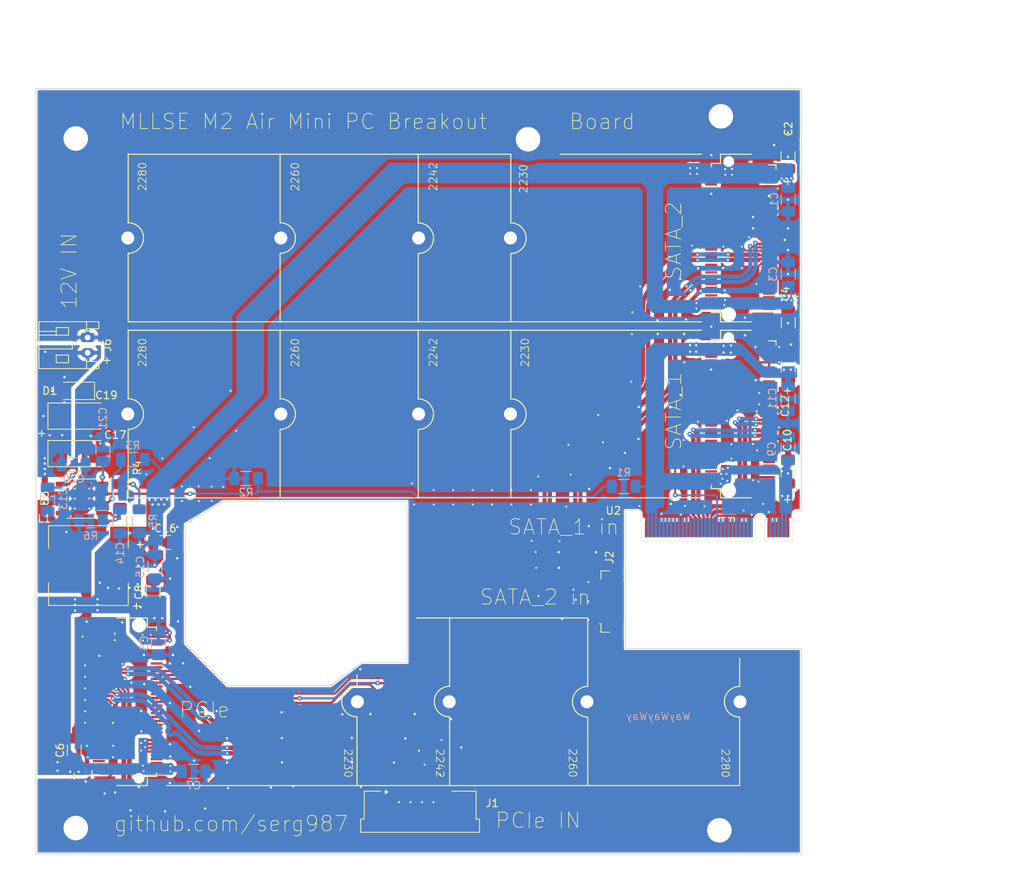
<source format=kicad_pcb>
(kicad_pcb (version 20241229) (generator "pcbnew") (generator_version "9.0")
  (layers (0 "F.Cu" signal) (2 "B.Cu" signal) (13 "F.Paste" user) (15 "B.Paste" user) (5 "F.SilkS" user "F.Silkscreen") (7 "B.SilkS" user "B.Silkscreen") (1 "F.Mask" user) (3 "B.Mask" user) (25 "Edge.Cuts" user))
  (net 0 "")
  (net 1 "GND")
  (net 2 "/PCIE_TX_P")
  (net 3 "/PCIE_RX_P")
  (net 7 "/PCIE_PERST")
  (net 8 "/PCIE_RX_N")
  (net 9 "/PCIE_TX_N")
  (net 10 "/PCIE_CLK_P")
  (net 11 "/PCIE_WAKE")
  (net 12 "/PCIE_CLKREQ")
  (net 13 "/PCIE_CLK_N")
  (net 14 "+3.3V")
  (net 84 "Net-(U2-DEVSLP)")
  (net 158 "/SATA2_A-")
  (net 165 "Net-(D1-K)")
  (net 190 "Net-(U5-LX)")
  (net 191 "Net-(U5-FB)")
  (net 192 "/12V_IN")
  (net 193 "Net-(U5-SS)")
  (net 194 "Net-(U5-~{SHDN})")
  (net 195 "Net-(U5-PG)")
  (net 196 "/SATA2_A+")
  (net 197 "/SATA2_B+")
  (net 198 "/SATA2_B-")
  (net 199 "Net-(R4-Pad1)")
  (net 200 "/SATA1_B-")
  (net 201 "/SATA1_A-")
  (net 202 "/SATA1_B+")
  (net 203 "/SATA1_A+")
  (net 204 "/SATA_3_3V")
  (footprint "user_lib:FPC_P0.80mm_Horizontal" (layer "F.Cu") (at 173.7 119.5 90)
    (property "Reference" "J2")
    (property "Value" "Conn_01x07")
  )
  (footprint "Capacitor_SMD:C_1206_3216Metric_Pad1.33x1.80mm_HandSolder" (layer "F.Cu") (at 115.4 111.8)
    (property "Reference" "C16")
    (property "Value" "33uF")
  )
  (footprint "Connector_JST:JST_PH_S2B-PH-K_1x02_P2.00mm_Horizontal" (layer "F.Cu") (at 105.25 85 -90)
    (property "Reference" "J6")
    (property "Value" "Conn_01x02")
  )
  (footprint "Capacitor_SMD:C_1206_3216Metric_Pad1.33x1.80mm_HandSolder" (layer "F.Cu") (at 103.5 138.95 90)
    (property "Reference" "C6")
    (property "Value" "33uF")
  )
  (footprint "Capacitor_SMD:C_1206_3216Metric_Pad1.33x1.80mm_HandSolder" (layer "F.Cu") (at 196.775 61.4 90)
    (property "Reference" "C2")
    (property "Value" "33uF")
  )
  (footprint "Capacitor_Tantalum_SMD:CP_EIA-6032-28_Kemet-C_HandSolder" (layer "F.Cu") (at 104 100.175)
    (property "Reference" "C17")
    (property "Value" "10uF")
  )
  (footprint "user_lib:Conn_TE-M.2-0.5-67P-doublesided_TypeB" (layer "F.Cu") (at 189 72 -90)
    (property "Reference" "U4")
    (property "Value" "NGFF_B")
  )
  (footprint "user_lib:Conn_TE-M.2-0.5-67P-doublesided_TypeB" (layer "F.Cu") (at 189 95 -90)
    (property "Reference" "U3")
    (property "Value" "NGFF_B")
  )
  (footprint "user_lib:NGFF_B" (layer "F.Cu") (at 187.5 111.6)
    (property "Reference" "U2")
    (property "Value" "NGFF_B")
    (fp_line (start -11 -4) (end -10.425 -4) (stroke (width 0.05)) (layer "Edge.Cuts"))
    (fp_line (start -9.925 -3.5) (end -9.925 0) (stroke (width 0.05)) (layer "Edge.Cuts"))
    (fp_line (start -9.925 0) (end 0 0) (stroke (width 0.05)) (layer "Edge.Cuts"))
    (fp_line (start 0 0) (end 5.025 0) (stroke (width 0.05)) (layer "Edge.Cuts"))
    (fp_line (start 5.025 0) (end 5.025 -2.9) (stroke (width 0.05)) (layer "Edge.Cuts"))
    (fp_line (start 6.225 -2.9) (end 6.225 0) (stroke (width 0.05)) (layer "Edge.Cuts"))
    (fp_line (start 6.225 0) (end 9.925 0) (stroke (width 0.05)) (layer "Edge.Cuts"))
    (fp_line (start 9.925 0) (end 9.925 -3.5) (stroke (width 0.05)) (layer "Edge.Cuts"))
    (fp_line (start 10.425 -4) (end 11 -4) (stroke (width 0.05)) (layer "Edge.Cuts"))
    (fp_arc (start -10.425 -4) (mid -10.071447 -3.853553) (end -9.925 -3.5) (stroke (width 0.05)) (layer "Edge.Cuts"))
    (fp_arc (start 5.025 -2.9) (mid 5.625 -3.5) (end 6.225 -2.9) (stroke (width 0.05)) (layer "Edge.Cuts"))
    (fp_arc (start 9.925 -3.5) (mid 10.071447 -3.853553) (end 10.425 -4) (stroke (width 0.05)) (layer "Edge.Cuts"))
  )
  (footprint "MountingHole:MountingHole_3.2mm_M3_ISO7380_Pad" (layer "F.Cu") (at 187.8 149.4)
    (property "Reference" "H4" (hide yes))
    (property "Value" "MountingHole_Pad")
  )
  (footprint "Resistor_SMD:R_1206_3216Metric_Pad1.30x1.75mm_HandSolder" (layer "F.Cu") (at 109.5 105.7 -90)
    (property "Reference" "R4")
    (property "Value" "18k")
  )
  (footprint "Package_SO:HSOP-8-1EP_3.9x4.9mm_P1.27mm_EP2.41x3.1mm_ThermalVias" (layer "F.Cu") (at 104.52 106.05)
    (property "Reference" "U5")
    (property "Value" "FR9889")
  )
  (footprint "MountingHole:MountingHole_3.2mm_M3_ISO7380_Pad" (layer "F.Cu") (at 103.7 149.1)
    (property "Reference" "H5" (hide yes))
    (property "Value" "MountingHole_Pad")
  )
  (footprint "user_lib:Conn_TE-M.2-0.5-67P-doublesided_TypeM" (layer "F.Cu") (at 112 132.6 90)
    (property "Reference" "U1")
    (property "Value" "NGFF_M")
  )
  (footprint "Capacitor_SMD:C_1206_3216Metric_Pad1.33x1.80mm_HandSolder" (layer "F.Cu") (at 196.775 102.5125 90)
    (property "Reference" "C10")
    (property "Value" "33uF")
  )
  (footprint "MountingHole:MountingHole_3.2mm_M3_ISO7380_Pad" (layer "F.Cu") (at 162.8 59.1)
    (property "Reference" "H2" (hide yes))
    (property "Value" "MountingHole_Pad")
  )
  (footprint "user_lib:M.2-Card_boundaries" (layer "F.Cu") (at 189 72 -90)
    (property "Reference" "J5" (hide yes))
    (property "Value" "Conn_01x01" (hide yes))
  )
  (footprint "MountingHole:MountingHole_3.2mm_M3_ISO7380_Pad" (layer "F.Cu") (at 188 56.1)
    (property "Reference" "H1" (hide yes))
    (property "Value" "MountingHole_Pad")
  )
  (footprint "MountingHole:MountingHole_3.2mm_M3_ISO7380_Pad" (layer "F.Cu") (at 103.7 59)
    (property "Reference" "H3" (hide yes))
    (property "Value" "MountingHole_Pad")
  )
  (footprint "Capacitor_Tantalum_SMD:CP_EIA-6032-28_Kemet-C_HandSolder" (layer "F.Cu") (at 104 95.275)
    (property "Reference" "C19")
    (property "Value" "10uF")
  )
  (footprint "Connector_FFC-FPC:Amphenol_F32Q-1A7x1-11016_1x16-1MP_P0.5mm_Horizontal" (layer "F.Cu") (at 148.7 147.3)
    (property "Reference" "J1")
    (property "Value" "Conn_01x16_MountingPin")
  )
  (footprint "Inductor_SMD:L_Wuerth_HCI-1040" (layer "F.Cu") (at 105.35 114.8)
    (property "Reference" "L1")
    (property "Value" "10uH")
  )
  (footprint "user_lib:M.2-Card_boundaries" (layer "F.Cu") (at 189 95 -90)
    (property "Reference" "J4" (hide yes))
    (property "Value" "Conn_01x01" (hide yes))
  )
  (footprint "user_lib:M.2-Card_boundaries" (layer "F.Cu") (at 112 132.6 90)
    (property "Reference" "J3" (hide yes))
    (property "Value" "Conn_01x01" (hide yes))
  )
  (footprint "Capacitor_SMD:C_1206_3216Metric_Pad1.33x1.80mm_HandSolder" (layer "F.Cu") (at 196.8 88.8375 90)
    (property "Reference" "C12")
    (property "Value" "33uF")
  )
  (footprint "Capacitor_SMD:C_1206_3216Metric_Pad1.33x1.80mm_HandSolder" (layer "F.Cu") (at 113.8 118.3 90)
    (property "Reference" "C8")
    (property "Value" "33uF")
  )
  (footprint "Capacitor_SMD:C_1206_3216Metric_Pad1.33x1.80mm_HandSolder" (layer "F.Cu") (at 196.8 83.1 -90)
    (property "Reference" "C4")
    (property "Value" "33uF")
  )
  (footprint "Diode_SMD:D_1206_3216Metric_Pad1.42x1.75mm_HandSolder" (layer "F.Cu") (at 103.7 91.975 180)
    (property "Reference" "D1")
    (property "Value" "1N4148")
  )
  (footprint "Capacitor_SMD:C_1206_3216Metric_Pad1.33x1.80mm_HandSolder" (layer "B.Cu") (at 103.425 101.625)
    (property "Reference" "C20")
    (property "Value" "0.1")
  )
  (footprint "Capacitor_SMD:C_1206_3216Metric_Pad1.33x1.80mm_HandSolder" (layer "B.Cu") (at 196.775 93 -90)
    (property "Reference" "C11")
    (property "Value" "0.1")
  )
  (footprint "Resistor_SMD:R_1206_3216Metric_Pad1.30x1.75mm_HandSolder" (layer "B.Cu") (at 111.15 100.95 180)
    (property "Reference" "R3")
    (property "Value" "10k")
  )
  (footprint "Resistor_SMD:R_1206_3216Metric_Pad1.30x1.75mm_HandSolder" (layer "B.Cu") (at 105.675 108.95 180)
    (property "Reference" "R6")
    (property "Value" "10k")
  )
  (footprint "Capacitor_SMD:C_1206_3216Metric_Pad1.33x1.80mm_HandSolder" (layer "B.Cu") (at 109.45 109.05 90)
    (property "Reference" "C14")
    (property "Value" "0.1")
  )
  (footprint "Resistor_SMD:R_1206_3216Metric_Pad1.30x1.75mm_HandSolder" (layer "B.Cu") (at 125.95 103.425)
    (property "Reference" "R2")
    (property "Value" "100k")
  )
  (footprint "Capacitor_SMD:C_1206_3216Metric_Pad1.33x1.80mm_HandSolder" (layer "B.Cu") (at 100.025 106.175 -90)
    (property "Reference" "C13")
    (property "Value" "0.1")
  )
  (footprint "Capacitor_SMD:C_1206_3216Metric_Pad1.33x1.80mm_HandSolder" (layer "B.Cu") (at 107.25 99.6 90)
    (property "Reference" "C21")
    (property "Value" "0.1")
  )
  (footprint "Resistor_SMD:R_1206_3216Metric_Pad1.30x1.75mm_HandSolder" (layer "B.Cu") (at 175.3 104.475 180)
    (property "Reference" "R1")
    (property "Value" "33k")
  )
  (footprint "Capacitor_SMD:C_1206_3216Metric_Pad1.33x1.80mm_HandSolder" (layer "B.Cu") (at 196.775 99.5125 90)
    (property "Reference" "C9")
    (property "Value" "0.1")
  )
  (footprint "Resistor_SMD:R_1206_3216Metric_Pad1.30x1.75mm_HandSolder" (layer "B.Cu") (at 112 109 90)
    (property "Reference" "R5")
    (property "Value" "8.2k")
  )
  (footprint "Capacitor_SMD:C_1206_3216Metric_Pad1.33x1.80mm_HandSolder" (layer "B.Cu") (at 196.8 76.7 90)
    (property "Reference" "C3")
    (property "Value" "0.1")
  )
  (footprint "Capacitor_SMD:C_1206_3216Metric_Pad1.33x1.80mm_HandSolder" (layer "B.Cu") (at 114.05 114.9125 -90)
    (property "Reference" "C15")
    (property "Value" "0.1")
  )
  (footprint "Capacitor_SMD:C_1206_3216Metric_Pad1.33x1.80mm_HandSolder" (layer "B.Cu") (at 114.5 124.9375 -90)
    (property "Reference" "C5")
    (property "Value" "0.1")
  )
  (footprint "Capacitor_SMD:C_1206_3216Metric_Pad1.33x1.80mm_HandSolder" (layer "B.Cu") (at 196.8 66.9875 -90)
    (property "Reference" "C1")
    (property "Value" "0.1")
  )
  (footprint "Capacitor_SMD:C_1206_3216Metric_Pad1.33x1.80mm_HandSolder" (layer "B.Cu") (at 119.1125 141.7)
    (property "Reference" "C7")
    (property "Value" "0.1")
  )
  (gr_line (start 123 106.4) (end 118 109.4) (stroke (width 0.1)) (layer "Edge.Cuts"))
  (gr_line (start 137 130.5) (end 141.025 127.475) (stroke (width 0.1)) (layer "Edge.Cuts"))
  (gr_line (start 198.5 152.5) (end 198.5 125.65) (stroke (width 0.1)) (layer "Edge.Cuts"))
  (gr_line (start 147 106.4) (end 147 127.475) (stroke (width 0.1)) (layer "Edge.Cuts"))
  (gr_line (start 175.5 125.65) (end 198.5 125.65) (stroke (width 0.1)) (layer "Edge.Cuts"))
  (gr_line (start 198.5 52.5) (end 98.5 52.5) (stroke (width 0.1)) (layer "Edge.Cuts"))
  (gr_line (start 137 130.5) (end 123.5 130.5) (stroke (width 0.1)) (layer "Edge.Cuts"))
  (gr_line (start 198.5 107.6) (end 198.5 52.5) (stroke (width 0.1)) (layer "Edge.Cuts"))
  (gr_line (start 175.5 107.6) (end 175.5 125.65) (stroke (width 0.1)) (layer "Edge.Cuts"))
  (gr_line (start 98.5 52.5) (end 98.5 152.5) (stroke (width 0.1)) (layer "Edge.Cuts"))
  (gr_line (start 141.025 127.475) (end 147 127.475) (stroke (width 0.1)) (layer "Edge.Cuts"))
  (gr_line (start 123 106.4) (end 147 106.4) (stroke (width 0.1)) (layer "Edge.Cuts"))
  (gr_line (start 118 125) (end 123.5 130.5) (stroke (width 0.1)) (layer "Edge.Cuts"))
  (gr_line (start 198.5 152.5) (end 98.5 152.5) (stroke (width 0.1)) (layer "Edge.Cuts"))
  (gr_line (start 118 125) (end 118 109.4) (stroke (width 0.1)) (layer "Edge.Cuts"))
  (gr_line (start 176.5 107.6) (end 175.5 107.6) (stroke (width 0.1)) (layer "Edge.Cuts"))
  (gr_text "SATA_2" (at 183 77.55 90) (layer "F.SilkS") (effects (font (size 2 2) (thickness 0.1)) (justify left bottom)))
  (gr_text "+" (at 196.7 91.9 0) (layer "F.SilkS") (effects (font (size 1 1))))
  (gr_text "PCIe" (at 117.125 134.825 0) (layer "F.SilkS") (effects (font (size 2 2) (thickness 0.1)) (justify left bottom)))
  (gr_text "+" (at 112.125 112 0) (layer "F.SilkS") (effects (font (size 1 1))))
  (gr_text "+" (at 196.7 106.125 0) (layer "F.SilkS") (effects (font (size 1 1))))
  (gr_text "+" (at 197.725 79.55 0) (layer "F.SilkS") (effects (font (size 1 1))))
  (gr_text "SATA_1" (at 183 99.85 90) (layer "F.SilkS") (effects (font (size 2 2) (thickness 0.1)) (justify left bottom)))
  (gr_text "+" (at 103.5 142.275 0) (layer "F.SilkS") (effects (font (size 1 1))))
  (gr_text "+" (at 111.625 120.025 0) (layer "F.SilkS") (effects (font (size 1 1))))
  (gr_text "github.com/serg987" (at 108.6 149.7 0) (layer "F.SilkS") (effects (font (size 2 2) (thickness 0.1)) (justify left bottom)))
  (gr_text "12V IN" (at 104 81.425 90) (layer "F.SilkS") (effects (font (size 2 2) (thickness 0.1)) (justify left bottom)))
  (gr_text "SATA_1 in" (at 160.1 110.925 0) (layer "F.SilkS") (effects (font (size 2 2) (thickness 0.1)) (justify left bottom)))
  (gr_text "+" (at 196.725 64.575 0) (layer "F.SilkS") (effects (font (size 1 1))))
  (gr_text "SATA_2 in" (at 156.375 120.1 0) (layer "F.SilkS") (effects (font (size 2 2) (thickness 0.1)) (justify left bottom)))
  (gr_text "+" (at 99.25 97.475 0) (layer "F.SilkS") (effects (font (size 1 1))))
  (gr_text "+" (at 107.775 87.925 0) (layer "F.SilkS") (effects (font (size 1 1))))
  (gr_text "PCIe IN" (at 158.425 149.275 0) (layer "F.SilkS") (effects (font (size 2 2) (thickness 0.1)) (justify left bottom)))
  (gr_text "MLLSE M2 Air Mini PC Breakout       Board" (at 109.325 57.95 0) (layer "F.SilkS") (effects (font (size 2 2) (thickness 0.1)) (justify left bottom)))
  (gr_text "WayWayWay" (at 184.13 135.075 0) (layer "B.SilkS") (effects (font (size 1 1) (thickness 0.1)) (justify left bottom mirror)))
  (segment (start 192.675 88.25) (end 192.525 88.1) (width 0.3) (layer "F.Cu") (net 1))
  (segment (start 179.25 110.1) (end 179.25 107.95) (width 0.3) (layer "F.Cu") (net 1))
  (segment (start 106.725 123.85) (end 108.65 123.85) (width 0.3) (layer "F.Cu") (net 1))
  (segment (start 149.275 142.2) (end 149.275 140.825) (width 0.3) (layer "F.Cu") (net 1))
  (segment (start 194.275 93.75) (end 193.025 93.75) (width 0.3) (layer "F.Cu") (net 1))
  (segment (start 105.475 104.25) (end 105.475 104.75) (width 0.5) (layer "F.Cu") (net 1))
  (segment (start 191.8 98.525) (end 192.2 98.925) (width 0.4) (layer "F.Cu") (net 1))
  (segment (start 150.45 144.4) (end 150.45 142.975) (width 0.3) (layer "F.Cu") (net 1))
  (segment (start 192.7 80.25) (end 192.625 80.175) (width 0.3) (layer "F.Cu") (net 1))
  (segment (start 108.45 133.425) (end 108.45 133.05) (width 0.3) (layer "F.Cu") (net 1))
  (segment (start 172.59 117.1) (end 174.09 117.1) (width 0.5) (layer "F.Cu") (net 1))
  (segment (start 196.775 76.725) (end 196.8 76.7) (width 0.3) (layer "F.Cu") (net 1))
  (segment (start 105.275 141.265) (end 105.275 139.85) (width 0.3) (layer "F.Cu") (net 1))
  (segment (start 147.45 144.4) (end 147.45 145.725) (width 0.3) (layer "F.Cu") (net 1))
  (segment (start 194.275 70.75) (end 196.775 70.75) (width 0.3) (layer "F.Cu") (net 1))
  (segment (start 192.225 103.45) (end 192.425 103.25) (width 0.3) (layer "F.Cu") (net 1))
  (segment (start 196.59 95.25) (end 196.62 95.28) (width 0.3) (layer "F.Cu") (net 1))
  (segment (start 190.7 61.65) (end 193.5 61.65) (width 0.3) (layer "F.Cu") (net 1))
  (segment (start 192.65 65.25) (end 192.325 64.925) (width 0.3) (layer "F.Cu") (net 1))
  (segment (start 145.95 144.4) (end 145.95 145.725) (width 0.3) (layer "F.Cu") (net 1))
  (segment (start 192.65 80.15) (end 192.65 78.025) (width 0.3) (layer "F.Cu") (net 1))
  (segment (start 194.25 110.1) (end 194.25 107.8) (width 0.3) (layer "F.Cu") (net 1))
  (segment (start 108.575 141.35) (end 108.575 141.875) (width 0.3) (layer "F.Cu") (net 1))
  (segment (start 194.275 86.75) (end 195.55 86.75) (width 0.3) (layer "F.Cu") (net 1))
  (segment (start 174.09 117.1) (end 174.725 117.735) (width 0.5) (layer "F.Cu") (net 1))
  (segment (start 106.725 139.85) (end 108.575 139.85) (width 0.3) (layer "F.Cu") (net 1))
  (segment (start 108.45 133.05) (end 108.825 133.05) (width 0.3) (layer "F.Cu") (net 1))
  (segment (start 194.275 88.25) (end 192.675 88.25) (width 0.3) (layer "F.Cu") (net 1))
  (segment (start 192.825 63.75) (end 194.275 63.75) (width 0.3) (layer "F.Cu") (net 1))
  (segment (start 194.275 98.25) (end 196.45 98.25) (width 0.3) (layer "F.Cu") (net 1))
  (segment (start 195.75 108.275) (end 195.275 107.8) (width 0.3) (layer "F.Cu") (net 1))
  (segment (start 194.275 70.75) (end 192.2 70.75) (width 0.3) (layer "F.Cu") (net 1))
  (segment (start 196.25 107.8) (end 195.275 107.8) (width 0.3) (layer "F.Cu") (net 1))
  (segment (start 196.325 107.875) (end 196.25 107.8) (width 0.3) (layer "F.Cu") (net 1))
  (segment (start 197.125 87.275) (end 197.125 85.925) (width 0.5) (layer "F.Cu") (net 1))
  (segment (start 107.0575 100.175) (end 105 100.175) (width 0.5) (layer "F.Cu") (net 1))
  (segment (start 148.425 134.2) (end 148 134.2) (width 0.3) (layer "F.Cu") (net 1))
  (segment (start 194.275 76.75) (end 193.2 76.75) (width 0.3) (layer "F.Cu") (net 1))
  (segment (start 103.565 107.35) (end 103.565 109.64) (width 0.55) (layer "F.Cu") (net 1))
  (segment (start 183.3 107) (end 183.683 107.383) (width 0.3) (layer "F.Cu") (net 1))
  (segment (start 190.6 62.7) (end 190.6 61.75) (width 0.3) (layer "F.Cu") (net 1))
  (segment (start 104.75 103.525) (end 105.475 104.25) (width 0.5) (layer "F.Cu") (net 1))
  (segment (start 178.775 107.925) (end 179.275 107.925) (width 0.3) (layer "F.Cu") (net 1))
  (segment (start 192.875 77.2) (end 192.65 77.425) (width 0.3) (layer "F.Cu") (net 1))
  (segment (start 106.725 123.85) (end 104.85 123.85) (width 0.3) (layer "F.Cu") (net 1))
  (segment (start 178.75 110.1) (end 178.75 107.95) (width 0.3) (layer "F.Cu") (net 1))
  (segment (start 185.75 108.394643) (end 185.684417 108.32906) (width 0.3) (layer "F.Cu") (net 1))
  (segment (start 179.75 110.1) (end 179.75 108.525) (width 0.3) (layer "F.Cu") (net 1))
  (segment (start 192.675 94.625) (end 193.3 95.25) (width 0.3) (layer "F.Cu") (net 1))
  (segment (start 106.725 138.35) (end 108.575 138.35) (width 0.3) (layer "F.Cu") (net 1))
  (segment (start 192.75 71.825) (end 193.175 72.25) (width 0.25) (layer "F.Cu") (net 1))
  (segment (start 108.34549 132.736094) (end 107.959396 132.35) (width 0.3) (layer "F.Cu") (net 1))
  (segment (start 103.565 109.64) (end 105.125 111.2) (width 0.55) (layer "F.Cu") (net 1))
  (segment (start 150.45 144.4) (end 150.45 145.725) (width 0.3) (layer "F.Cu") (net 1))
  (segment (start 185.684417 107.215583) (end 185.85 107.05) (width 0.3) (layer "F.Cu") (net 1))
  (segment (start 195.55 86.75) (end 195.6 86.7) (width 0.3) (layer "F.Cu") (net 1))
  (segment (start 178.75 107.95) (end 178.775 107.925) (width 0.3) (layer "F.Cu") (net 1))
  (segment (start 106.725 130.85) (end 108.904019 130.85) (width 0.3) (layer "F.Cu") (net 1))
  (segment (start 145.95 144.4) (end 145.95 143.375) (width 0.3) (layer "F.Cu") (net 1))
  (segment (start 183.683 107.383) (end 183.683 108.15506) (width 0.3) (layer "F.Cu") (net 1))
  (segment (start 193.35 73.75) (end 194.275 73.75) (width 0.25) (layer "F.Cu") (net 1))
  (segment (start 108.6 124.35) (end 108.8 124.55) (width 0.3) (layer "F.Cu") (net 1))
  (segment (start 142.7 145) (end 142.7 145.525) (width 0.3) (layer "F.Cu") (net 1))
  (segment (start 196.62 93.79) (end 196.62 95.28) (width 0.3) (layer "F.Cu") (net 1))
  (segment (start 104.75 103.565) (end 104.75 103.525) (width 0.5) (layer "F.Cu") (net 1))
  (segment (start 190.725 73.125) (end 191.259 73.659) (width 0.25) (layer "F.Cu") (net 1))
  (segment (start 178.25 110.1) (end 178.25 107.925) (width 0.3) (layer "F.Cu") (net 1))
  (segment (start 149.165668 140.715668) (end 149.165668 140.290668) (width 0.3) (layer "F.Cu") (net 1))
  (segment (start 185.320453 78.95) (end 183.45 80.820453) (width 0.5) (layer "F.Cu") (net 1))
  (segment (start 194.275 93.75) (end 196.58 93.75) (width 0.3) (layer "F.Cu") (net 1))
  (segment (start 108.65 123.85) (end 108.8 123.7) (width 0.3) (layer "F.Cu") (net 1))
  (segment (start 188.75 110.1) (end 188.75 108.318) (width 0.3) (layer "F.Cu") (net 1))
  (segment (start 192.875 77.075) (end 192.875 77.2) (width 0.3) (layer "F.Cu") (net 1))
  (segment (start 194.275 76.75) (end 196.75 76.75) (width 0.3) (layer "F.Cu") (net 1))
  (segment (start 106.75 129.35) (end 104.925 129.35) (width 0.3) (layer "F.Cu") (net 1))
  (segment (start 187.25 108.568) (end 187.525 108.293) (width 0.3) (layer "F.Cu") (net 1))
  (segment (start 104.275 135.35) (end 104.925 135.35) (width 0.55) (layer "F.Cu") (net 1))
  (segment (start 106.725 127.85) (end 104.925 127.85) (width 0.3) (layer "F.Cu") (net 1))
  (segment (start 151.5 137.6) (end 151.5 137.275) (width 0.3) (layer "F.Cu") (net 1))
  (segment (start 194.275 73.75) (end 196.6 73.75) (width 0.25) (layer "F.Cu") (net 1))
  (segment (start 190.25 108.825) (end 190.25 110.1) (width 0.3) (layer "F.Cu") (net 1))
  (segment (start 151.5 137.275) (end 148.425 134.2) (width 0.3) (layer "F.Cu") (net 1))
  (segment (start 190.975 108.1) (end 190.25 108.825) (width 0.3) (layer "F.Cu") (net 1))
  (segment (start 108.575 141.875) (end 107.5 142.95) (width 0.3) (layer "F.Cu") (net 1))
  (segment (start 196.8 85.55) (end 196.3 85.55) (width 0.5) (layer "F.Cu") (net 1))
  (segment (start 183.683 108.15506) (end 184.25 108.72206) (width 0.3) (layer "F.Cu") (net 1))
  (segment (start 192.675 94.625) (end 191.8 95.5) (width 0.4) (layer "F.Cu") (net 1))
  (segment (start 148.95 144.4) (end 148.95 145.725) (width 0.3) (layer "F.Cu") (net 1))
  (segment (start 180.15 107.925) (end 180.25 108.025) (width 0.3) (layer "F.Cu") (net 1))
  (segment (start 197.125 85.925) (end 197.125 85.875) (width 0.5) (layer "F.Cu") (net 1))
  (segment (start 185.684417 108.32906) (end 185.684417 107.215583) (width 0.3) (layer "F.Cu") (net 1))
  (segment (start 109.6 127.85) (end 106.725 127.85) (width 0.3) (layer "F.Cu") (net 1))
  (segment (start 184.25 108.72206) (end 184.25 110.1) (width 0.3) (layer "F.Cu") (net 1))
  (segment (start 179.275 107.925) (end 180.15 107.925) (width 0.3) (layer "F.Cu") (net 1))
  (segment (start 191.675 71.925) (end 191.775 71.825) (width 0.25) (layer "F.Cu") (net 1))
  (segment (start 196.25 110.1) (end 196.25 107.8) (width 0.3) (layer "F.Cu") (net 1))
  (segment (start 194.275 88.25) (end 195.6 88.25) (width 0.3) (layer "F.Cu") (net 1))
  (segment (start 148.8 139.925) (end 148.8 139.225) (width 0.3) (layer "F.Cu") (net 1))
  (segment (start 196.775 75.675) (end 196.775 76.725) (width 0.25) (layer "F.Cu") (net 1))
  (segment (start 105.36 141.35) (end 105.275 141.265) (width 0.3) (layer "F.Cu") (net 1))
  (segment (start 103.5 136.125) (end 104.275 135.35) (width 0.55) (layer "F.Cu") (net 1))
  (segment (start 196.775 97.925) (end 195.6 96.75) (width 0.5) (layer "F.Cu") (net 1))
  (segment (start 194.275 75.25) (end 196.35 75.25) (width 0.25) (layer "F.Cu") (net 1))
  (segment (start 192.9 104.75) (end 193.5 105.35) (width 0.3) (layer "F.Cu") (net 1))
  (segment (start 196.62 95.97) (end 195.84 96.75) (width 0.3) (layer "F.Cu") (net 1))
  (segment (start 191.15 63.25) (end 190.6 62.7) (width 0.3) (layer "F.Cu") (net 1))
  (segment (start 188.75 108.318) (end 188.775 108.293) (width 0.3) (layer "F.Cu") (net 1))
  (segment (start 192.325 64.925) (end 192.325 63.25) (width 0.3) (layer "F.Cu") (net 1))
  (segment (start 145.275 140.55) (end 146.075 140.55) (width 0.3) (layer "F.Cu") (net 1))
  (segment (start 196.58 93.75) (end 196.62 93.79) (width 0.3) (layer "F.Cu") (net 1))
  (segment (start 196.775 100.95) (end 196.775 99.475) (width 0.8) (layer "F.Cu") (net 1))
  (segment (start 192.65 77.425) (end 192.65 78.025) (width 0.3) (layer "F.Cu") (net 1))
  (segment (start 193.03006 98.6) (end 193.38006 98.25) (width 0.3) (layer "F.Cu") (net 1))
  (segment (start 194.275 65.25) (end 195.8 65.25) (width 0.3) (layer "F.Cu") (net 1))
  (segment (start 196.8 85.55) (end 196.8 84.6625) (width 0.5) (layer "F.Cu") (net 1))
  (segment (start 107.325 139.85) (end 105.275 139.85) (width 0.3) (layer "F.Cu") (net 1))
  (segment (start 195.75 110.1) (end 195.75 108.275) (width 0.3) (layer "F.Cu") (net 1))
  (segment (start 196.35 75.25) (end 196.775 75.675) (width 0.25) (layer "F.Cu") (net 1))
  (segment (start 196.3 85.55) (end 195.6 86.25) (width 0.5) (layer "F.Cu") (net 1))
  (segment (start 194.275 95.25) (end 196.59 95.25) (width 0.3) (layer "F.Cu") (net 1))
  (segment (start 192.275 98.6) (end 193.03006 98.6) (width 0.3) (layer "F.Cu") (net 1))
  (segment (start 190.6 61.75) (end 190.7 61.65) (width 0.3) (layer "F.Cu") (net 1))
  (segment (start 170.85 117.1) (end 170.7 116.95) (width 0.5) (layer "F.Cu") (net 1))
  (segment (start 103.565 104.75) (end 104.75 103.565) (width 0.5) (layer "F.Cu") (net 1))
  (segment (start 104.85 124.35) (end 104.6 124.1) (width 0.3) (layer "F.Cu") (net 1))
  (segment (start 174.725 119.15) (end 174.7 119.175) (width 0.5) (layer "F.Cu") (net 1))
  (segment (start 192.625 80.525) (end 192.625 80.175) (width 0.3) (layer "F.Cu") (net 1))
  (segment (start 172.59 119.5) (end 174.675 119.5) (width 0.5) (layer "F.Cu") (net 1))
  (segment (start 196.62 95.28) (end 196.62 95.97) (width 0.3) (layer "F.Cu") (net 1))
  (segment (start 108.45 133.05) (end 108.34549 132.94549) (width 0.3) (layer "F.Cu") (net 1))
  (segment (start 106.975 132.35) (end 104.925 132.35) (width 0.3) (layer "F.Cu") (net 1))
  (segment (start 149.275 140.825) (end 149.165668 140.715668) (width 0.3) (layer "F.Cu") (net 1))
  (segment (start 196.75 110.1) (end 196.75 107.875) (width 0.3) (layer "F.Cu") (net 1))
  (segment (start 192.843749 75.75) (end 193.343749 75.25) (width 0.25) (layer "F.Cu") (net 1))
  (segment (start 192.2 98.925) (end 192.2 98.675) (width 0.3) (layer "F.Cu") (net 1))
  (segment (start 148.95 144.4) (end 148.95 142.525) (width 0.3) (layer "F.Cu") (net 1))
  (segment (start 192.625 80.175) (end 192.65 80.15) (width 0.3) (layer "F.Cu") (net 1))
  (segment (start 148.8 139.225) (end 148.55 138.975) (width 0.3) (layer "F.Cu") (net 1))
  (segment (start 186.725 72) (end 185.2 72) (width 0.25) (layer "F.Cu") (net 1))
  (segment (start 105.125 111.2) (end 105.125 122.125) (width 1.2) (layer "F.Cu") (net 1))
  (segment (start 194.275 99.75) (end 192.75 99.75) (width 0.3) (layer "F.Cu") (net 1))
  (segment (start 194.275 80.25) (end 192.7 80.25) (width 0.3) (layer "F.Cu") (net 1))
  (segment (start 196.18 92.25) (end 196.62 92.69) (width 0.3) (layer "F.Cu") (net 1))
  (segment (start 196.45 98.25) (end 196.775 97.925) (width 0.3) (layer "F.Cu") (net 1))
  (segment (start 106.725 141.35) (end 105.36 141.35) (width 0.3) (layer "F.Cu") (net 1))
  (segment (start 178.25 107.925) (end 178.775 107.925) (width 0.3) (layer "F.Cu") (net 1))
  (segment (start 150.45 142.975) (end 151.325 142.1) (width 0.3) (layer "F.Cu") (net 1))
  (segment (start 186.725 72) (end 187.75 72) (width 0.25) (layer "F.Cu") (net 1))
  (segment (start 174.675 119.5) (end 174.7 119.525) (width 0.5) (layer "F.Cu") (net 1))
  (segment (start 108.825 133.05) (end 109.679094 132.195906) (width 0.3) (layer "F.Cu") (net 1))
  (segment (start 174.7 119.175) (end 174.7 119.525) (width 0.5) (layer "F.Cu") (net 1))
  (segment (start 174.09 121.9) (end 172.59 121.9) (width 0.5) (layer "F.Cu") (net 1))
  (segment (start 174.725 117.735) (end 174.725 119.15) (width 0.5) (layer "F.Cu") (net 1))
  (segment (start 107.225 138.35) (end 105.175 138.35) (width 0.3) (layer "F.Cu") (net 1))
  (segment (start 179.75 108.525) (end 180.25 108.025) (width 0.3) (layer "F.Cu") (net 1))
  (segment (start 195.275 107.8) (end 194.25 107.8) (width 0.3) (layer "F.Cu") (net 1))
  (segment (start 194.275 99.75) (end 196.5 99.75) (width 0.3) (layer "F.Cu") (net 1))
  (segment (start 105.25 122.25) (end 107.5 122.25) (width 0.55) (layer "F.Cu") (net 1))
  (segment (start 108.025 133.85) (end 108.45 133.425) (width 0.3) (layer "F.Cu") (net 1))
  (segment (start 191.259 73.659) (end 193.259 73.659) (width 0.25) (layer "F.Cu") (net 1))
  (segment (start 170.675 119.5) (end 169.25 119.5) (width 0.5) (layer "F.Cu") (net 1))
  (segment (start 197.125 85.875) (end 196.8 85.55) (width 0.5) (layer "F.Cu") (net 1))
  (segment (start 194.275 63.25) (end 192.325 63.25) (width 0.3) (layer "F.Cu") (net 1))
  (segment (start 194.275 86.25) (end 195.6 86.25) (width 0.3) (layer "F.Cu") (net 1))
  (segment (start 196.75 76.75) (end 196.775 76.725) (width 0.3) (layer "F.Cu") (net 1))
  (segment (start 193.259 73.659) (end 193.35 73.75) (width 0.25) (layer "F.Cu") (net 1))
  (segment (start 192.425 103.25) (end 194.275 103.25) (width 0.3) (layer "F.Cu") (net 1))
  (segment (start 174.7 119.525) (end 174.7 121.29) (width 0.5) (layer "F.Cu") (net 1))
  (segment (start 187.75 72) (end 188.325 72.575) (width 0.25) (layer "F.Cu") (net 1))
  (segment (start 106.975 135.35) (end 104.925 135.35) (width 0.3) (layer "F.Cu") (net 1))
  (segment (start 146.075 140.55) (end 147.2 141.675) (width 0.3) (layer "F.Cu") (net 1))
  (segment (start 194.275 103.75) (end 192.975 103.75) (width 0.3) (layer "F.Cu") (net 1))
  (segment (start 174.7 121.29) (end 174.09 121.9) (width 0.5) (layer "F.Cu") (net 1))
  (segment (start 192.325 63.25) (end 191.15 63.25) (width 0.3) (layer "F.Cu") (net 1))
  (segment (start 190.782 108.293) (end 188.775 108.293) (width 0.3) (layer "F.Cu") (net 1))
  (segment (start 104.85 123.85) (end 104.6 124.1) (width 0.3) (layer "F.Cu") (net 1))
  (segment (start 105 103.275) (end 104.75 103.525) (width 0.5) (layer "F.Cu") (net 1))
  (segment (start 190.975 108.1) (end 190.782 108.293) (width 0.3) (layer "F.Cu") (net 1))
  (segment (start 193.3 95.25) (end 194.275 95.25) (width 0.3) (layer "F.Cu") (net 1))
  (segment (start 190.925 75.75) (end 192.843749 75.75) (width 0.25) (layer "F.Cu") (net 1))
  (segment (start 192.9 103.825) (end 192.9 104.75) (width 0.3) (layer "F.Cu") (net 1))
  (segment (start 145.85 143.275) (end 144.425 143.275) (width 0.3) (layer "F.Cu") (net 1))
  (segment (start 106.725 141.35) (end 108.575 141.35) (width 0.3) (layer "F.Cu") (net 1))
  (segment (start 192.2 98.675) (end 192.275 98.6) (width 0.3) (layer "F.Cu") (net 1))
  (segment (start 109.8 129.35) (end 110.1 129.65) (width 0.3) (layer "F.Cu") (net 1))
  (segment (start 106.725 124.35) (end 104.85 124.35) (width 0.3) (layer "F.Cu") (net 1))
  (segment (start 145.95 143.375) (end 145.85 143.275) (width 0.3) (layer "F.Cu") (net 1))
  (segment (start 182.75 110.1) (end 182.75 108.125) (width 0.3) (layer "F.Cu") (net 1))
  (segment (start 193.2 76.75) (end 192.875 77.075) (width 0.3) (layer "F.Cu") (net 1))
  (segment (start 194.275 72.25) (end 196.35 72.25) (width 0.25) (layer "F.Cu") (net 1))
  (segment (start 106.975 133.85) (end 104.925 133.85) (width 0.3) (layer "F.Cu") (net 1))
  (segment (start 194.275 92.25) (end 196.18 92.25) (width 0.3) (layer "F.Cu") (net 1))
  (segment (start 192.975 103.75) (end 192.9 103.825) (width 0.3) (layer "F.Cu") (net 1))
  (segment (start 196.775 66.225) (end 196.775 67) (width 0.3) (layer "F.Cu") (net 1))
  (segment (start 194.275 96.75) (end 195.6 96.75) (width 0.3) (layer "F.Cu") (net 1))
  (segment (start 187.525 108.293) (end 188.775 108.293) (width 0.3) (layer "F.Cu") (net 1))
  (segment (start 192.55 86.25) (end 192.525 86.225) (width 0.3) (layer "F.Cu") (net 1))
  (segment (start 192.325 63.25) (end 192.825 63.75) (width 0.3) (layer "F.Cu") (net 1))
  (segment (start 191.75 110.1) (end 191.75 108.4) (width 0.3) (layer "F.Cu") (net 1))
  (segment (start 193.05 86.75) (end 192.525 86.225) (width 0.3) (layer "F.Cu") (net 1))
  (segment (start 179.25 107.95) (end 179.275 107.925) (width 0.3) (layer "F.Cu") (net 1))
  (segment (start 194.275 65.25) (end 192.65 65.25) (width 0.3) (layer "F.Cu") (net 1))
  (segment (start 196.62 92.69) (end 196.62 93.79) (width 0.3) (layer "F.Cu") (net 1))
  (segment (start 195.84 96.75) (end 195.6 96.75) (width 0.3) (layer "F.Cu") (net 1))
  (segment (start 191.8 95.5) (end 191.8 98.525) (width 0.4) (layer "F.Cu") (net 1))
  (segment (start 192.525 88.1) (end 192.525 86.225) (width 0.3) (layer "F.Cu") (net 1))
  (segment (start 194.275 69.25) (end 196.05 69.25) (width 0.3) (layer "F.Cu") (net 1))
  (segment (start 106.725 135.35) (end 108.55 135.35) (width 0.3) (layer "F.Cu") (net 1))
  (segment (start 105 100.175) (end 105 103.275) (width 0.5) (layer "F.Cu") (net 1))
  (segment (start 178.25 107.925) (end 177.35 107.025) (width 0.3) (layer "F.Cu") (net 1))
  (segment (start 194.275 80.75) (end 192.85 80.75) (width 0.3) (layer "F.Cu") (net 1))
  (segment (start 188.325 72.575) (end 188.325 73.125) (width 0.25) (layer "F.Cu") (net 1))
  (segment (start 192.2 103.65) (end 192.225 103.625) (width 0.3) (layer "F.Cu") (net 1))
  (segment (start 103.5 137.3875) (end 103.5 136.125) (width 0.55) (layer "F.Cu") (net 1))
  (segment (start 187.25 110.1) (end 187.25 108.568) (width 0.3) (layer "F.Cu") (net 1))
  (segment (start 172.59 121.9) (end 170.7 121.9) (width 0.5) (layer "F.Cu") (net 1))
  (segment (start 191.775 71.825) (end 192.75 71.825) (width 0.25) (layer "F.Cu") (net 1))
  (segment (start 108.904019 130.85) (end 108.97498 130.920961) (width 0.3) (layer "F.Cu") (net 1))
  (segment (start 105.125 122.125) (end 105.25 122.25) (width 0.55) (layer "F.Cu") (net 1))
  (segment (start 194.275 86.25) (end 192.55 86.25) (width 0.3) (layer "F.Cu") (net 1))
  (segment (start 192.225 103.625) (end 192.225 103.45) (width 0.3) (layer "F.Cu") (net 1))
  (segment (start 170.675 119.5) (end 172.59 119.5) (width 0.5) (layer "F.Cu") (net 1))
  (segment (start 185.75 110.1) (end 185.75 108.394643) (width 0.3) (layer "F.Cu") (net 1))
  (segment (start 106.975 130.85) (end 104.925 130.85) (width 0.3) (layer "F.Cu") (net 1))
  (segment (start 196.75 107.875) (end 196.325 107.875) (width 0.3) (layer "F.Cu") (net 1))
  (segment (start 196.775 69.975) (end 196.775 70.75) (width 0.3) (layer "F.Cu") (net 1))
  (segment (start 148.95 142.525) (end 149.275 142.2) (width 0.3) (layer "F.Cu") (net 1))
  (segment (start 107.959396 132.35) (end 106.725 132.35) (width 0.3) (layer "F.Cu") (net 1))
  (segment (start 149.165668 140.290668) (end 148.8 139.925) (width 0.3) (layer "F.Cu") (net 1))
  (segment (start 196.5 99.75) (end 196.775 99.475) (width 0.3) (layer "F.Cu") (net 1))
  (segment (start 172.59 117.1) (end 170.85 117.1) (width 0.5) (layer "F.Cu") (net 1))
  (segment (start 191.75 108.4) (end 192.025 108.125) (width 0.3) (layer "F.Cu") (net 1))
  (segment (start 106.725 124.35) (end 108.6 124.35) (width 0.3) (layer "F.Cu") (net 1))
  (segment (start 109.679094 132.195906) (end 109.679094 131.40249) (width 0.3) (layer "F.Cu") (net 1))
  (segment (start 195.6 86.7) (end 195.6 86.25) (width 0.3) (layer "F.Cu") (net 1))
  (segment (start 106.725 129.35) (end 109.8 129.35) (width 0.3) (layer "F.Cu") (net 1))
  (segment (start 108.34549 132.94549) (end 108.34549 132.736094) (width 0.3) (layer "F.Cu") (net 1))
  (segment (start 194.275 92.25) (end 193.025 92.25) (width 0.3) (layer "F.Cu") (net 1))
  (segment (start 192.85 80.75) (end 192.625 80.525) (width 0.3) (layer "F.Cu") (net 1))
  (segment (start 193.343749 75.25) (end 194.275 75.25) (width 0.25) (layer "F.Cu") (net 1))
  (segment (start 109.197565 130.920961) (end 108.97498 130.920961) (width 0.3) (layer "F.Cu") (net 1))
  (segment (start 109.8 127.65) (end 109.6 127.85) (width 0.3) (layer "F.Cu") (net 1))
  (segment (start 190.975 107.6) (end 190.975 108.1) (width 0.3) (layer "F.Cu") (net 1))
  (segment (start 196.05 69.25) (end 196.775 69.975) (width 0.3) (layer "F.Cu") (net 1))
  (segment (start 193.38006 98.25) (end 194.275 98.25) (width 0.3) (layer "F.Cu") (net 1))
  (segment (start 185.2 72) (end 184.225 72.975) (width 0.25) (layer "F.Cu") (net 1))
  (segment (start 195.8 65.25) (end 196.775 66.225) (width 0.3) (layer "F.Cu") (net 1))
  (segment (start 194.275 86.75) (end 193.05 86.75) (width 0.3) (layer "F.Cu") (net 1))
  (segment (start 106.725 133.85) (end 108.025 133.85) (width 0.3) (layer "F.Cu") (net 1))
  (segment (start 144.425 143.275) (end 142.7 145) (width 0.3) (layer "F.Cu") (net 1))
  (segment (start 193.175 72.25) (end 194.275 72.25) (width 0.25) (layer "F.Cu") (net 1))
  (segment (start 196.6 73.75) (end 196.775 73.575) (width 0.25) (layer "F.Cu") (net 1))
  (segment (start 183.45 80.820453) (end 183.45 82.65) (width 0.5) (layer "F.Cu") (net 1))
  (segment (start 185.35 78.95) (end 185.320453 78.95) (width 0.5) (layer "F.Cu") (net 1))
  (segment (start 190.75 75.925) (end 190.925 75.75) (width 0.25) (layer "F.Cu") (net 1))
  (segment (start 194.275 69.25) (end 192.2 69.25) (width 0.3) (layer "F.Cu") (net 1))
  (segment (start 196.775 99.475) (end 196.775 97.925) (width 0.8) (layer "F.Cu") (net 1))
  (segment (start 109.679094 131.40249) (end 109.197565 130.920961) (width 0.3) (layer "F.Cu") (net 1))
  (segment (start 169.25 119.5) (end 169.025 119.275) (width 0.5) (layer "F.Cu") (net 1))
  (via (at 116.025 116.5) (size 0.7) (drill 0.3) (layers "F.Cu" "B.Cu") (net 1))
  (via (at 104.6 124.1) (size 0.6) (drill 0.25) (layers "F.Cu" "B.Cu") (net 1))
  (via (at 121.45 104.475) (size 0.6) (drill 0.25) (layers "F.Cu" "B.Cu") (net 1))
  (via (at 182.725 92.525) (size 0.7) (drill 0.3) (layers "F.Cu" "B.Cu") (net 1))
  (via (at 192.2 69.25) (size 0.7) (drill 0.3) (layers "F.Cu" "B.Cu") (net 1))
  (via (at 191.675 71.925) (size 0.6) (drill 0.25) (layers "F.Cu" "B.Cu") (net 1))
  (via (at 123.475 140.55) (size 0.7) (drill 0.3) (layers "F.Cu" "B.Cu") (net 1))
  (via (at 195.6 88.25) (size 0.6) (drill 0.25) (layers "F.Cu" "B.Cu") (net 1))
  (via (at 105.275 139.85) (size 0.6) (drill 0.25) (layers "F.Cu" "B.Cu") (net 1))
  (via (at 112.65 130.3) (size 0.7) (drill 0.3) (layers "F.Cu" "B.Cu") (net 1))
  (via (at 190.725 73.125) (size 0.6) (drill 0.25) (layers "F.Cu" "B.Cu") (net 1))
  (via (at 108.575 139.85) (size 0.6) (drill 0.25) (layers "F.Cu" "B.Cu") (net 1))
  (via (at 122.975 104.5) (size 0.6) (drill 0.25) (layers "F.Cu" "B.Cu") (net 1))
  (via (at 158.095 106.825) (size 0.6) (drill 0.25) (layers "F.Cu" "B.Cu") (net 1))
  (via (at 188.325 73.125) (size 0.6) (drill 0.25) (layers "F.Cu" "B.Cu") (net 1))
  (via (at 112.925 102.875) (size 0.6) (drill 0.25) (layers "F.Cu" "B.Cu") (net 1))
  (via (at 190.975 107.6) (size 0.6) (drill 0.25) (layers "F.Cu" "B.Cu") (net 1))
  (via (at 155.545 104.925) (size 0.6) (drill 0.25) (layers "F.Cu" "B.Cu") (net 1))
  (via (at 116.05 139.75) (size 0.7) (drill 0.3) (layers "F.Cu" "B.Cu") (net 1))
  (via (at 196.775 58.25) (size 0.7) (drill 0.3) (layers "F.Cu" "B.Cu") (net 1))
  (via (at 170.8 104.775) (size 0.7) (drill 0.3) (layers "F.Cu" "B.Cu") (net 1))
  (via (at 164.175 118.75) (size 0.6) (drill 0.25) (layers "F.Cu" "B.Cu") (net 1))
  (via (at 116 143.225) (size 0.7) (drill 0.3) (layers "F.Cu" "B.Cu") (net 1))
  (via (at 118.65 130.65) (size 0.7) (drill 0.3) (layers "F.Cu" "B.Cu") (net 1))
  (via (at 117.575 104.45) (size 0.6) (drill 0.25) (layers "F.Cu" "B.Cu") (net 1))
  (via (at 181.45 106.75) (size 0.7) (drill 0.3) (layers "F.Cu" "B.Cu") (net 1))
  (via (at 189.375 98.95) (size 0.6) (drill 0.25) (layers "F.Cu" "B.Cu") (net 1))
  (via (at 153.005 104.925) (size 0.6) (drill 0.25) (layers "F.Cu" "B.Cu") (net 1))
  (via (at 185 96) (size 0.6) (drill 0.25) (layers "F.Cu" "B.Cu") (net 1))
  (via (at 168.075 99.05) (size 0.6) (drill 0.25) (layers "F.Cu" "B.Cu") (net 1))
  (via (at 112.25 133.825) (size 0.7) (drill 0.3) (layers "F.Cu" "B.Cu") (net 1))
  (via (at 105.125 122.125) (size 0.7) (drill 0.3) (layers "F.Cu" "B.Cu") (net 1))
  (via (at 192.675 94.625) (size 0.6) (drill 0.25) (layers "F.Cu" "B.Cu") (net 1))
  (via (at 160.635 106.825) (size 0.6) (drill 0.25) (layers "F.Cu" "B.Cu") (net 1))
  (via (at 186.75 61.175) (size 0.7) (drill 0.3) (layers "F.Cu" "B.Cu") (net 1))
  (via (at 185.85 107.05) (size 0.6) (drill 0.25) (layers "F.Cu" "B.Cu") (net 1))
  (via (at 186.725 89.2) (size 0.7) (drill 0.3) (layers "F.Cu" "B.Cu") (net 1))
  (via (at 196.775 76.725) (size 0.7) (drill 0.3) (layers "F.Cu" "B.Cu") (net 1))
  (via (at 195.6 86.25) (size 0.6) (drill 0.25) (layers "F.Cu" "B.Cu") (net 1))
  (via (at 164.125 103.175) (size 0.6) (drill 0.25) (layers "F.Cu" "B.Cu") (net 1))
  (via (at 117.075 122.1) (size 0.7) (drill 0.3) (layers "F.Cu" "B.Cu") (net 1))
  (via (at 147.65 104.075) (size 0.6) (drill 0.25) (layers "F.Cu" "B.Cu") (net 1))
  (via (at 190.75 75.925) (size 0.6) (drill 0.25) (layers "F.Cu" "B.Cu") (net 1))
  (via (at 121.2 100.775) (size 0.6) (drill 0.25) (layers "F.Cu" "B.Cu") (net 1))
  (via (at 185.35 78.95) (size 0.7) (drill 0.3) (layers "F.Cu" "B.Cu") (net 1))
  (via (at 197.125 85.925) (size 0.7) (drill 0.3) (layers "F.Cu" "B.Cu") (net 1))
  (via (at 151.325 142.1) (size 0.6) (drill 0.25) (layers "F.Cu" "B.Cu") (net 1))
  (via (at 176.3 90.775) (size 0.6) (drill 0.25) (layers "F.Cu" "B.Cu") (net 1))
  (via (at 108.45 133.05) (size 0.6) (drill 0.25) (layers "F.Cu" "B.Cu") (net 1))
  (via (at 188.475 78.85) (size 0.7) (drill 0.3) (layers "F.Cu" "B.Cu") (net 1))
  (via (at 130.625 137.35) (size 0.7) (drill 0.3) (layers "F.Cu" "B.Cu") (net 1))
  (via (at 177.225 98.25) (size 0.7) (drill 0.3) (layers "F.Cu" "B.Cu") (net 1))
  (via (at 172.575 98.7) (size 0.6) (drill 0.25) (layers "F.Cu" "B.Cu") (net 1))
  (via (at 193.025 93.75) (size 0.6) (drill 0.25) (layers "F.Cu" "B.Cu") (net 1))
  (via (at 192.55 90.575) (size 0.7) (drill 0.3) (layers "F.Cu" "B.Cu") (net 1))
  (via (at 116 132.775) (size 0.7) (drill 0.3) (layers "F.Cu" "B.Cu") (net 1))
  (via (at 166.8 113.05) (size 0.7) (drill 0.3) (layers "F.Cu" "B.Cu") (net 1))
  (via (at 194.275 66.5) (size 0.7) (drill 0.3) (layers "F.Cu" "B.Cu") (net 1))
  (via (at 163.8 113.025) (size 0.6) (drill 0.25) (layers "F.Cu" "B.Cu") (net 1))
  (via (at 119.775 106.375) (size 0.6) (drill 0.25) (layers "F.Cu" "B.Cu") (net 1))
  (via (at 171.975 95.125) (size 0.6) (drill 0.25) (layers "F.Cu" "B.Cu") (net 1))
  (via (at 145.275 140.55) (size 0.7) (drill 0.3) (layers "F.Cu" "B.Cu") (net 1))
  (via (at 177.45 78.325) (size 0.6) (drill 0.25) (layers "F.Cu" "B.Cu") (net 1))
  (via (at 112.275 136.475) (size 0.7) (drill 0.3) (layers "F.Cu" "B.Cu") (net 1))
  (via (at 155.555 106.825) (size 0.6) (drill 0.25) (layers "F.Cu" "B.Cu") (net 1))
  (via (at 183.3 107) (size 0.6) (drill 0.25) (layers "F.Cu" "B.Cu") (net 1))
  (via (at 119.75 104.45) (size 0.6) (drill 0.25) (layers "F.Cu" "B.Cu") (net 1))
  (via (at 153.015 106.825) (size 0.6) (drill 0.25) (layers "F.Cu" "B.Cu") (net 1))
  (via (at 196.35 72.25) (size 0.7) (drill 0.3) (layers "F.Cu" "B.Cu") (net 1))
  (via (at 108.575 138.35) (size 0.6) (drill 0.25) (layers "F.Cu" "B.Cu") (net 1))
  (via (at 138.525 134.25) (size 0.7) (drill 0.3) (layers "F.Cu" "B.Cu") (net 1))
  (via (at 104.925 132.35) (size 0.6) (drill 0.25) (layers "F.Cu" "B.Cu") (net 1))
  (via (at 183.2 84.55) (size 0.7) (drill 0.3) (layers "F.Cu" "B.Cu") (net 1))
  (via (at 151.5 137.6) (size 0.6) (drill 0.25) (layers "F.Cu" "B.Cu") (net 1))
  (via (at 183.225 88.25) (size 0.7) (drill 0.3) (layers "F.Cu" "B.Cu") (net 1))
  (via (at 186.75 66.225) (size 0.7) (drill 0.3) (layers "F.Cu" "B.Cu") (net 1))
  (via (at 116 127.6) (size 0.7) (drill 0.3) (layers "F.Cu" "B.Cu") (net 1))
  (via (at 116.95 113.85) (size 0.7) (drill 0.3) (layers "F.Cu" "B.Cu") (net 1))
  (via (at 104.925 127.85) (size 0.6) (drill 0.25) (layers "F.Cu" "B.Cu") (net 1))
  (via (at 129.2 143.8) (size 0.7) (drill 0.3) (layers "F.Cu" "B.Cu") (net 1))
  (via (at 119.025 143.325) (size 0.7) (drill 0.3) (layers "F.Cu" "B.Cu") (net 1))
  (via (at 182.75 108.125) (size 0.6) (drill 0.25) (layers "F.Cu" "B.Cu") (net 1))
  (via (at 170.7 116.95) (size 0.6) (drill 0.25) (layers "F.Cu" "B.Cu") (net 1))
  (via (at 196.775 67) (size 0.7) (drill 0.3) (layers "F.Cu" "B.Cu") (net 1))
  (via (at 110.975 130.1) (size 0.7) (drill 0.3) (layers "F.Cu" "B.Cu") (net 1))
  (via (at 177.35 107.025) (size 0.6) (drill 0.25) (layers "F.Cu" "B.Cu") (net 1))
  (via (at 130.6 133.975) (size 0.7) (drill 0.3) (layers "F.Cu" "B.Cu") (net 1))
  (via (at 122.1 133.825) (size 0.7) (drill 0.3) (layers "F.Cu" "B.Cu") (net 1))
  (via (at 191.125 82.4) (size 0.7) (drill 0.3) (layers "F.Cu" "B.Cu") (net 1))
  (via (at 184.225 72.975) (size 0.6) (drill 0.25) (layers "F.Cu" "B.Cu") (net 1))
  (via (at 158.085 104.925) (size 0.6) (drill 0.25) (layers "F.Cu" "B.Cu") (net 1))
  (via (at 108.8 124.55) (size 0.6) (drill 0.25) (layers "F.Cu" "B.Cu") (net 1))
  (via (at 117.575 106.375) (size 0.6) (drill 0.25) (layers "F.Cu" "B.Cu") (net 1))
  (via (at 104.925 129.35) (size 0.6) (drill 0.25) (layers "F.Cu" "B.Cu") (net 1))
  (via (at 110.1 129.65) (size 0.6) (drill 0.25) (layers "F.Cu" "B.Cu") (net 1))
  (via (at 104.925 135.35) (size 0.6) (drill 0.25) (layers "F.Cu" "B.Cu") (net 1))
  (via (at 107.475 144.6) (size 0.7) (drill 0.3) (layers "F.Cu" "B.Cu") (net 1))
  (via (at 115 100.8) (size 0.6) (drill 0.25) (layers "F.Cu" "B.Cu") (net 1))
  (via (at 192.025 108.125) (size 0.6) (drill 0.25) (layers "F.Cu" "B.Cu") (net 1))
  (via (at 193.5 106.75) (size 0.6) (drill 0.25) (layers "F.Cu" "B.Cu") (net 1))
  (via (at 179.75 84.55) (size 0.7) (drill 0.3) (layers "F.Cu" "B.Cu") (net 1))
  (via (at 148.55 138.975) (size 0.6) (drill 0.25) (layers "F.Cu" "B.Cu") (net 1))
  (via (at 183.125 98.4) (size 0.6) (drill 0.25) (layers "F.Cu" "B.Cu") (net 1))
  (via (at 192.2 103.65) (size 0.6) (drill 0.25) (layers "F.Cu" "B.Cu") (net 1))
  (via (at 147.45 145.725) (size 0.6) (drill 0.25) (layers "F.Cu" "B.Cu") (net 1))
  (via (at 106.775 126.6) (size 0.7) (drill 0.3) (layers "F.Cu" "B.Cu") (net 1))
  (via (at 171.7 113.05) (size 0.7) (drill 0.3) (layers "F.Cu" "B.Cu") (net 1))
  (via (at 105.65 97.85) (size 0.7) (drill 0.3) (layers "F.Cu" "B.Cu") (net 1))
  (via (at 109.8 127.65) (size 0.6) (drill 0.25) (layers "F.Cu" "B.Cu") (net 1))
  (via (at 145.95 145.725) (size 0.6) (drill 0.25) (layers "F.Cu" "B.Cu") (net 1))
  (via (at 186.75 83.575) (size 0.7) (drill 0.3) (layers "F.Cu" "B.Cu") (net 1))
  (via (at 117.725 127.575) (size 0.7) (drill 0.3) (layers "F.Cu" "B.Cu") (net 1))
  (via (at 183.45 82.65) (size 0.7) (drill 0.3) (layers "F.Cu" "B.Cu") (net 1))
  (via (at 163.165 104.925) (size 0.6) (drill 0.25) (layers "F.Cu" "B.Cu") (net 1))
  (via (at 123.45 137.375) (size 0.7) (drill 0.3) (layers "F.Cu" "B.Cu") (net 1))
  (via (at 170.7 121.9) (size 0.6) (drill 0.25) (layers "F.Cu" "B.Cu") (net 1))
  (via (at 115.375 146.925) (size 0.7) (drill 0.3) (layers "F.Cu" "B.Cu") (net 1))
  (via (at 167.8 107.1) (size 0.6) (drill 0.25) (layers "F.Cu" "B.Cu") (net 1))
  (via (at 194.95 59.85) (size 0.7) (drill 0.3) (layers "F.Cu" "B.Cu") (net 1))
  (via (at 154.075 138.575) (size 0.7) (drill 0.3) (layers "F.Cu" "B.Cu") (net 1))
  (via (at 150.465 104.925) (size 0.6) (drill 0.25) (layers "F.Cu" "B.Cu") (net 1))
  (via (at 175.45 100.075) (size 0.7) (drill 0.3) (layers "F.Cu" "B.Cu") (net 1))
  (via (at 116.975 109.775) (size 0.7) (drill 0.3) (layers "F.Cu" "B.Cu") (net 1))
  (via (at 170.675 119.5) (size 0.6) (drill 0.25) (layers "F.Cu" "B.Cu") (net 1))
  (via (at 194.25 107.8) (size 0.6) (drill 0.25) (layers "F.Cu" "B.Cu") (net 1))
  (via (at 196.775 61.4) (size 0.7) (drill 0.3) (layers "F.Cu" "B.Cu") (net 1))
  (via (at 163.175 106.825) (size 0.6) (drill 0.25) (layers "F.Cu" "B.Cu") (net 1))
  (via (at 181.4 94.125) (size 0.7) (drill 0.3) (layers "F.Cu" "B.Cu") (net 1))
  (via (at 108.85 144.45) (size 0.7) (drill 0.3) (layers "F.Cu" "B.Cu") (net 1))
  (via (at 123.625 143.9) (size 0.7) (drill 0.3) (layers "F.Cu" "B.Cu") (net 1))
  (via (at 119.825 136.4) (size 0.7) (drill 0.3) (layers "F.Cu" "B.Cu") (net 1))
  (via (at 108.97498 130.920961) (size 0.6) (drill 0.25) (layers "F.Cu" "B.Cu") (net 1))
  (via (at 192.65 78.025) (size 0.6) (drill 0.25) (layers "F.Cu" "B.Cu") (net 1))
  (via (at 119.125 96.725) (size 0.6) (drill 0.25) (layers "F.Cu" "B.Cu") (net 1))
  (via (at 147.935 106.825) (size 0.6) (drill 0.25) (layers "F.Cu" "B.Cu") (net 1))
  (via (at 108.8 123.7) (size 0.6) (drill 0.25) (layers "F.Cu" "B.Cu") (net 1))
  (via (at 167.25 121.8) (size 0.6) (drill 0.25) (layers "F.Cu" "B.Cu") (net 1))
  (via (at 181.275 74.45) (size 0.6) (drill 0.25) (layers "F.Cu" "B.Cu") (net 1))
  (via (at 110.85 146.775) (size 0.7) (drill 0.3) (layers "F.Cu" "B.Cu") (net 1))
  (via (at 119.15 140.275) (size 0.7) (drill 0.3) (layers "F.Cu" "B.Cu") (net 1))
  (via (at 104.925 133.85) (size 0.6) (drill 0.25) (layers "F.Cu" "B.Cu") (net 1))
  (via (at 182.7 77.325) (size 0.7) (drill 0.3) (layers "F.Cu" "B.Cu") (net 1))
  (via (at 191.15 84.725) (size 0.7) (drill 0.3) (layers "F.Cu" "B.Cu") (net 1))
  (via (at 124.675 97.2) (size 0.6) (drill 0.25) (layers "F.Cu" "B.Cu") (net 1))
  (via (at 116.4 126.5) (size 0.7) (drill 0.3) (layers "F.Cu" "B.Cu") (net 1))
  (via (at 150.475 106.825) (size 0.6) (drill 0.25) (layers "F.Cu" "B.Cu") (net 1))
  (via (at 192.75 99.75) (size 0.6) (drill 0.25) (layers "F.Cu" "B.Cu") (net 1))
  (via (at 146.775 137.4) (size 0.7) (drill 0.3) (layers "F.Cu" "B.Cu") (net 1))
  (via (at 188.775 95.875) (size 0.6) (drill 0.25) (layers "F.Cu" "B.Cu") (net 1))
  (via (at 130.65 140.525) (size 0.7) (drill 0.3) (layers "F.Cu" "B.Cu") (net 1))
  (via (at 139.8 140.5) (size 0.7) (drill 0.3) (layers "F.Cu" "B.Cu") (net 1))
  (via (at 196.775 83.125) (size 0.7) (drill 0.3) (layers "F.Cu" "B.Cu") (net 1))
  (via (at 108.55 135.35) (size 0.6) (drill 0.25) (layers "F.Cu" "B.Cu") (net 1))
  (via (at 179.725 82.75) (size 0.7) (drill 0.3) (layers "F.Cu" "B.Cu") (net 1))
  (via (at 123.925 91.975) (size 0.6) (drill 0.25) (layers "F.Cu" "B.Cu") (net 1))
  (via (at 183.125 101.85) (size 0.6) (drill 0.25) (layers "F.Cu" "B.Cu") (net 1))
  (via (at 121.45 106.375) (size 0.6) (drill 0.25) (layers "F.Cu" "B.Cu") (net 1))
  (via (at 173.5 102.075) (size 0.7) (drill 0.3) (layers "F.Cu" "B.Cu") (net 1))
  (via (at 163.275 111.575) (size 0.6) (drill 0.25) (layers "F.Cu" "B.Cu") (net 1))
  (via (at 193.025 92.25) (size 0.6) (drill 0.25) (layers "F.Cu" "B.Cu") (net 1))
  (via (at 163.85 115.1) (size 0.6) (drill 0.25) (layers "F.Cu" "B.Cu") (net 1))
  (via (at 188.3 75.925) (size 0.7) (drill 0.3) (layers "F.Cu" "B.Cu") (net 1))
  (via (at 102.475 110.4) (size 0.7) (drill 0.3) (layers "F.Cu" "B.Cu") (net 1))
  (via (at 152.725 134.875) (size 0.7) (drill 0.3) (layers "F.Cu" "B.Cu") (net 1))
  (via (at 139.775 137.325) (size 0.7) (drill 0.3) (layers "F.Cu" "B.Cu") (net 1))
  (via (at 160.625 104.925) (size 0.6) (drill 0.25) (layers "F.Cu" "B.Cu") (net 1))
  (via (at 132.125 143.625) (size 0.7) (drill 0.3) (layers "F.Cu" "B.Cu") (net 1))
  (via (at 192.2 98.925) (size 0.6) (drill 0.25) (layers "F.Cu" "B.Cu") (net 1))
  (via (at 192.9 103.825) (size 0.6) (drill 0.25) (layers "F.Cu" "B.Cu") (net 1))
  (via (at 196.775 73.575) (size 0.7) (drill 0.3) (layers "F.Cu" "B.Cu") (net 1))
  (via (at 170.725 109.65) (size 0.7) (drill 0.3) (layers "F.Cu" "B.Cu") (net 1))
  (via (at 116 138.15) (size 0.7) (drill 0.3) (layers "F.Cu" "B.Cu") (net 1))
  (via (at 185.025 75.975) (size 0.7) (drill 0.3) (layers "F.Cu" "B.Cu") (net 1))
  (via (at 180.25 108.025) (size 0.6) (drill 0.25) (layers "F.Cu" "B.Cu") (net 1))
  (via (at 149.275 140.825) (size 0.6) (drill 0.25) (layers "F.Cu" "B.Cu") (net 1))
  (via (at 148.95 145.725) (size 0.6) (drill 0.25) (layers "F.Cu" "B.Cu") (net 1))
  (via (at 105 143.025) (size 0.7) (drill 0.3) (layers "F.Cu" "B.Cu") (net 1))
  (via (at 168.375 102.925) (size 0.6) (drill 0.25) (layers "F.Cu" "B.Cu") (net 1))
  (via (at 140.9 128.35) (size 0.7) (drill 0.3) (layers "F.Cu" "B.Cu") (net 1))
  (via (at 189.375 100.825) (size 0.6) (drill 0.25) (layers "F.Cu" "B.Cu") (net 1))
  (via (at 109.775 122.225) (size 0.7) (drill 0.3) (layers "F.Cu" "B.Cu") (net 1))
  (via (at 190.175 94.525) (size 0.6) (drill 0.25) (layers "F.Cu" "B.Cu") (net 1))
  (via (at 192.2 70.75) (size 0.7) (drill 0.3) (layers "F.Cu" "B.Cu") (net 1))
  (via (at 166.85 115.1) (size 0.7) (drill 0.3) (layers "F.Cu" "B.Cu") (net 1))
  (via (at 195.6 96.75) (size 0.6) (drill 0.25) (layers "F.Cu" "B.Cu") (net 1))
  (via (at 140.95 143.725) (size 0.7) (drill 0.3) (layers "F.Cu" "B.Cu") (net 1))
  (via (at 166.925 111.625) (size 0.6) (drill 0.25) (layers "F.Cu" "B.Cu") (net 1))
  (via (at 120.6 146.55) (size 0.7) (drill 0.3) (layers "F.Cu" "B.Cu") (net 1))
  (via (at 177.275 94.075) (size 0.7) (drill 0.3) (layers "F.Cu" "B.Cu") (net 1))
  (via (at 142.2 134.225) (size 0.7) (drill 0.3) (layers "F.Cu" "B.Cu") (net 1))
  (via (at 196.775 70.75) (size 0.7) (drill 0.3) (layers "F.Cu" "B.Cu") (net 1))
  (via (at 150.45 145.725) (size 0.6) (drill 0.25) (layers "F.Cu" "B.Cu") (net 1))
  (via (at 112.6 126.475) (size 0.7) (drill 0.3) (layers "F.Cu" "B.Cu") (net 1))
  (via (at 176.375 84.575) (size 0.6) (drill 0.25) (layers "F.Cu" "B.Cu") (net 1))
  (via (at 105.175 138.35) (size 0.6) (drill 0.25) (layers "F.Cu" "B.Cu") (net 1))
  (via (at 176.425 81.7) (size 0.6) (drill 0.25) (layers "F.Cu" "B.Cu") (net 1))
  (via (at 169.025 119.275) (size 0.7) (drill 0.3) (layers "F.Cu" "B.Cu") (net 1))
  (via (at 148 134.2) (size 0.7) (drill 0.3) (layers "F.Cu" "B.Cu") (net 1))
  (via (at 111.95 143.75) (size 0.7) (drill 0.3) (layers "F.Cu" "B.Cu") (net 1))
  (via (at 192.525 86.225) (size 0.7) (drill 0.3) (layers "F.Cu" "B.Cu") (net 1))
  (via (at 181.325 78.775) (size 0.7) (drill 0.3) (layers "F.Cu" "B.Cu") (net 1))
  (via (at 104.925 130.85) (size 0.6) (drill 0.25) (layers "F.Cu" "B.Cu") (net 1))
  (segment (start 147.985 142.15) (end 147.835 142) (width 0.3) (layer "F.Cu") (net 2))
  (segment (start 107.922501 131.815) (end 108.453944 131.815) (width 0.3) (layer "F.Cu") (net 2))
  (segment (start 147.95 143.574999) (end 147.95 144.4) (width 0.3) (layer "F.Cu") (net 2))
  (segment (start 108.453944 131.815) (end 108.584906 131.945962) (width 0.3) (layer "F.Cu") (net 2))
  (segment (start 147.835 141.779615) (end 147.835 142) (width 0.6) (layer "F.Cu") (net 2))
  (segment (start 147.985 143.539999) (end 147.95 143.574999) (width 0.3) (layer "F.Cu") (net 2))
  (segment (start 106.725 131.85) (end 107.887501 131.85) (width 0.3) (layer "F.Cu") (net 2))
  (segment (start 107.887501 131.85) (end 107.922501 131.815) (width 0.3) (layer "F.Cu") (net 2))
  (segment (start 146.809599 139.925787) (end 147.249214 140.365402) (width 0.6) (layer "F.Cu") (net 2))
  (segment (start 108.584906 131.945962) (end 108.584906 132.158094) (width 0.3) (layer "F.Cu") (net 2))
  (segment (start 147.985 143.539999) (end 147.985 142.15) (width 0.3) (layer "F.Cu") (net 2))
  (segment (start 123.475 139.34) (end 145.395385 139.34) (width 0.6) (layer "F.Cu") (net 2))
  (via (at 108.584906 132.158094) (size 0.6) (drill 0.25) (layers "F.Cu" "B.Cu") (net 2))
  (via (at 123.475 139.34) (size 0.6) (drill 0.25) (layers "F.Cu" "B.Cu") (net 2))
  (arc (start 147.835 141.779615) (mid 147.682759 141.014248) (end 147.249214 140.365402) (width 0.6) (layer "F.Cu") (net 2))
  (arc (start 145.395385 139.34) (mid 146.160752 139.492241) (end 146.809599 139.925787) (width 0.6) (layer "F.Cu") (net 2))
  (segment (start 111.76329 132.407905) (end 108.834717 132.407905) (width 0.6) (layer "B.Cu") (net 2))
  (segment (start 118.791579 138.607767) (end 116.975785 136.791973) (width 0.6) (layer "B.Cu") (net 2))
  (segment (start 115.83027 135.646458) (end 115.702992 135.51918) (width 0.6) (layer "B.Cu") (net 2))
  (segment (start 115.796327 136.189519) (end 115.830269 136.155574) (width 0.6) (layer "B.Cu") (net 2))
  (segment (start 116.466667 136.791972) (end 116.432724 136.825916) (width 0.6) (layer "B.Cu") (net 2))
  (segment (start 114.990741 134.806929) (end 113.177503 132.993691) (width 0.6) (layer "B.Cu") (net 2))
  (segment (start 115.923606 136.825915) (end 115.796326 136.698635) (width 0.6) (layer "B.Cu") (net 2))
  (segment (start 108.834717 132.407905) (end 108.584906 132.158094) (width 0.6) (layer "B.Cu") (net 2))
  (segment (start 123.475 139.34) (end 120.559346 139.34) (width 0.6) (layer "B.Cu") (net 2))
  (segment (start 115.702992 135.51918) (end 114.990741 134.806929) (width 0.6) (layer "B.Cu") (net 2))
  (arc (start 120.559346 139.34) (mid 119.602637 139.149699) (end 118.791579 138.607767) (width 0.6) (layer "B.Cu") (net 2))
  (arc (start 116.975785 136.791973) (mid 116.721227 136.686531) (end 116.466667 136.791972) (width 0.6) (layer "B.Cu") (net 2))
  (arc (start 115.796326 136.698635) (mid 115.690884 136.444077) (end 115.796327 136.189519) (width 0.6) (layer "B.Cu") (net 2))
  (arc (start 116.432724 136.825916) (mid 116.178164 136.931357) (end 115.923606 136.825915) (width 0.6) (layer "B.Cu") (net 2))
  (arc (start 115.830269 136.155574) (mid 115.935712 135.901016) (end 115.83027 135.646458) (width 0.6) (layer "B.Cu") (net 2))
  (arc (start 113.177503 132.993691) (mid 112.528657 132.560146) (end 111.76329 132.407905) (width 0.6) (layer "B.Cu") (net 2))
  (segment (start 111.405595 145.686285) (end 111.490087 145.703091) (width 0.6) (layer "F.Cu") (net 3))
  (segment (start 118.498134 145.725) (end 118.499332 145.726133) (width 0.6) (layer "F.Cu") (net 3))
  (segment (start 123.045657 142.707508) (end 123.152659 142.65135) (width 0.6) (layer "F.Cu") (net 3))
  (segment (start 120.195978 145.357031) (end 120.30577 145.285733) (width 0.6) (layer "F.Cu") (net 3))
  (segment (start 111.310751 145.660873) (end 111.405595 145.686285) (width 0.6) (layer "F.Cu") (net 3))
  (segment (start 119.215847 145.7041) (end 119.345147 145.683623) (width 0.6) (layer "F.Cu") (net 3))
  (segment (start 110.20077 144.746048) (end 110.255321 144.827691) (width 0.6) (layer "F.Cu") (net 3))
  (segment (start 122.657206 142.993329) (end 122.74766 142.913195) (width 0.6) (layer "F.Cu") (net 3))
  (segment (start 131.660266 142.428) (end 133.737306 142.428) (width 0.6) (layer "F.Cu") (net 3))
  (segment (start 110.107094 131.212378) (end 110.107094 132.661768) (width 0.3) (layer "F.Cu") (net 3))
  (segment (start 120.657768 144.992767) (end 122.614214 143.036321) (width 0.6) (layer "F.Cu") (net 3))
  (segment (start 123.968005 142.450396) (end 124.028427 142.45) (width 0.6) (layer "F.Cu") (net 3))
  (segment (start 119.085653 145.717782) (end 119.215847 145.7041) (width 0.6) (layer "F.Cu") (net 3))
  (segment (start 111.127057 145.591738) (end 111.217773 145.629312) (width 0.6) (layer "F.Cu") (net 3))
  (segment (start 123.375849 142.558905) (end 123.491221 142.522955) (width 0.6) (layer "F.Cu") (net 3))
  (segment (start 120.30577 145.285733) (end 120.41168 145.208786) (width 0.6) (layer "F.Cu") (net 3))
  (segment (start 109.981731 144.100755) (end 109.994546 144.198105) (width 0.6) (layer "F.Cu") (net 3))
  (segment (start 109.209716 130.315) (end 110.107094 131.212378) (width 0.3) (layer "F.Cu") (net 3))
  (segment (start 122.94224 142.770024) (end 123.045657 142.707508) (width 0.6) (layer "F.Cu") (net 3))
  (segment (start 122.614214 143.036321) (end 122.614214 143.035786) (width 0.6) (layer "F.Cu") (net 3))
  (segment (start 120.513418 145.126402) (end 120.610705 145.038807) (width 0.6) (layer "F.Cu") (net 3))
  (segment (start 111.55057 145.711847) (end 111.551723 145.713) (width 0.6) (layer "F.Cu") (net 3))
  (segment (start 112.134922 145.725) (end 118.498134 145.725) (width 0.6) (layer "F.Cu") (net 3))
  (segment (start 110.039113 144.389253) (end 110.070674 144.482232) (width 0.6) (layer "F.Cu") (net 3))
  (segment (start 111.559326 145.713) (end 111.599247 145.718255) (width 0.6) (layer "F.Cu") (net 3))
  (segment (start 120.082605 145.422485) (end 120.195978 145.357031) (width 0.6) (layer "F.Cu") (net 3))
  (segment (start 110.41434 145.01434) (end 110.68566 145.28566) (width 0.6) (layer "F.Cu") (net 3))
  (segment (start 146.425 142.85) (end 146.275 142.7) (width 0.3) (layer "F.Cu") (net 3))
  (segment (start 146.45 144.4) (end 146.45 143.574999) (width 0.3) (layer "F.Cu") (net 3))
  (segment (start 146.003 142.428) (end 146.275 142.7) (width 0.6) (layer "F.Cu") (net 3))
  (segment (start 111.551723 145.713) (end 111.559326 145.713) (width 0.6) (layer "F.Cu") (net 3))
  (segment (start 109.975 132.793862) (end 109.975 143.95368) (width 0.6) (layer "F.Cu") (net 3))
  (segment (start 110.151676 144.661013) (end 110.20077 144.746048) (width 0.6) (layer "F.Cu") (net 3))
  (segment (start 111.490087 145.703091) (end 111.497974 145.706358) (width 0.6) (layer "F.Cu") (net 3))
  (segment (start 120.657233 144.992767) (end 120.657768 144.992767) (width 0.6) (layer "F.Cu") (net 3))
  (segment (start 146.497 142.986415) (end 146.425 142.914415) (width 0.3) (layer "F.Cu") (net 3))
  (segment (start 110.68566 145.28566) (end 110.720595 145.320155) (width 0.6) (layer "F.Cu") (net 3))
  (segment (start 123.608554 142.494037) (end 123.727419 142.472255) (width 0.6) (layer "F.Cu") (net 3))
  (segment (start 111.512659 145.706857) (end 111.55057 145.711847) (width 0.6) (layer "F.Cu") (net 3))
  (segment (start 106.725 130.35) (end 107.887501 130.35) (width 0.3) (layer "F.Cu") (net 3))
  (segment (start 123.262857 142.601755) (end 123.375849 142.558905) (width 0.6) (layer "F.Cu") (net 3))
  (segment (start 122.74766 142.913195) (end 122.842787 142.83867) (width 0.6) (layer "F.Cu") (net 3))
  (segment (start 146.497 143.352715) (end 146.497 142.986415) (width 0.3) (layer "F.Cu") (net 3))
  (segment (start 123.491221 142.522955) (end 123.608554 142.494037) (width 0.6) (layer "F.Cu") (net 3))
  (segment (start 111.599247 145.718255) (end 111.697225 145.724675) (width 0.6) (layer "F.Cu") (net 3))
  (segment (start 111.74632 145.725) (end 112.046965 145.725) (width 0.6) (layer "F.Cu") (net 3))
  (segment (start 110.794418 145.384895) (end 110.872317 145.444668) (width 0.6) (layer "F.Cu") (net 3))
  (segment (start 119.965962 145.481916) (end 120.082605 145.422485) (width 0.6) (layer "F.Cu") (net 3))
  (segment (start 118.954921 145.724632) (end 119.085653 145.717782) (width 0.6) (layer "F.Cu") (net 3))
  (segment (start 146.487 143.537999) (end 146.487 143.362715) (width 0.3) (layer "F.Cu") (net 3))
  (segment (start 119.846369 145.535161) (end 119.965962 145.481916) (width 0.6) (layer "F.Cu") (net 3))
  (segment (start 111.038994 145.548311) (end 111.127057 145.591738) (width 0.6) (layer "F.Cu") (net 3))
  (segment (start 110.070674 144.482232) (end 110.108249 144.572948) (width 0.6) (layer "F.Cu") (net 3))
  (segment (start 110.108249 144.572948) (end 110.151676 144.661013) (width 0.6) (layer "F.Cu") (net 3))
  (segment (start 146.45 143.574999) (end 146.487 143.537999) (width 0.3) (layer "F.Cu") (net 3))
  (segment (start 131.368956 142.428) (end 131.660266 142.428) (width 0.6) (layer "F.Cu") (net 3))
  (segment (start 109.97531 144.002775) (end 109.981731 144.100755) (width 0.6) (layer "F.Cu") (net 3))
  (segment (start 123.152659 142.65135) (end 123.262857 142.601755) (width 0.6) (layer "F.Cu") (net 3))
  (segment (start 130.468956 143.03669) (end 130.760266 143.03669) (width 0.6) (layer "F.Cu") (net 3))
  (segment (start 111.697225 145.724675) (end 111.74632 145.725) (width 0.6) (layer "F.Cu") (net 3))
  (segment (start 111.217773 145.629312) (end 111.310751 145.660873) (width 0.6) (layer "F.Cu") (net 3))
  (segment (start 119.724152 145.582074) (end 119.846369 145.535161) (width 0.6) (layer "F.Cu") (net 3))
  (segment (start 119.473197 145.656407) (end 119.599648 145.622526) (width 0.6) (layer "F.Cu") (net 3))
  (segment (start 124.028427 142.45) (end 124.04848 142.429947) (width 0.6) (layer "F.Cu") (net 3))
  (segment (start 123.847382 142.457691) (end 123.968005 142.450396) (width 0.6) (layer "F.Cu") (net 3))
  (segment (start 119.345147 145.683623) (end 119.473197 145.656407) (width 0.6) (layer "F.Cu") (net 3))
  (segment (start 109.994546 144.198105) (end 110.013701 144.294408) (width 0.6) (layer "F.Cu") (net 3))
  (segment (start 119.599648 145.622526) (end 119.724152 145.582074) (width 0.6) (layer "F.Cu") (net 3))
  (segment (start 110.379835 144.979415) (end 110.41434 145.01434) (width 0.6) (layer "F.Cu") (net 3))
  (segment (start 118.499332 145.726133) (end 118.540195 145.725) (width 0.6) (layer "F.Cu") (net 3))
  (segment (start 133.737306 142.428) (end 146.003 142.428) (width 0.6) (layer "F.Cu") (net 3))
  (segment (start 124.04848 142.429947) (end 124.116411 142.428) (width 0.6) (layer "F.Cu") (net 3))
  (segment (start 146.487 143.362715) (end 146.497 143.352715) (width 0.3) (layer "F.Cu") (net 3))
  (segment (start 109.975 143.95368) (end 109.97531 144.002775) (width 0.6) (layer "F.Cu") (net 3))
  (segment (start 107.887501 130.35) (end 107.922501 130.315) (width 0.3) (layer "F.Cu") (net 3))
  (segment (start 120.41168 145.208786) (end 120.513418 145.126402) (width 0.6) (layer "F.Cu") (net 3))
  (segment (start 107.922501 130.315) (end 109.209716 130.315) (width 0.3) (layer "F.Cu") (net 3))
  (segment (start 112.046965 145.725) (end 112.131837 145.727882) (width 0.6) (layer "F.Cu") (net 3))
  (segment (start 111.497974 145.706358) (end 111.512659 145.706857) (width 0.6) (layer "F.Cu") (net 3))
  (segment (start 118.889466 145.725) (end 118.954921 145.724632) (width 0.6) (layer "F.Cu") (net 3))
  (segment (start 110.720595 145.320155) (end 110.794418 145.384895) (width 0.6) (layer "F.Cu") (net 3))
  (segment (start 123.727419 142.472255) (end 123.847382 142.457691) (width 0.6) (layer "F.Cu") (net 3))
  (segment (start 122.614214 143.035786) (end 122.657206 142.993329) (width 0.6) (layer "F.Cu") (net 3))
  (segment (start 124.116411 142.428) (end 129.860266 142.428) (width 0.6) (layer "F.Cu") (net 3))
  (segment (start 110.315094 144.905591) (end 110.379835 144.979415) (width 0.6) (layer "F.Cu") (net 3))
  (segment (start 118.540195 145.725) (end 118.889466 145.725) (width 0.6) (layer "F.Cu") (net 3))
  (segment (start 122.842787 142.83867) (end 122.94224 142.770024) (width 0.6) (layer "F.Cu") (net 3))
  (segment (start 110.013701 144.294408) (end 110.039113 144.389253) (width 0.6) (layer "F.Cu") (net 3))
  (segment (start 112.131837 145.727882) (end 112.134922 145.725) (width 0.6) (layer "F.Cu") (net 3))
  (segment (start 120.610705 145.038807) (end 120.657233 144.992767) (width 0.6) (layer "F.Cu") (net 3))
  (segment (start 110.107094 132.661768) (end 109.975 132.793862) (width 0.3) (layer "F.Cu") (net 3))
  (segment (start 110.872317 145.444668) (end 110.953959 145.499218) (width 0.6) (layer "F.Cu") (net 3))
  (segment (start 110.953959 145.499218) (end 111.038994 145.548311) (width 0.6) (layer "F.Cu") (net 3))
  (segment (start 110.255321 144.827691) (end 110.315094 144.905591) (width 0.6) (layer "F.Cu") (net 3))
  (segment (start 146.425 142.914415) (end 146.425 142.85) (width 0.3) (layer "F.Cu") (net 3))
  (arc (start 130.164611 142.732345) (mid 130.253752 142.947549) (end 130.468956 143.03669) (width 0.6) (layer "F.Cu") (net 3))
  (arc (start 129.860266 142.428) (mid 130.07547 142.517141) (end 130.164611 142.732345) (width 0.6) (layer "F.Cu") (net 3))
  (arc (start 131.064611 142.732345) (mid 131.153752 142.517141) (end 131.368956 142.428) (width 0.6) (layer "F.Cu") (net 3))
  (arc (start 130.760266 143.03669) (mid 130.97547 142.947549) (end 131.064611 142.732345) (width 0.6) (layer "F.Cu") (net 3))
  (segment (start 143.4875 131.675) (end 147.275 131.675) (width 0.3) (layer "F.Cu") (net 7))
  (segment (start 152.5 141.742416) (end 150.95 143.292416) (width 0.3) (layer "F.Cu") (net 7))
  (segment (start 114.275 129.6) (end 119.1 129.6) (width 0.3) (layer "F.Cu") (net 7))
  (segment (start 142.1375 130.325) (end 143.4875 131.675) (width 0.3) (layer "F.Cu") (net 7))
  (segment (start 139.525 130.325) (end 142.1375 130.325) (width 0.3) (layer "F.Cu") (net 7))
  (segment (start 119.1 129.6) (end 122.25 132.75) (width 0.3) (layer "F.Cu") (net 7))
  (segment (start 147.275 131.675) (end 152.5 136.9) (width 0.3) (layer "F.Cu") (net 7))
  (segment (start 150.95 143.292416) (end 150.95 144.4) (width 0.3) (layer "F.Cu") (net 7))
  (segment (start 152.5 136.9) (end 152.5 141.742416) (width 0.3) (layer "F.Cu") (net 7))
  (segment (start 137.1 132.75) (end 139.525 130.325) (width 0.3) (layer "F.Cu") (net 7))
  (segment (start 122.25 132.75) (end 137.1 132.75) (width 0.3) (layer "F.Cu") (net 7))
  (segment (start 110.787069 144.153303) (end 110.811347 144.228015) (width 0.6) (layer "F.Cu") (net 8))
  (segment (start 110.811347 144.228015) (end 110.841412 144.300593) (width 0.6) (layer "F.Cu") (net 8))
  (segment (start 119.968146 144.596317) (end 120.063272 144.52179) (width 0.6) (layer "F.Cu") (net 8))
  (segment (start 122.210261 142.386215) (end 122.307546 142.298619) (width 0.6) (layer "F.Cu") (net 8))
  (segment (start 119.76528 144.727482) (end 119.868695 144.664965) (width 0.6) (layer "F.Cu") (net 8))
  (segment (start 118.842939 144.984612) (end 118.963562 144.977314) (width 0.6) (layer "F.Cu") (net 8))
  (segment (start 111.802521 144.983847) (end 111.852118 144.983847) (width 0.6) (layer "F.Cu") (net 8))
  (segment (start 122.181072 142.41083) (end 122.195286 142.401019) (width 0.6) (layer "F.Cu") (net 8))
  (segment (start 111.042893 144.588837) (end 111.146163 144.692107) (width 0.6) (layer "F.Cu") (net 8))
  (segment (start 122.854992 141.943097) (end 122.974584 141.88985) (width 0.6) (layer "F.Cu") (net 8))
  (segment (start 123.475801 141.741379) (end 123.605099 141.720899) (width 0.6) (layer "F.Cu") (net 8))
  (segment (start 119.083524 144.962747) (end 119.202388 144.940964) (width 0.6) (layer "F.Cu") (net 8))
  (segment (start 123.096799 141.842935) (end 123.221302 141.802481) (width 0.6) (layer "F.Cu") (net 8))
  (segment (start 107.922501 129.885) (end 109.385 129.885) (width 0.3) (layer "F.Cu") (net 8))
  (segment (start 111.791635 144.975091) (end 111.800209 144.983665) (width 0.6) (layer "F.Cu") (net 8))
  (segment (start 124.058993 141.698655) (end 124.06071 141.7) (width 0.6) (layer "F.Cu") (net 8))
  (segment (start 120.063272 144.52179) (end 120.153724 144.441655) (width 0.6) (layer "F.Cu") (net 8))
  (segment (start 111.506977 144.923673) (end 111.581692 144.947951) (width 0.6) (layer "F.Cu") (net 8))
  (segment (start 111.713622 144.975091) (end 111.791635 144.975091) (width 0.6) (layer "F.Cu") (net 8))
  (segment (start 110.575 132.701656) (end 110.703 132.829656) (width 0.3) (layer "F.Cu") (net 8))
  (segment (start 110.841412 144.300593) (end 110.877078 144.370587) (width 0.6) (layer "F.Cu") (net 8))
  (segment (start 111.364402 144.85794) (end 111.434398 144.893608) (width 0.6) (layer "F.Cu") (net 8))
  (segment (start 123.735292 141.707214) (end 123.742017 141.706862) (width 0.6) (layer "F.Cu") (net 8))
  (segment (start 123.746932 141.701947) (end 123.812917 141.701947) (width 0.6) (layer "F.Cu") (net 8))
  (segment (start 111.85327 144.985) (end 118.782517 144.985) (width 0.6) (layer "F.Cu") (net 8))
  (segment (start 123.742017 141.706862) (end 123.746932 141.701947) (width 0.6) (layer "F.Cu") (net 8))
  (segment (start 110.703 143.83473) (end 110.75 143.88173) (width 0.6) (layer "F.Cu") (net 8))
  (segment (start 110.75 143.88173) (end 110.750271 143.921009) (width 0.6) (layer "F.Cu") (net 8))
  (segment (start 111.174128 144.719692) (end 111.233865 144.770714) (width 0.6) (layer "F.Cu") (net 8))
  (segment (start 119.548082 144.833238) (end 119.658278 144.783642) (width 0.6) (layer "F.Cu") (net 8))
  (segment (start 124.396977 141.69166) (end 124.405809 141.7) (width 0.6) (layer "F.Cu") (net 8))
  (segment (start 119.202388 144.940964) (end 119.31972 144.912043) (width 0.6) (layer "F.Cu") (net 8))
  (segment (start 122.163711 142.432233) (end 122.180123 142.416009) (width 0.6) (layer "F.Cu") (net 8))
  (segment (start 111.434398 144.893608) (end 111.506977 144.923673) (width 0.6) (layer "F.Cu") (net 8))
  (segment (start 111.233865 144.770714) (end 111.29742 144.816891) (width 0.6) (layer "F.Cu") (net 8))
  (segment (start 123.347751 141.768598) (end 123.475801 141.741379) (width 0.6) (layer "F.Cu") (net 8))
  (segment (start 122.974584 141.88985) (end 123.096799 141.842935) (width 0.6) (layer "F.Cu") (net 8))
  (segment (start 110.918126 144.437568) (end 110.964303 144.501122) (width 0.6) (layer "F.Cu") (net 8))
  (segment (start 146.304548 141.7) (end 147.003 142.398452) (width 0.6) (layer "F.Cu") (net 8))
  (segment (start 146.95 144.4) (end 146.95 143.574999) (width 0.3) (layer "F.Cu") (net 8))
  (segment (start 110.768728 144.076915) (end 110.787069 144.153303) (width 0.6) (layer "F.Cu") (net 8))
  (segment (start 111.65808 144.966293) (end 111.713622 144.975091) (width 0.6) (layer "F.Cu") (net 8))
  (segment (start 122.060141 142.535803) (end 122.061321 142.526085) (width 0.6) (layer "F.Cu") (net 8))
  (segment (start 118.963562 144.977314) (end 119.083524 144.962747) (width 0.6) (layer "F.Cu") (net 8))
  (segment (start 111.852118 144.983847) (end 111.85327 144.985) (width 0.6) (layer "F.Cu") (net 8))
  (segment (start 119.31972 144.912043) (end 119.435091 144.876091) (width 0.6) (layer "F.Cu") (net 8))
  (segment (start 122.307546 142.298619) (end 122.409282 142.216234) (width 0.6) (layer "F.Cu") (net 8))
  (segment (start 146.95 143.574999) (end 146.915 143.539999) (width 0.3) (layer "F.Cu") (net 8))
  (segment (start 111.015324 144.560857) (end 111.042893 144.588837) (width 0.6) (layer "F.Cu") (net 8))
  (segment (start 122.62498 142.067986) (end 122.738351 142.00253) (width 0.6) (layer "F.Cu") (net 8))
  (segment (start 111.800209 144.983665) (end 111.802521 144.983847) (width 0.6) (layer "F.Cu") (net 8))
  (segment (start 110.575 131.075) (end 110.575 132.701656) (width 0.3) (layer "F.Cu") (net 8))
  (segment (start 146.915 143.539999) (end 146.925 143.529999) (width 0.3) (layer "F.Cu") (net 8))
  (segment (start 110.703 132.829656) (end 110.703 143.83473) (width 0.6) (layer "F.Cu") (net 8))
  (segment (start 118.782517 144.985) (end 118.842939 144.984612) (width 0.6) (layer "F.Cu") (net 8))
  (segment (start 123.221302 141.802481) (end 123.347751 141.768598) (width 0.6) (layer "F.Cu") (net 8))
  (segment (start 122.738351 142.00253) (end 122.854992 141.943097) (width 0.6) (layer "F.Cu") (net 8))
  (segment (start 123.814864 141.7) (end 124.047914 141.7) (width 0.6) (layer "F.Cu") (net 8))
  (segment (start 122.409282 142.216234) (end 122.51519 142.139286) (width 0.6) (layer "F.Cu") (net 8))
  (segment (start 122.51519 142.139286) (end 122.62498 142.067986) (width 0.6) (layer "F.Cu") (net 8))
  (segment (start 120.153724 144.441655) (end 120.196731 144.399213) (width 0.6) (layer "F.Cu") (net 8))
  (segment (start 119.658278 144.783642) (end 119.76528 144.727482) (width 0.6) (layer "F.Cu") (net 8))
  (segment (start 124.06071 141.7) (end 124.105987 141.7) (width 0.6) (layer "F.Cu") (net 8))
  (segment (start 119.868695 144.664965) (end 119.968146 144.596317) (width 0.6) (layer "F.Cu") (net 8))
  (segment (start 122.195286 142.401019) (end 122.210261 142.386215) (width 0.6) (layer "F.Cu") (net 8))
  (segment (start 111.581692 144.947951) (end 111.65808 144.966293) (width 0.6) (layer "F.Cu") (net 8))
  (segment (start 110.750271 143.921009) (end 110.756437 143.999325) (width 0.6) (layer "F.Cu") (net 8))
  (segment (start 110.877078 144.370587) (end 110.918126 144.437568) (width 0.6) (layer "F.Cu") (net 8))
  (segment (start 123.605099 141.720899) (end 123.735292 141.707214) (width 0.6) (layer "F.Cu") (net 8))
  (segment (start 111.29742 144.816891) (end 111.364402 144.85794) (width 0.6) (layer "F.Cu") (net 8))
  (segment (start 109.385 129.885) (end 110.575 131.075) (width 0.3) (layer "F.Cu") (net 8))
  (segment (start 110.756437 143.999325) (end 110.768728 144.076915) (width 0.6) (layer "F.Cu") (net 8))
  (segment (start 122.100744 142.4952) (end 122.163711 142.432233) (width 0.6) (layer "F.Cu") (net 8))
  (segment (start 106.725 129.85) (end 107.887501 129.85) (width 0.3) (layer "F.Cu") (net 8))
  (segment (start 122.180123 142.416009) (end 122.181072 142.41083) (width 0.6) (layer "F.Cu") (net 8))
  (segment (start 123.812917 141.701947) (end 123.814864 141.7) (width 0.6) (layer "F.Cu") (net 8))
  (segment (start 120.196731 144.399213) (end 122.060141 142.535803) (width 0.6) (layer "F.Cu") (net 8))
  (segment (start 124.405809 141.7) (end 146.304548 141.7) (width 0.6) (layer "F.Cu") (net 8))
  (segment (start 146.925 143.529999) (end 146.925 142.753) (width 0.3) (layer "F.Cu") (net 8))
  (segment (start 110.964303 144.501122) (end 111.015324 144.560857) (width 0.6) (layer "F.Cu") (net 8))
  (segment (start 111.146163 144.692107) (end 111.174128 144.719692) (width 0.6) (layer "F.Cu") (net 8))
  (segment (start 147.003 142.398452) (end 147.003 142.675) (width 0.6) (layer "F.Cu") (net 8))
  (segment (start 107.887501 129.85) (end 107.922501 129.885) (width 0.3) (layer "F.Cu") (net 8))
  (segment (start 124.105987 141.7) (end 124.396977 141.69166) (width 0.6) (layer "F.Cu") (net 8))
  (segment (start 124.047914 141.7) (end 124.058993 141.698655) (width 0.6) (layer "F.Cu") (net 8))
  (segment (start 146.925 142.753) (end 147.003 142.675) (width 0.3) (layer "F.Cu") (net 8))
  (segment (start 122.061321 142.526085) (end 122.100744 142.4952) (width 0.6) (layer "F.Cu") (net 8))
  (segment (start 119.435091 144.876091) (end 119.548082 144.833238) (width 0.6) (layer "F.Cu") (net 8))
  (segment (start 107.887501 131.35) (end 107.922501 131.385) (width 0.3) (layer "F.Cu") (net 9))
  (segment (start 108.632056 131.385) (end 108.888962 131.641906) (width 0.3) (layer "F.Cu") (net 9))
  (segment (start 106.725 131.35) (end 107.887501 131.35) (width 0.3) (layer "F.Cu") (net 9))
  (segment (start 148.415 142.15) (end 148.565 142) (width 0.3) (layer "F.Cu") (net 9))
  (segment (start 148.565 141.684346) (end 148.565 142) (width 0.6) (layer "F.Cu") (net 9))
  (segment (start 108.888962 131.641906) (end 109.101094 131.641906) (width 0.3) (layer "F.Cu") (net 9))
  (segment (start 123.475 138.61) (end 145.490654 138.61) (width 0.6) (layer "F.Cu") (net 9))
  (segment (start 147.258421 139.342233) (end 147.832767 139.916579) (width 0.6) (layer "F.Cu") (net 9))
  (segment (start 148.45 143.574999) (end 148.45 144.4) (width 0.3) (layer "F.Cu") (net 9))
  (segment (start 148.415 143.539999) (end 148.415 142.15) (width 0.3) (layer "F.Cu") (net 9))
  (segment (start 107.922501 131.385) (end 108.632056 131.385) (width 0.3) (layer "F.Cu") (net 9))
  (segment (start 148.415 143.539999) (end 148.45 143.574999) (width 0.3) (layer "F.Cu") (net 9))
  (via (at 123.475 138.61) (size 0.6) (drill 0.25) (layers "F.Cu" "B.Cu") (net 9))
  (via (at 109.101094 131.641906) (size 0.6) (drill 0.25) (layers "F.Cu" "B.Cu") (net 9))
  (arc (start 148.565 141.684346) (mid 148.374699 140.727637) (end 147.832767 139.916579) (width 0.6) (layer "F.Cu") (net 9))
  (arc (start 145.490654 138.61) (mid 146.447363 138.800301) (end 147.258421 139.342233) (width 0.6) (layer "F.Cu") (net 9))
  (segment (start 109.137093 131.677905) (end 111.858559 131.677905) (width 0.6) (layer "B.Cu") (net 9))
  (segment (start 113.626326 132.410138) (end 119.240402 138.024214) (width 0.6) (layer "B.Cu") (net 9))
  (segment (start 109.101094 131.641906) (end 109.137093 131.677905) (width 0.6) (layer "B.Cu") (net 9))
  (segment (start 120.654615 138.61) (end 123.475 138.61) (width 0.6) (layer "B.Cu") (net 9))
  (arc (start 113.626326 132.410138) (mid 112.815268 131.868206) (end 111.858559 131.677905) (width 0.6) (layer "B.Cu") (net 9))
  (arc (start 119.240402 138.024214) (mid 119.889248 138.457759) (end 120.654615 138.61) (width 0.6) (layer "B.Cu") (net 9))
  (segment (start 149.45 143.574999) (end 149.485 143.539999) (width 0.3) (layer "F.Cu") (net 10))
  (segment (start 149.91 142.185944) (end 149.91 140.353178) (width 0.3) (layer "F.Cu") (net 10))
  (segment (start 149.743668 138.488283) (end 149.743668 140.186846) (width 0.6) (layer "F.Cu") (net 10))
  (segment (start 149.485 143.539999) (end 149.485 142.610944) (width 0.3) (layer "F.Cu") (net 10))
  (segment (start 149.485 142.610944) (end 149.91 142.185944) (width 0.3) (layer "F.Cu") (net 10))
  (segment (start 149.91 140.353178) (end 149.743668 140.186846) (width 0.3) (layer "F.Cu") (net 10))
  (segment (start 149.45 144.4) (end 149.45 143.574999) (width 0.3) (layer "F.Cu") (net 10))
  (segment (start 148.784599 136.700787) (end 149.157882 137.07407) (width 0.6) (layer "F.Cu") (net 10))
  (segment (start 120.158094 134.774282) (end 120.766579 135.382767) (width 0.6) (layer "F.Cu") (net 10))
  (segment (start 107.922501 128.385) (end 110.375 128.385) (width 0.3) (layer "F.Cu") (net 10))
  (segment (start 106.725 128.35) (end 107.887501 128.35) (width 0.3) (layer "F.Cu") (net 10))
  (segment (start 107.887501 128.35) (end 107.922501 128.385) (width 0.3) (layer "F.Cu") (net 10))
  (segment (start 110.375 128.385) (end 110.525 128.235) (width 0.3) (layer "F.Cu") (net 10))
  (segment (start 122.534346 136.115) (end 147.370385 136.115) (width 0.6) (layer "F.Cu") (net 10))
  (segment (start 120.158094 133.941906) (end 120.158094 134.774282) (width 0.6) (layer "F.Cu") (net 10))
  (via (at 110.525 128.235) (size 0.6) (drill 0.25) (layers "F.Cu" "B.Cu") (net 10))
  (via (at 120.158094 133.941906) (size 0.6) (drill 0.25) (layers "F.Cu" "B.Cu") (net 10))
  (arc (start 149.743668 138.488283) (mid 149.591427 137.722916) (end 149.157882 137.07407) (width 0.6) (layer "F.Cu") (net 10))
  (arc (start 148.784599 136.700787) (mid 148.135752 136.267241) (end 147.370385 136.115) (width 0.6) (layer "F.Cu") (net 10))
  (arc (start 120.766579 135.382767) (mid 121.577637 135.924699) (end 122.534346 136.115) (width 0.6) (layer "F.Cu") (net 10))
  (segment (start 119.220594 133.004406) (end 115.183421 128.967233) (width 0.6) (layer "B.Cu") (net 10))
  (segment (start 120.15 133.933812) (end 120.15 133.725) (width 0.6) (layer "B.Cu") (net 10))
  (segment (start 120.158094 133.941906) (end 120.15 133.933812) (width 0.6) (layer "B.Cu") (net 10))
  (segment (start 120.15 133.725) (end 119.429406 133.004406) (width 0.6) (layer "B.Cu") (net 10))
  (segment (start 113.415654 128.235) (end 110.525 128.235) (width 0.6) (layer "B.Cu") (net 10))
  (segment (start 119.429406 133.004406) (end 119.220594 133.004406) (width 0.6) (layer "B.Cu") (net 10))
  (arc (start 115.183421 128.967233) (mid 114.372363 128.425301) (end 113.415654 128.235) (width 0.6) (layer "B.Cu") (net 10))
  (segment (start 156.025 131.175) (end 156.025 138.075) (width 0.3) (layer "F.Cu") (net 11))
  (segment (start 139.625 129.475) (end 154.325 129.475) (width 0.3) (layer "F.Cu") (net 11))
  (segment (start 151.95 143.848704) (end 151.95 144.4) (width 0.3) (layer "F.Cu") (net 11))
  (segment (start 122.675 131.525) (end 137.575 131.525) (width 0.3) (layer "F.Cu") (net 11))
  (segment (start 154.325 139.775) (end 154.325 141.473704) (width 0.3) (layer "F.Cu") (net 11))
  (segment (start 137.575 131.525) (end 139.625 129.475) (width 0.3) (layer "F.Cu") (net 11))
  (segment (start 156.025 138.075) (end 154.325 139.775) (width 0.3) (layer "F.Cu") (net 11))
  (segment (start 154.325 141.473704) (end 151.95 143.848704) (width 0.3) (layer "F.Cu") (net 11))
  (segment (start 154.325 129.475) (end 156.025 131.175) (width 0.3) (layer "F.Cu") (net 11))
  (segment (start 119.75 128.6) (end 122.675 131.525) (width 0.3) (layer "F.Cu") (net 11))
  (segment (start 114.275 128.6) (end 119.75 128.6) (width 0.3) (layer "F.Cu") (net 11))
  (segment (start 153.05 136.675) (end 153.05 141.925) (width 0.3) (layer "F.Cu") (net 12))
  (segment (start 143.15 130.15) (end 143.175 130.175) (width 0.3) (layer "F.Cu") (net 12))
  (segment (start 122.5 132.15) (end 119.45 129.1) (width 0.3) (layer "F.Cu") (net 12))
  (segment (start 143.175 130.175) (end 146.55 130.175) (width 0.3) (layer "F.Cu") (net 12))
  (segment (start 146.55 130.175) (end 153.05 136.675) (width 0.3) (layer "F.Cu") (net 12))
  (segment (start 153.05 141.925) (end 151.45 143.525) (width 0.3) (layer "F.Cu") (net 12))
  (segment (start 119.45 129.1) (end 114.275 129.1) (width 0.3) (layer "F.Cu") (net 12))
  (segment (start 132.95 132.15) (end 122.5 132.15) (width 0.3) (layer "F.Cu") (net 12))
  (segment (start 151.45 143.525) (end 151.45 144.4) (width 0.3) (layer "F.Cu") (net 12))
  (via (at 143.15 130.15) (size 0.6) (drill 0.25) (layers "F.Cu" "B.Cu") (net 12))
  (via (at 132.95 132.15) (size 0.6) (drill 0.25) (layers "F.Cu" "B.Cu") (net 12))
  (segment (start 143.15 130.15) (end 139.55 130.15) (width 0.3) (layer "B.Cu") (net 12))
  (segment (start 137.55 132.15) (end 132.95 132.15) (width 0.3) (layer "B.Cu") (net 12))
  (segment (start 139.55 130.15) (end 137.55 132.15) (width 0.3) (layer "B.Cu") (net 12))
  (segment (start 149.233421 136.117233) (end 149.741435 136.625247) (width 0.6) (layer "F.Cu") (net 13))
  (segment (start 107.922501 128.815) (end 110.375 128.815) (width 0.3) (layer "F.Cu") (net 13))
  (segment (start 107.887501 128.85) (end 107.922501 128.815) (width 0.3) (layer "F.Cu") (net 13))
  (segment (start 106.725 128.85) (end 107.887501 128.85) (width 0.3) (layer "F.Cu") (net 13))
  (segment (start 149.915 143.539999) (end 149.915 142.789056) (width 0.3) (layer "F.Cu") (net 13))
  (segment (start 149.95 143.574999) (end 149.915 143.539999) (width 0.3) (layer "F.Cu") (net 13))
  (segment (start 121.1 134.65) (end 121.249214 134.799214) (width 0.6) (layer "F.Cu") (net 13))
  (segment (start 149.95 144.4) (end 149.95 143.574999) (width 0.3) (layer "F.Cu") (net 13))
  (segment (start 150.34 142.364056) (end 150.34 140.320514) (width 0.3) (layer "F.Cu") (net 13))
  (segment (start 150.34 140.320514) (end 150.473668 140.186846) (width 0.3) (layer "F.Cu") (net 13))
  (segment (start 122.663427 135.385) (end 147.465654 135.385) (width 0.6) (layer "F.Cu") (net 13))
  (segment (start 149.915 142.789056) (end 150.34 142.364056) (width 0.3) (layer "F.Cu") (net 13))
  (segment (start 110.375 128.815) (end 110.525 128.965) (width 0.3) (layer "F.Cu") (net 13))
  (segment (start 150.473668 138.393014) (end 150.473668 140.186846) (width 0.6) (layer "F.Cu") (net 13))
  (via (at 121.1 134.65) (size 0.6) (drill 0.25) (layers "F.Cu" "B.Cu") (net 13))
  (via (at 110.525 128.965) (size 0.6) (drill 0.25) (layers "F.Cu" "B.Cu") (net 13))
  (arc (start 149.233421 136.117233) (mid 148.422363 135.575301) (end 147.465654 135.385) (width 0.6) (layer "F.Cu") (net 13))
  (arc (start 149.741435 136.625247) (mid 150.283367 137.436305) (end 150.473668 138.393014) (width 0.6) (layer "F.Cu") (net 13))
  (arc (start 121.249214 134.799214) (mid 121.89806 135.232759) (end 122.663427 135.385) (width 0.6) (layer "F.Cu") (net 13))
  (segment (start 121.1 134.65) (end 120.485094 134.65) (width 0.6) (layer "B.Cu") (net 13))
  (segment (start 119.68664 134.5) (end 119.683812 134.5) (width 0.6) (layer "B.Cu") (net 13))
  (segment (start 120.485094 134.65) (end 120.465188 134.669906) (width 0.6) (layer "B.Cu") (net 13))
  (segment (start 113.320385 128.965) (end 110.525 128.965) (width 0.6) (layer "B.Cu") (net 13))
  (segment (start 120.465188 134.669906) (end 119.856546 134.669906) (width 0.6) (layer "B.Cu") (net 13))
  (segment (start 119.856546 134.669906) (end 119.68664 134.5) (width 0.6) (layer "B.Cu") (net 13))
  (segment (start 119.683812 134.5) (end 114.734598 129.550786) (width 0.6) (layer "B.Cu") (net 13))
  (arc (start 114.734598 129.550786) (mid 114.085752 129.117241) (end 113.320385 128.965) (width 0.6) (layer "B.Cu") (net 13))
  (segment (start 184 63.625) (end 184.875 63.625) (width 0.5) (layer "F.Cu") (net 14))
  (segment (start 184 62.875) (end 183.975 62.85) (width 0.5) (layer "F.Cu") (net 14))
  (segment (start 186.725 63) (end 188.525 63) (width 0.3) (layer "F.Cu") (net 14))
  (segment (start 116.075 140.975) (end 116.075 141.725) (width 0.7) (layer "F.Cu") (net 14))
  (segment (start 186.725 80.5) (end 188.175 80.5) (width 0.3) (layer "F.Cu") (net 14))
  (segment (start 197.2 81.1375) (end 196.8 81.5375) (width 0.3) (layer "F.Cu") (net 14))
  (segment (start 184 63.625) (end 184 62.875) (width 0.5) (layer "F.Cu") (net 14))
  (segment (start 189.475 63.725) (end 188.575 63.725) (width 0.5) (layer "F.Cu") (net 14))
  (segment (start 112.5 140.975) (end 112.625 141.1) (width 0.3) (layer "F.Cu") (net 14))
  (segment (start 103.5 140.5125) (end 104.075 141.0875) (width 0.5) (layer "F.Cu") (net 14))
  (segment (start 102.975 141.0375) (end 102.975 141.75) (width 0.5) (layer "F.Cu") (net 14))
  (segment (start 115.95 141.6) (end 116.075 141.725) (width 0.3) (layer "F.Cu") (net 14))
  (segment (start 114.275 124.6) (end 115.95 124.6) (width 0.3) (layer "F.Cu") (net 14))
  (segment (start 188.45 80.2) (end 188.55 80.1) (width 0.7) (layer "F.Cu") (net 14))
  (segment (start 114.275 137.6) (end 112.85 137.6) (width 0.3) (layer "F.Cu") (net 14))
  (segment (start 114.275 124.1) (end 112.675 124.1) (width 0.3) (layer "F.Cu") (net 14))
  (segment (start 188.175 80.5) (end 188.45 80.775) (width 0.3) (layer "F.Cu") (net 14))
  (segment (start 186.725 81) (end 188.225 81) (width 0.3) (layer "F.Cu") (net 14))
  (segment (start 114.275 123.6) (end 112.675 123.6) (width 0.3) (layer "F.Cu") (net 14))
  (segment (start 195.95 80.15) (end 195.95 80.6875) (width 0.3) (layer "F.Cu") (net 14))
  (segment (start 115 122.45) (end 115 121.675) (width 0.3) (layer "F.Cu") (net 14))
  (segment (start 196.55 64.2) (end 197.175 64.2) (width 0.3) (layer "F.Cu") (net 14))
  (segment (start 114.275 123.6) (end 115.975 123.6) (width 0.3) (layer "F.Cu") (net 14))
  (segment (start 112.5 140.95) (end 112.5 141.6) (width 0.7) (layer "F.Cu") (net 14))
  (segment (start 188.45 80) (end 188.55 80.1) (width 0.3) (layer "F.Cu") (net 14))
  (segment (start 114.275 139.1) (end 112.375 139.1) (width 0.3) (layer "F.Cu") (net 14))
  (segment (start 196.775 62.9625) (end 196.55 63.1875) (width 0.3) (layer "F.Cu") (net 14))
  (segment (start 186.725 80) (end 188.45 80) (width 0.3) (layer "F.Cu") (net 14))
  (segment (start 112.375 139.1) (end 112.25 138.975) (width 0.3) (layer "F.Cu") (net 14))
  (segment (start 115.975 124.1) (end 114.275 124.1) (width 0.3) (layer "F.Cu") (net 14))
  (segment (start 114.275 141.1) (end 115.95 141.1) (width 0.3) (layer "F.Cu") (net 14))
  (segment (start 196.1 63.6375) (end 196.775 62.9625) (width 0.3) (layer "F.Cu") (net 14))
  (segment (start 114.275 138.1) (end 112.35 138.1) (width 0.3) (layer "F.Cu") (net 14))
  (segment (start 112.85 138.6) (end 112.775 138.525) (width 0.3) (layer "F.Cu") (net 14))
  (segment (start 115.975 124.575) (end 115.975 124.1) (width 0.3) (layer "F.Cu") (net 14))
  (segment (start 197.175 64.2) (end 197.175 63.3625) (width 0.3) (layer "F.Cu") (net 14))
  (segment (start 185.025 63) (end 184.875 62.85) (width 0.3) (layer "F.Cu") (net 14))
  (segment (start 197.2 80.15) (end 195.95 80.15) (width 0.3) (layer "F.Cu") (net 14))
  (segment (start 196.575 81.3125) (end 196.8 81.5375) (width 0.3) (layer "F.Cu") (net 14))
  (segment (start 115.975 123.6) (end 115.975 124.1) (width 0.3) (layer "F.Cu") (net 14))
  (segment (start 112.675 123.6) (end 112.425 123.85) (width 0.3) (layer "F.Cu") (net 14))
  (segment (start 183.975 62.85) (end 184.875 62.85) (width 0.5) (layer "F.Cu") (net 14))
  (segment (start 186.725 81) (end 185.025 81) (width 0.3) (layer "F.Cu") (net 14))
  (segment (start 189.45 63.7) (end 189.475 63.725) (width 0.5) (layer "F.Cu") (net 14))
  (segment (start 115.95 124.6) (end 115.975 124.575) (width 0.3) (layer "F.Cu") (net 14))
  (segment (start 104.075 141.0875) (end 104.075 141.75) (width 0.5) (layer "F.Cu") (net 14))
  (segment (start 114.275 141.6) (end 112.65 141.6) (width 0.3) (layer "F.Cu") (net 14))
  (segment (start 197.2 80.15) (end 197.2 81.1375) (width 0.3) (layer "F.Cu") (net 14))
  (segment (start 114.275 141.6) (end 115.95 141.6) (width 0.3) (layer "F.Cu") (net 14))
  (segment (start 112.5 141.6) (end 112.575 141.675) (width 0.3) (layer "F.Cu") (net 14))
  (segment (start 186.725 63) (end 185.025 63) (width 0.3) (layer "F.Cu") (net 14))
  (segment (start 186.725 63.5) (end 185 63.5) (width 0.3) (layer "F.Cu") (net 14))
  (segment (start 103.5 140.5125) (end 102.975 141.0375) (width 0.5) (layer "F.Cu") (net 14))
  (segment (start 196.1 64.025) (end 196.1 63.6375) (width 0.3) (layer "F.Cu") (net 14))
  (segment (start 195.95 80.6875) (end 196.8 81.5375) (width 0.3) (layer "F.Cu") (net 14))
  (segment (start 184.8 81.225) (end 184.8 80.5) (width 0.7) (layer "F.Cu") (net 14))
  (segment (start 186.725 63.5) (end 188.35 63.5) (width 0.3) (layer "F.Cu") (net 14))
  (segment (start 112.475 124.6) (end 112.475 123.9) (width 0.3) (layer "F.Cu") (net 14))
  (segment (start 186.725 80) (end 185.3 80) (width 0.3) (layer "F.Cu") (net 14))
  (segment (start 196.55 63.1875) (end 196.55 64.2) (width 0.3) (layer "F.Cu") (net 14))
  (segment (start 112.475 123.9) (end 112.425 123.85) (width 0.3) (layer "F.Cu") (net 14))
  (segment (start 185 63.5) (end 184.875 63.625) (width 0.3) (layer "F.Cu") (net 14))
  (segment (start 188.45 80.775) (end 188.45 80.2) (width 0.7) (layer "F.Cu") (net 14))
  (segment (start 185.025 81) (end 184.8 81.225) (width 0.3) (layer "F.Cu") (net 14))
  (segment (start 189.45 62.975) (end 189.45 63.7) (width 0.5) (layer "F.Cu") (net 14))
  (segment (start 115.975 123.425) (end 115 122.45) (width 0.3) (layer "F.Cu") (net 14))
  (segment (start 188.575 63) (end 188.55 62.975) (width 0.3) (layer "F.Cu") (net 14))
  (segment (start 112.65 141.6) (end 112.575 141.675) (width 0.3) (layer "F.Cu") (net 14))
  (segment (start 112.5 140.95) (end 112.5 140.975) (width 0.3) (layer "F.Cu") (net 14))
  (segment (start 195.925 64.2) (end 196.55 64.2) (width 0.3) (layer "F.Cu") (net 14))
  (segment (start 112.625 141.1) (end 114.275 141.1) (width 0.3) (layer "F.Cu") (net 14))
  (segment (start 114.275 138.6) (end 112.85 138.6) (width 0.3) (layer "F.Cu") (net 14))
  (segment (start 112.35 138.1) (end 112.25 138) (width 0.3) (layer "F.Cu") (net 14))
  (segment (start 185.3 80) (end 184.8 80.5) (width 0.3) (layer "F.Cu") (net 14))
  (segment (start 114.275 124.6) (end 112.475 124.6) (width 0.3) (layer "F.Cu") (net 14))
  (segment (start 189.45 62.975) (end 188.55 62.975) (width 0.5) (layer "F.Cu") (net 14))
  (segment (start 184.875 63.625) (end 184.875 62.85) (width 0.3) (layer "F.Cu") (net 14))
  (segment (start 188.225 81) (end 188.45 80.775) (width 0.3) (layer "F.Cu") (net 14))
  (segment (start 115.975 123.6) (end 115.975 123.425) (width 0.3) (layer "F.Cu") (net 14))
  (segment (start 188.35 63.5) (end 188.575 63.725) (width 0.3) (layer "F.Cu") (net 14))
  (segment (start 197.175 63.3625) (end 196.775 62.9625) (width 0.3) (layer "F.Cu") (net 14))
  (segment (start 112.675 124.1) (end 112.425 123.85) (width 0.3) (layer "F.Cu") (net 14))
  (segment (start 188.525 63) (end 188.55 62.975) (width 0.3) (layer "F.Cu") (net 14))
  (segment (start 196.575 80.15) (end 196.575 81.3125) (width 0.3) (layer "F.Cu") (net 14))
  (segment (start 184.8 80.5) (end 186.725 80.5) (width 0.3) (layer "F.Cu") (net 14))
  (segment (start 115.95 141.1) (end 116.075 140.975) (width 0.3) (layer "F.Cu") (net 14))
  (segment (start 188.575 63.725) (end 188.575 63) (width 0.3) (layer "F.Cu") (net 14))
  (segment (start 195.925 64.2) (end 196.1 64.025) (width 0.3) (layer "F.Cu") (net 14))
  (segment (start 112.85 137.6) (end 112.775 137.675) (width 0.3) (layer "F.Cu") (net 14))
  (via (at 106.55 120.65) (size 0.7) (drill 0.3) (layers "F.Cu" "B.Cu") (net 14))
  (via (at 109.35 117.8) (size 0.7) (drill 0.3) (layers "F.Cu" "B.Cu") (net 14))
  (via (at 197.175 64.2) (size 0.6) (drill 0.25) (layers "F.Cu" "B.Cu") (net 14))
  (via (at 116.075 141.725) (size 0.6) (drill 0.25) (layers "F.Cu" "B.Cu") (net 14))
  (via (at 106.55 119.925) (size 0.7) (drill 0.3) (layers "F.Cu" "B.Cu") (net 14))
  (via (at 188.55 80.1) (size 0.6) (drill 0.25) (layers "F.Cu" "B.Cu") (net 14))
  (via (at 103.6 119.95) (size 0.7) (drill 0.3) (layers "F.Cu" "B.Cu") (net 14))
  (via (at 115 121.675) (size 0.7) (drill 0.3) (layers "F.Cu" "B.Cu") (net 14))
  (via (at 197.2 80.15) (size 0.6) (drill 0.25) (layers "F.Cu" "B.Cu") (net 14))
  (via (at 195.95 80.15) (size 0.6) (drill 0.25) (layers "F.Cu" "B.Cu") (net 14))
  (via (at 116.075 140.975) (size 0.6) (drill 0.25) (layers "F.Cu" "B.Cu") (net 14))
  (via (at 112.25 138.975) (size 0.6) (drill 0.25) (layers "F.Cu" "B.Cu") (net 14))
  (via (at 104.075 141.75) (size 0.7) (drill 0.3) (layers "F.Cu" "B.Cu") (net 14))
  (via (at 111.8 117.225) (size 0.7) (drill 0.3) (layers "F.Cu" "B.Cu") (net 14))
  (via (at 115.975 124.575) (size 0.6) (drill 0.25) (layers "F.Cu" "B.Cu") (net 14))
  (via (at 114.1 106.175) (size 0.7) (drill 0.3) (layers "F.Cu" "B.Cu") (net 14))
  (via (at 114.5 106.825) (size 0.7) (drill 0.3) (layers "F.Cu" "B.Cu") (net 14))
  (via (at 184.8 81.225) (size 0.6) (drill 0.25) (layers "F.Cu" "B.Cu") (net 14))
  (via (at 112.175 120.225) (size 0.7) (drill 0.3) (layers "F.Cu" "B.Cu") (net 14))
  (via (at 112.775 137.675) (size 0.6) (drill 0.25) (layers "F.Cu" "B.Cu") (net 14))
  (via (at 112.575 141.675) (size 0.6) (drill 0.25) (layers "F.Cu" "B.Cu") (net 14))
  (via (at 196.55 64.2) (size 0.6) (drill 0.25) (layers "F.Cu" "B.Cu") (net 14))
  (via (at 102.975 141.75) (size 0.7) (drill 0.3) (layers "F.Cu" "B.Cu") (net 14))
  (via (at 188.55 62.975) (size 0.6) (drill 0.25) (layers "F.Cu" "B.Cu") (net 14))
  (via (at 114 114.75) (size 0.7) (drill 0.3) (layers "F.Cu" "B.Cu") (net 14))
  (via (at 110.725 110.575) (size 0.7) (drill 0.3) (layers "F.Cu" "B.Cu") (net 14))
  (via (at 106.825 117.05) (size 0.7) (drill 0.3) (layers "F.Cu" "B.Cu") (net 14))
  (via (at 184.875 62.85) (size 0.6) (drill 0.25) (layers "F.Cu" "B.Cu") (net 14))
  (via (at 112.475 124.6) (size 0.6) (drill 0.25) (layers "F.Cu" "B.Cu") (net 14))
  (via (at 111.9 114.8) (size 0.7) (drill 0.3) (layers "F.Cu" "B.Cu") (net 14))
  (via (at 112.5 140.95) (size 0.6) (drill 0.25) (layers "F.Cu" "B.Cu") (net 14))
  (via (at 188.575 63.725) (size 0.6) (drill 0.25) (layers "F.Cu" "B.Cu") (net 14))
  (via (at 183.975 62.85) (size 0.6) (drill 0.25) (layers "F.Cu" "B.Cu") (net 14))
  (via (at 112 112.05) (size 0.7) (drill 0.3) (layers "F.Cu" "B.Cu") (net 14))
  (via (at 113.725 106.825) (size 0.7) (drill 0.3) (layers "F.Cu" "B.Cu") (net 14))
  (via (at 115.275 106.825) (size 0.7) (drill 0.3) (layers "F.Cu" "B.Cu") (net 14))
  (via (at 113.325 106.175) (size 0.7) (drill 0.3) (layers "F.Cu" "B.Cu") (net 14))
  (via (at 107.925 117.7) (size 0.7) (drill 0.3) (layers "F.Cu" "B.Cu") (net 14))
  (via (at 106.55 119.2) (size 0.7) (drill 0.3) (layers "F.Cu" "B.Cu") (net 14))
  (via (at 189.475 63.725) (size 0.6) (drill 0.25) (layers "F.Cu" "B.Cu") (net 14))
  (via (at 113.8 110) (size 0.7) (drill 0.3) (layers "F.Cu" "B.Cu") (net 14))
  (via (at 112.425 123.85) (size 0.6) (drill 0.25) (layers "F.Cu" "B.Cu") (net 14))
  (via (at 103.6 119.225) (size 0.7) (drill 0.3) (layers "F.Cu" "B.Cu") (net 14))
  (via (at 103.6 120.675) (size 0.7) (drill 0.3) (layers "F.Cu" "B.Cu") (net 14))
  (via (at 110.7 117.7) (size 0.7) (drill 0.3) (layers "F.Cu" "B.Cu") (net 14))
  (via (at 113.975 121.675) (size 0.7) (drill 0.3) (layers "F.Cu" "B.Cu") (net 14))
  (via (at 114.875 106.175) (size 0.7) (drill 0.3) (layers "F.Cu" "B.Cu") (net 14))
  (via (at 112.25 138) (size 0.6) (drill 0.25) (layers "F.Cu" "B.Cu") (net 14))
  (via (at 184 63.625) (size 0.6) (drill 0.25) (layers "F.Cu" "B.Cu") (net 14))
  (via (at 184.875 63.625) (size 0.6) (drill 0.25) (layers "F.Cu" "B.Cu") (net 14))
  (via (at 184.8 80.5) (size 0.6) (drill 0.25) (layers "F.Cu" "B.Cu") (net 14))
  (via (at 101.325 141.6) (size 0.7) (drill 0.3) (layers "F.Cu" "B.Cu") (net 14))
  (via (at 189.45 62.975) (size 0.6) (drill 0.25) (layers "F.Cu" "B.Cu") (net 14))
  (via (at 101.325 140.5) (size 0.7) (drill 0.3) (layers "F.Cu" "B.Cu") (net 14))
  (via (at 115.65 106.175) (size 0.7) (drill 0.3) (layers "F.Cu" "B.Cu") (net 14))
  (via (at 196.575 80.15) (size 0.6) (drill 0.25) (layers "F.Cu" "B.Cu") (net 14))
  (via (at 195.925 64.2) (size 0.6) (drill 0.25) (layers "F.Cu" "B.Cu") (net 14))
  (via (at 188.45 80.775) (size 0.6) (drill 0.25) (layers "F.Cu" "B.Cu") (net 14))
  (via (at 112.775 138.525) (size 0.6) (drill 0.25) (layers "F.Cu" "B.Cu") (net 14))
  (via (at 115.975 123.6) (size 0.6) (drill 0.25) (layers "F.Cu" "B.Cu") (net 14))
  (segment (start 115.975 124.575) (end 115.975 124.5) (width 0.3) (layer "B.Cu") (net 14))
  (segment (start 195.95 80.15) (end 195.95 79.1125) (width 0.3) (layer "B.Cu") (net 14))
  (segment (start 117.55 141.375) (end 116.075 141.375) (width 0.8) (layer "B.Cu") (net 14))
  (segment (start 196.55 65.175) (end 196.8 65.425) (width 0.3) (layer "B.Cu") (net 14))
  (segment (start 113.2 123.075) (end 114.2 123.075) (width 0.3) (layer "B.Cu") (net 14))
  (segment (start 114.5 123.375) (end 114.725 123.15) (width 0.3) (layer "B.Cu") (net 14))
  (segment (start 116.075 141.375) (end 116.075 140.975) (width 0.8) (layer "B.Cu") (net 14))
  (segment (start 196.575 78.4875) (end 196.8 78.2625) (width 0.3) (layer "B.Cu") (net 14))
  (segment (start 197.2 80.15) (end 197.2 78.6625) (width 0.3) (layer "B.Cu") (net 14))
  (segment (start 113.525 100.95) (end 114.925 102.35) (width 0.3) (layer "B.Cu") (net 14))
  (segment (start 114.5 123.375) (end 113.7 123.375) (width 0.3) (layer "B.Cu") (net 14))
  (segment (start 197.175 65.05) (end 196.8 65.425) (width 0.3) (layer "B.Cu") (net 14))
  (segment (start 195.925 64.2) (end 195.925 64.55) (width 0.3) (layer "B.Cu") (net 14))
  (segment (start 197.2 78.6625) (end 196.8 78.2625) (width 0.3) (layer "B.Cu") (net 14))
  (segment (start 197.175 64.2) (end 197.175 65.05) (width 0.3) (layer "B.Cu") (net 14))
  (segment (start 114.2 123.075) (end 114.5 123.375) (width 0.3) (layer "B.Cu") (net 14))
  (segment (start 195.95 79.1125) (end 196.8 78.2625) (width 0.3) (layer "B.Cu") (net 14))
  (segment (start 115.525 123.15) (end 115.975 123.6) (width 0.3) (layer "B.Cu") (net 14))
  (segment (start 114.85 123.375) (end 114.5 123.375) (width 0.3) (layer "B.Cu") (net 14))
  (segment (start 113.7 123.375) (end 112.475 124.6) (width 0.3) (layer "B.Cu") (net 14))
  (segment (start 195.925 64.55) (end 196.8 65.425) (width 0.3) (layer "B.Cu") (net 14))
  (segment (start 115.975 124.5) (end 114.85 123.375) (width 0.3) (layer "B.Cu") (net 14))
  (segment (start 196.55 64.2) (end 196.55 65.175) (width 0.3) (layer "B.Cu") (net 14))
  (segment (start 112.425 123.85) (end 113.2 123.075) (width 0.3) (layer "B.Cu") (net 14))
  (segment (start 114.725 123.15) (end 115.525 123.15) (width 0.3) (layer "B.Cu") (net 14))
  (segment (start 196.575 80.15) (end 196.575 78.4875) (width 0.3) (layer "B.Cu") (net 14))
  (segment (start 114.875 102.4) (end 114.875 106.175) (width 0.3) (layer "B.Cu") (net 14))
  (segment (start 112.7 100.95) (end 113.525 100.95) (width 0.3) (layer "B.Cu") (net 14))
  (segment (start 114.925 102.35) (end 114.875 102.4) (width 0.3) (layer "B.Cu") (net 14))
  (segment (start 182.025 95.975) (end 183 95) (width 0.25) (layer "F.Cu") (net 84))
  (segment (start 182.025 105.6) (end 182.025 95.975) (width 0.25) (layer "F.Cu") (net 84))
  (segment (start 183 95) (end 186.725 95) (width 0.25) (layer "F.Cu") (net 84))
  (via (at 182.025 105.6) (size 0.6) (drill 0.25) (layers "F.Cu" "B.Cu") (net 84))
  (segment (start 182.05 105.625) (end 182.025 105.6) (width 0.25) (layer "B.Cu") (net 84))
  (segment (start 187.25 105.625) (end 182.05 105.625) (width 0.25) (layer "B.Cu") (net 84))
  (segment (start 187.5 105.875) (end 187.25 105.625) (width 0.25) (layer "B.Cu") (net 84))
  (segment (start 187.5 109.85) (end 187.5 105.875) (width 0.25) (layer "B.Cu") (net 84))
  (segment (start 165.692233 119.073067) (end 166.924585 120.305419) (width 0.55) (layer "F.Cu") (net 158))
  (segment (start 192.875499 74.187) (end 189.241193 74.187) (width 0.55) (layer "F.Cu") (net 158))
  (segment (start 177.81 81.025335) (end 177.81 89.741525) (width 0.55) (layer "F.Cu") (net 158))
  (segment (start 189.241193 74.187) (end 189.216193 74.162) (width 0.55) (layer "F.Cu") (net 158))
  (segment (start 170.926155 121.1) (end 170.863807 121.037652) (width 0.5) (layer "F.Cu") (net 158))
  (segment (start 184.95 74.148) (end 184.9355 74.1625) (width 0.55) (layer "F.Cu") (net 158))
  (segment (start 188.952 74.162) (end 188.925 74.135) (width 0.55) (layer "F.Cu") (net 158))
  (segment (start 194.275 74.25) (end 193.112499 74.25) (width 0.3) (layer "F.Cu") (net 158))
  (segment (start 182.420143 74.924023) (end 178.864415 78.479751) (width 0.55) (layer "F.Cu") (net 158))
  (segment (start 164.96 111.785001) (end 164.96 117.3053) (width 0.55) (layer "F.Cu") (net 158))
  (segment (start 168.692352 121.037652) (end 170.863807 121.037652) (width 0.55) (layer "F.Cu") (net 158))
  (segment (start 176.931321 91.862845) (end 166.014415 102.779751) (width 0.55) (layer "F.Cu") (net 158))
  (segment (start 189.216193 74.162) (end 188.952 74.162) (width 0.55) (layer "F.Cu") (net 158))
  (segment (start 164.96 105.325335) (end 164.96 111.785001) (width 0.55) (layer "F.Cu") (net 158))
  (segment (start 172.59 121.1) (end 170.926155 121.1) (width 0.5) (layer "F.Cu") (net 158))
  (segment (start 184.9355 74.1625) (end 184.258621 74.1625) (width 0.55) (layer "F.Cu") (net 158))
  (via (at 184.95 74.148) (size 0.6) (drill 0.25) (layers "F.Cu" "B.Cu") (net 158))
  (via (at 188.925 74.135) (size 0.6) (drill 0.25) (layers "F.Cu" "B.Cu") (net 158))
  (arc (start 166.014415 102.779751) (mid 165.234033 103.947675) (end 164.96 105.325335) (width 0.55) (layer "F.Cu") (net 158))
  (arc (start 178.864415 78.479751) (mid 178.084033 79.647675) (end 177.81 81.025335) (width 0.55) (layer "F.Cu") (net 158))
  (arc (start 177.81 89.741525) (mid 177.581639 90.889575) (end 176.931321 91.862845) (width 0.55) (layer "F.Cu") (net 158))
  (arc (start 166.924585 120.305419) (mid 167.735643 120.847351) (end 168.692352 121.037652) (width 0.55) (layer "F.Cu") (net 158))
  (arc (start 182.420143 74.924023) (mid 183.263644 74.360414) (end 184.258621 74.1625) (width 0.55) (layer "F.Cu") (net 158))
  (arc (start 164.96 117.3053) (mid 165.150301 118.262009) (end 165.692233 119.073067) (width 0.55) (layer "F.Cu") (net 158))
  (segment (start 188.925 74.135) (end 188.91 74.15) (width 0.3) (layer "B.Cu") (net 158))
  (segment (start 184.952 74.15) (end 188.91 74.15) (width 0.55) (layer "B.Cu") (net 158))
  (segment (start 184.95 74.148) (end 184.952 74.15) (width 0.55) (layer "B.Cu") (net 158))
  (segment (start 103.275 103.05) (end 103.3 103.05) (width 0.3) (layer "F.Cu") (net 165))
  (segment (start 104.375 91.975) (end 105.1875 91.975) (width 0.3) (layer "F.Cu") (net 165))
  (segment (start 102.805 104.145) (end 101.87 104.145) (width 0.3) (layer "F.Cu") (net 165))
  (segment (start 103.275 103.05) (end 103.275 103.675) (width 0.3) (layer "F.Cu") (net 165))
  (segment (start 103.275 103.675) (end 102.805 104.145) (width 0.3) (layer "F.Cu") (net 165))
  (segment (start 103.825 92.525) (end 104.375 91.975) (width 0.3) (layer "F.Cu") (net 165))
  (segment (start 103.825 102.525) (end 103.825 92.525) (width 0.3) (layer "F.Cu") (net 165))
  (segment (start 103.3 103.05) (end 103.825 102.525) (width 0.3) (layer "F.Cu") (net 165))
  (via (at 103.275 103.05) (size 0.7) (drill 0.3) (layers "F.Cu" "B.Cu") (net 165))
  (segment (start 103.275 103.05) (end 101.7125 104.6125) (width 0.3) (layer "B.Cu") (net 165))
  (segment (start 101.7125 104.6125) (end 100.025 104.6125) (width 0.3) (layer "B.Cu") (net 165))
  (segment (start 99.525 106.575) (end 100.225 106.575) (width 0.55) (layer "F.Cu") (net 190))
  (segment (start 101.070001 106.685) (end 101.87 106.685) (width 0.55) (layer "F.Cu") (net 190))
  (segment (start 100.325 106.675) (end 101.060001 106.675) (width 0.55) (layer "F.Cu") (net 190))
  (segment (start 101.060001 106.675) (end 101.070001 106.685) (width 0.55) (layer "F.Cu") (net 190))
  (segment (start 100.225 106.575) (end 100.325 106.675) (width 0.55) (layer "F.Cu") (net 190))
  (via (at 99.525 106.575) (size 0.7) (drill 0.3) (layers "F.Cu" "B.Cu") (net 190))
  (segment (start 99.65 106.575) (end 100.025 106.95) (width 0.3) (layer "B.Cu") (net 190))
  (segment (start 99.525 106.575) (end 99.65 106.575) (width 0.3) (layer "B.Cu") (net 190))
  (segment (start 100.025 106.95) (end 100.025 107.7375) (width 0.3) (layer "B.Cu") (net 190))
  (segment (start 108.8875 108.6225) (end 108.22 107.955) (width 0.3) (layer "F.Cu") (net 191))
  (segment (start 108.22 107.955) (end 107.17 107.955) (width 0.3) (layer "F.Cu") (net 191))
  (segment (start 108.8875 108.6875) (end 108.8875 108.6225) (width 0.3) (layer "F.Cu") (net 191))
  (segment (start 108.8875 108.6875) (end 109.5 108.075) (width 0.3) (layer "F.Cu") (net 191))
  (segment (start 109.5 108.075) (end 109.5 107.25) (width 0.3) (layer "F.Cu") (net 191))
  (via (at 108.8875 108.6875) (size 0.7) (drill 0.3) (layers "F.Cu" "B.Cu") (net 191))
  (segment (start 109.45 108.675) (end 109.45 107.4875) (width 0.3) (layer "B.Cu") (net 191))
  (segment (start 109.425 108.7) (end 109.45 108.675) (width 0.3) (layer "B.Cu") (net 191))
  (segment (start 108.8875 108.6875) (end 108.9 108.7) (width 0.3) (layer "B.Cu") (net 191))
  (segment (start 108.8875 108.6875) (end 108.8375 108.6875) (width 0.3) (layer "B.Cu") (net 191))
  (segment (start 108.575 108.95) (end 107.225 108.95) (width 0.3) (layer "B.Cu") (net 191))
  (segment (start 108.8375 108.6875) (end 108.575 108.95) (width 0.3) (layer "B.Cu") (net 191))
  (segment (start 108.9 108.7) (end 109.425 108.7) (width 0.3) (layer "B.Cu") (net 191))
  (segment (start 99.65 102.15) (end 99.65 101.475) (width 0.8) (layer "F.Cu") (net 192))
  (segment (start 102.2125 91.975) (end 102.2125 95.005) (width 0.55) (layer "F.Cu") (net 192))
  (segment (start 101.9425 95.275) (end 101.9425 100.175) (width 0.55) (layer "F.Cu") (net 192))
  (segment (start 99.65 100.35) (end 99.825 100.175) (width 0.55) (layer "F.Cu") (net 192))
  (segment (start 99.825 100.175) (end 101.9425 100.175) (width 0.55) (layer "F.Cu") (net 192))
  (segment (start 102.2125 95.005) (end 101.9425 95.275) (width 0.55) (layer "F.Cu") (net 192))
  (segment (start 99.65 104.95) (end 99.65 102.825) (width 0.8) (layer "F.Cu") (net 192))
  (segment (start 99.65 101.45) (end 99.65 100.775) (width 0.8) (layer "F.Cu") (net 192))
  (segment (start 99.65 102.75) (end 99.65 102.175) (width 0.8) (layer "F.Cu") (net 192))
  (segment (start 99.65 101.475) (end 99.65 101.45) (width 0.8) (layer "F.Cu") (net 192))
  (segment (start 99.65 102.825) (end 99.65 102.75) (width 0.8) (layer "F.Cu") (net 192))
  (segment (start 101.87 105.415) (end 100.115 105.415) (width 0.55) (layer "F.Cu") (net 192))
  (segment (start 100.115 105.415) (end 99.65 104.95) (width 0.8) (layer "F.Cu") (net 192))
  (segment (start 99.65 102.175) (end 99.65 102.15) (width 0.8) (layer "F.Cu") (net 192))
  (segment (start 99.65 100.775) (end 99.65 100.35) (width 0.8) (layer "F.Cu") (net 192))
  (via (at 100.6 91.975) (size 0.7) (drill 0.3) (layers "F.Cu" "B.Cu") (net 192))
  (via (at 99.65 102.825) (size 0.7) (drill 0.3) (layers "F.Cu" "B.Cu") (net 192))
  (via (at 99.475 95.275) (size 0.7) (drill 0.3) (layers "F.Cu" "B.Cu") (net 192))
  (via (at 99.65 102.175) (size 0.7) (drill 0.3) (layers "F.Cu" "B.Cu") (net 192))
  (via (at 102.225 90.175) (size 0.7) (drill 0.3) (layers "F.Cu" "B.Cu") (net 192))
  (via (at 102.2 93.475) (size 0.7) (drill 0.3) (layers "F.Cu" "B.Cu") (net 192))
  (via (at 99.65 101.475) (size 0.7) (drill 0.3) (layers "F.Cu" "B.Cu") (net 192))
  (via (at 101.925 97.775) (size 0.7) (drill 0.3) (layers "F.Cu" "B.Cu") (net 192))
  (via (at 100.3 97.775) (size 0.7) (drill 0.3) (layers "F.Cu" "B.Cu") (net 192))
  (via (at 99.65 100.775) (size 0.7) (drill 0.3) (layers "F.Cu" "B.Cu") (net 192))
  (via (at 99.7 86.875) (size 0.7) (drill 0.3) (layers "F.Cu" "B.Cu") (net 192))
  (segment (start 107.17 103.27) (end 107.17 104.145) (width 0.3) (layer "F.Cu") (net 193))
  (via (at 107.17 103.27) (size 0.7) (drill 0.3) (layers "F.Cu" "B.Cu") (net 193))
  (segment (start 107.25 103.19) (end 107.25 101.1625) (width 0.3) (layer "B.Cu") (net 193))
  (segment (start 107.17 103.27) (end 107.25 103.19) (width 0.3) (layer "B.Cu") (net 193))
  (segment (start 118.65 105.415) (end 107.17 105.415) (width 0.3) (layer "F.Cu") (net 194))
  (via (at 118.65 105.415) (size 0.6) (drill 0.3) (layers "F.Cu" "B.Cu") (net 194))
  (segment (start 127.5 105.125) (end 127.225 105.4) (width 0.3) (layer "B.Cu") (net 194))
  (segment (start 127.5 105.125) (end 147.65 105.125) (width 0.3) (layer "B.Cu") (net 194))
  (segment (start 147.65 105.125) (end 148.4 105.875) (width 0.3) (layer "B.Cu") (net 194))
  (segment (start 171.3 105.875) (end 172.7 104.475) (width 0.3) (layer "B.Cu") (net 194))
  (segment (start 148.4 105.875) (end 171.3 105.875) (width 0.3) (layer "B.Cu") (net 194))
  (segment (start 118.665 105.4) (end 118.65 105.415) (width 0.3) (layer "B.Cu") (net 194))
  (segment (start 172.7 104.475) (end 173.75 104.475) (width 0.3) (layer "B.Cu") (net 194))
  (segment (start 127.225 105.4) (end 118.665 105.4) (width 0.3) (layer "B.Cu") (net 194))
  (segment (start 127.5 103.425) (end 127.5 105.125) (width 0.3) (layer "B.Cu") (net 194))
  (segment (start 107.815 106.685) (end 108.425 106.075) (width 0.3) (layer "F.Cu") (net 195))
  (segment (start 107.17 106.685) (end 107.815 106.685) (width 0.3) (layer "F.Cu") (net 195))
  (via (at 108.425 106.075) (size 0.7) (drill 0.3) (layers "F.Cu" "B.Cu") (net 195))
  (segment (start 108.525 105.975) (end 108.525 103.125) (width 0.3) (layer "B.Cu") (net 195))
  (segment (start 108.525 103.125) (end 109.6 102.05) (width 0.3) (layer "B.Cu") (net 195))
  (segment (start 108.425 106.075) (end 108.525 105.975) (width 0.3) (layer "B.Cu") (net 195))
  (segment (start 109.6 102.05) (end 109.6 100.95) (width 0.3) (layer "B.Cu") (net 195))
  (segment (start 168.347039 120.31363) (end 168.229706 120.28471) (width 0.55) (layer "F.Cu") (net 196))
  (segment (start 184.291761 74.8425) (end 184.650307 74.8425) (width 0.55) (layer "F.Cu") (net 196))
  (segment (start 166.51868 103.237154) (end 168.504235 101.251597) (width 0.55) (layer "F.Cu") (net 196))
  (segment (start 165.95988 104.009417) (end 166.029304 103.879535) (width 0.55) (layer "F.Cu") (net 196))
  (segment (start 165.64 105.358475) (end 165.640393 105.284839) (width 0.55) (layer "F.Cu") (net 196))
  (segment (start 178.490393 80.984839) (end 178.49762 80.837744) (width 0.55) (layer "F.Cu") (net 196))
  (segment (start 166.029304 103.879535) (end 166.105018 103.753216) (width 0.55) (layer "F.Cu") (net 196))
  (segment (start 165.64 117.192054) (end 165.64 110.67761) (width 0.55) (layer "F.Cu") (net 196))
  (segment (start 178.640937 80.117273) (end 178.690552 79.97861) (width 0.55) (layer "F.Cu") (net 196))
  (segment (start 168.001342 120.205906) (end 167.891144 120.15631) (width 0.55) (layer "F.Cu") (net 196))
  (segment (start 168.635193 120.352961) (end 168.585867 120.349978) (width 0.55) (layer "F.Cu") (net 196))
  (segment (start 167.486148 119.894456) (end 167.449199 119.861722) (width 0.55) (layer "F.Cu") (net 196))
  (segment (start 165.64 109.45061) (end 165.64 109.32361) (width 0.55) (layer "F.Cu") (net 196))
  (segment (start 165.712968 117.767937) (end 165.684046 117.650606) (width 0.55) (layer "F.Cu") (net 196))
  (segment (start 166.407116 108.77361) (end 166.407116 108.64661) (width 0.55) (layer "F.Cu") (net 196))
  (segment (start 166.407116 110.12761) (end 166.407116 110.00061) (width 0.55) (layer "F.Cu") (net 196))
  (segment (start 170.863807 120.357652) (end 168.818059 120.357652) (width 0.55) (layer "F.Cu") (net 196))
  (segment (start 178.879304 79.579535) (end 178.955018 79.453216) (width 0.55) (layer "F.Cu") (net 196))
  (segment (start 165.640393 105.284839) (end 165.64762 105.137744) (width 0.55) (layer "F.Cu") (net 196))
  (segment (start 165.683667 104.845504) (end 165.7124 104.701062) (width 0.55) (layer "F.Cu") (net 196))
  (segment (start 165.645166 117.370017) (end 165.64 117.192054) (width 0.55) (layer "F.Cu") (net 196))
  (segment (start 184.658807 74.851) (end 184.925997 74.851) (width 0.55) (layer "F.Cu") (net 196))
  (segment (start 170.921459 120.3) (end 170.863807 120.357652) (width 0.5) (layer "F.Cu") (net 196))
  (segment (start 168.229706 120.28471) (end 168.114333 120.248758) (width 0.55) (layer "F.Cu") (net 196))
  (segment (start 165.791774 117.996297) (end 165.748921 117.883307) (width 0.55) (layer "F.Cu") (net 196))
  (segment (start 167.784142 120.10015) (end 167.680726 120.037632) (width 0.55) (layer "F.Cu") (net 196))
  (segment (start 168.114333 120.248758) (end 168.001342 120.205906) (width 0.55) (layer "F.Cu") (net 196))
  (segment (start 178.49762 80.837744) (end 178.512057 80.691182) (width 0.55) (layer "F.Cu") (net 196))
  (segment (start 178.690552 79.97861) (end 178.746912 79.842549) (width 0.55) (layer "F.Cu") (net 196))
  (segment (start 168.504235 101.251597) (end 168.582916 101.172918) (width 0.55) (layer "F.Cu") (net 196))
  (segment (start 168.585867 120.349978) (end 168.465904 120.335412) (width 0.55) (layer "F.Cu") (net 196))
  (segment (start 166.466901 103.289512) (end 166.51868 103.237154) (width 0.55) (layer "F.Cu") (net 196))
  (segment (start 165.662262 117.531744) (end 165.647693 117.411782) (width 0.55) (layer "F.Cu") (net 196))
  (segment (start 165.64 107.96961) (end 165.64 105.358475) (width 0.55) (layer "F.Cu") (net 196))
  (segment (start 178.49 89.774665) (end 178.49 81.058475) (width 0.55) (layer "F.Cu") (net 196))
  (segment (start 168.465904 120.335412) (end 168.347039 120.31363) (width 0.55) (layer "F.Cu") (net 196))
  (segment (start 178.49 81.058475) (end 178.490393 80.984839) (width 0.55) (layer "F.Cu") (net 196))
  (segment (start 165.96005 118.316906) (end 165.897532 118.213492) (width 0.55) (layer "F.Cu") (net 196))
  (segment (start 179.12457 79.212475) (end 179.217999 79.098633) (width 0.55) (layer "F.Cu") (net 196))
  (segment (start 165.647693 117.411782) (end 165.645166 117.370017) (width 0.55) (layer "F.Cu") (net 196))
  (segment (start 165.684046 117.650606) (end 165.662262 117.531744) (width 0.55) (layer "F.Cu") (net 196))
  (segment (start 165.7124 104.701062) (end 165.748185 104.558203) (width 0.55) (layer "F.Cu") (net 196))
  (segment (start 167.680726 120.037632) (end 167.581274 119.968984) (width 0.55) (layer "F.Cu") (net 196))
  (segment (start 166.132116 109.72561) (end 165.915 109.72561) (width 0.55) (layer "F.Cu") (net 196))
  (segment (start 178.533667 80.545504) (end 178.5624 80.401062) (width 0.55) (layer "F.Cu") (net 196))
  (segment (start 165.662057 104.991182) (end 165.683667 104.845504) (width 0.55) (layer "F.Cu") (net 196))
  (segment (start 166.186839 103.630765) (end 166.27457 103.512475) (width 0.55) (layer "F.Cu") (net 196))
  (segment (start 172.59 120.3) (end 170.921459 120.3) (width 0.5) (layer "F.Cu") (net 196))
  (segment (start 165.915 109.04861) (end 166.132116 109.04861) (width 0.55) (layer "F.Cu") (net 196))
  (segment (start 178.598185 80.258203) (end 178.640937 80.117273) (width 0.55) (layer "F.Cu") (net 196))
  (segment (start 166.367999 103.398633) (end 166.466901 103.289512) (width 0.55) (layer "F.Cu") (net 196))
  (segment (start 166.27457 103.512475) (end 166.367999 103.398633) (width 0.55) (layer "F.Cu") (net 196))
  (segment (start 184.650307 74.8425) (end 184.658807 74.851) (width 0.55) (layer "F.Cu") (net 196))
  (segment (start 166.105018 103.753216) (end 166.186839 103.630765) (width 0.55) (layer "F.Cu") (net 196))
  (segment (start 167.449199 119.861722) (end 167.316873 119.736039) (width 0.55) (layer "F.Cu") (net 196))
  (segment (start 178.5624 80.401062) (end 178.598185 80.258203) (width 0.55) (layer "F.Cu") (net 196))
  (segment (start 165.896912 104.142549) (end 165.95988 104.009417) (width 0.55) (layer "F.Cu") (net 196))
  (segment (start 166.253102 118.672268) (end 166.131495 118.54339) (width 0.55) (layer "F.Cu") (net 196))
  (segment (start 178.80988 79.709417) (end 178.879304 79.579535) (width 0.55) (layer "F.Cu") (net 196))
  (segment (start 168.818059 120.357652) (end 168.635193 120.352961) (width 0.55) (layer "F.Cu") (net 196))
  (segment (start 166.103225 118.511481) (end 166.028698 118.416356) (width 0.55) (layer "F.Cu") (net 196))
  (segment (start 178.955018 79.453216) (end 179.036839 79.330765) (width 0.55) (layer "F.Cu") (net 196))
  (segment (start 165.897532 118.213492) (end 165.841372 118.106492) (width 0.55) (layer "F.Cu") (net 196))
  (segment (start 165.64762 105.137744) (end 165.662057 104.991182) (width 0.55) (layer "F.Cu") (net 196))
  (segment (start 168.582916 101.172918) (end 177.435584 92.32025) (width 0.55) (layer "F.Cu") (net 196))
  (segment (start 165.748185 104.558203) (end 165.790937 104.417273) (width 0.55) (layer "F.Cu") (net 196))
  (segment (start 165.841372 118.106492) (end 165.791774 117.996297) (width 0.55) (layer "F.Cu") (net 196))
  (segment (start 165.915 110.40261) (end 166.132116 110.40261) (width 0.55) (layer "F.Cu") (net 196))
  (segment (start 179.36868 78.937154) (end 182.877547 75.428287) (width 0.55) (layer "F.Cu") (net 196))
  (segment (start 167.581274 119.968984) (end 167.486148 119.894456) (width 0.55) (layer "F.Cu") (net 196))
  (segment (start 184.925997 74.851) (end 184.95 74.875003) (width 0.55) (layer "F.Cu") (net 196))
  (segment (start 179.036839 79.330765) (end 179.12457 79.212475) (width 0.55) (layer "F.Cu") (net 196))
  (segment (start 192.90787 74.884629) (end 192.888241 74.865) (width 0.55) (layer "F.Cu") (net 196))
  (segment (start 165.64 108.09661) (end 165.64 107.96961) (width 0.55) (layer "F.Cu") (net 196))
  (segment (start 166.131495 118.54339) (end 166.103225 118.511481) (width 0.55) (layer "F.Cu") (net 196))
  (segment (start 194.275 74.75) (end 193.112499 74.75) (width 0.3) (layer "F.Cu") (net 196))
  (segment (start 165.790937 104.417273) (end 165.840552 104.27861) (width 0.55) (layer "F.Cu") (net 196))
  (segment (start 166.028698 118.416356) (end 165.96005 118.316906) (width 0.55) (layer "F.Cu") (net 196))
  (segment (start 166.132116 108.37161) (end 165.915 108.37161) (width 0.55) (layer "F.Cu") (net 196))
  (segment (start 179.217999 79.098633) (end 179.316901 78.989512) (width 0.55) (layer "F.Cu") (net 196))
  (segment (start 179.316901 78.989512) (end 179.36868 78.937154) (width 0.55) (layer "F.Cu") (net 196))
  (segment (start 165.840552 104.27861) (end 165.896912 104.142549) (width 0.55) (layer "F.Cu") (net 196))
  (segment (start 192.888241 74.865) (end 188.925 74.865) (width 0.55) (layer "F.Cu") (net 196))
  (segment (start 178.512057 80.691182) (end 178.533667 80.545504) (width 0.55) (layer "F.Cu") (net 196))
  (segment (start 165.748921 117.883307) (end 165.712968 117.767937) (width 0.55) (layer "F.Cu") (net 196))
  (segment (start 178.746912 79.842549) (end 178.80988 79.709417) (width 0.55) (layer "F.Cu") (net 196))
  (segment (start 167.891144 120.15631) (end 167.784142 120.10015) (width 0.55) (layer "F.Cu") (net 196))
  (segment (start 167.316873 119.736039) (end 166.253102 118.672268) (width 0.55) (layer "F.Cu") (net 196))
  (via (at 188.925 74.865) (size 0.6) (drill 0.25) (layers "F.Cu" "B.Cu") (net 196))
  (via (at 184.95 74.875003) (size 0.6) (drill 0.25) (layers "F.Cu" "B.Cu") (net 196))
  (arc (start 166.132116 110.40261) (mid 166.32657 110.322064) (end 166.407116 110.12761) (width 0.55) (layer "F.Cu") (net 196))
  (arc (start 166.407116 110.00061) (mid 166.32657 109.806156) (end 166.132116 109.72561) (width 0.55) (layer "F.Cu") (net 196))
  (arc (start 182.877547 75.428287) (mid 183.526394 74.994741) (end 184.291761 74.8425) (width 0.55) (layer "F.Cu") (net 196))
  (arc (start 166.132116 109.04861) (mid 166.32657 108.968064) (end 166.407116 108.77361) (width 0.55) (layer "F.Cu") (net 196))
  (arc (start 165.64 110.67761) (mid 165.720546 110.483156) (end 165.915 110.40261) (width 0.55) (layer "F.Cu") (net 196))
  (arc (start 177.435584 92.32025) (mid 178.215966 91.152326) (end 178.49 89.774665) (width 0.55) (layer "F.Cu") (net 196))
  (arc (start 165.915 108.37161) (mid 165.720546 108.291064) (end 165.64 108.09661) (width 0.55) (layer "F.Cu") (net 196))
  (arc (start 166.407116 108.64661) (mid 166.32657 108.452156) (end 166.132116 108.37161) (width 0.55) (layer "F.Cu") (net 196))
  (arc (start 165.64 109.32361) (mid 165.720546 109.129156) (end 165.915 109.04861) (width 0.55) (layer "F.Cu") (net 196))
  (arc (start 165.915 109.72561) (mid 165.720546 109.645064) (end 165.64 109.45061) (width 0.55) (layer "F.Cu") (net 196))
  (segment (start 184.95 74.875003) (end 184.975003 74.85) (width 0.55) (layer "B.Cu") (net 196))
  (segment (start 184.975003 74.85) (end 188.91 74.85) (width 0.55) (layer "B.Cu") (net 196))
  (segment (start 188.91 74.85) (end 188.925 74.865) (width 0.55) (layer "B.Cu") (net 196))
  (segment (start 174.191553 99.68928) (end 175.205429 98.675405) (width 0.55) (layer "F.Cu") (net 197))
  (segment (start 169.64 110.214999) (end 169.64 105.069261) (width 0.55) (layer "F.Cu") (net 197))
  (segment (start 182.04 90.8053) (end 182.04 81.61926) (width 0.55) (layer "F.Cu") (net 197))
  (segment (start 193.077499 72.785) (end 193.112499 72.75) (width 0.3) (layer "F.Cu") (net 197))
  (segment (start 170.825802 117.990847) (end 170.371681 117.990847) (width 0.55) (layer "F.Cu") (net 197))
  (segment (start 175.205429 98.675405) (end 181.307767 92.573067) (width 0.55) (layer "F.Cu") (net 197))
  (segment (start 183.997739 78.833094) (end 184.033094 78.833094) (width 0.55) (layer "F.Cu") (net 197))
  (segment (start 172.59 117.9) (end 170.916649 117.9) (width 0.5) (layer "F.Cu") (net 197))
  (segment (start 192.5 72.635) (end 192.65 72.785) (width 0.3) (layer "F.Cu") (net 197))
  (segment (start 174.101749 99.779081) (end 174.191553 99.68928) (width 0.55) (layer "F.Cu") (net 197))
  (segment (start 169.64 117.259166) (end 169.64 110.214999) (width 0.55) (layer "F.Cu") (net 197))
  (segment (start 174.350525 100.416766) (end 174.101749 100.16799) (width 0.55) (layer "F.Cu") (net 197))
  (segment (start 171.99252 101.888314) (end 173.234131 100.646703) (width 0.55) (layer "F.Cu") (net 197))
  (segment (start 173.623039 100.646703) (end 173.871814 100.895478) (width 0.55) (layer "F.Cu") (net 197))
  (segment (start 170.916649 117.9) (end 170.825802 117.990847) (width 0.5) (layer "F.Cu") (net 197))
  (segment (start 170.225787 103.655047) (end 171.99252 101.888314) (width 0.55) (layer "F.Cu") (net 197))
  (segment (start 182.625787 80.205046) (end 183.997739 78.833094) (width 0.55) (layer "F.Cu") (net 197))
  (segment (start 192.65 72.785) (end 193.077499 72.785) (width 0.3) (layer "F.Cu") (net 197))
  (segment (start 170.371681 117.990847) (end 169.64 117.259166) (width 0.55) (layer "F.Cu") (net 197))
  (segment (start 193.112499 72.75) (end 194.275 72.75) (width 0.3) (layer "F.Cu") (net 197))
  (segment (start 174.260723 100.895478) (end 174.350525 100.805675) (width 0.55) (layer "F.Cu") (net 197))
  (via (at 192.5 72.635) (size 0.6) (drill 0.25) (layers "F.Cu" "B.Cu") (net 197))
  (via (at 184.033094 78.833094) (size 0.6) (drill 0.25) (layers "F.Cu" "B.Cu") (net 197))
  (arc (start 174.350525 100.805675) (mid 174.431071 100.61122) (end 174.350525 100.416766) (width 0.55) (layer "F.Cu") (net 197))
  (arc (start 182.04 81.61926) (mid 182.192241 80.853893) (end 182.625787 80.205046) (width 0.55) (layer "F.Cu") (net 197))
  (arc (start 173.234131 100.646703) (mid 173.428585 100.566158) (end 173.623039 100.646703) (width 0.55) (layer "F.Cu") (net 197))
  (arc (start 174.101749 100.16799) (mid 174.021203 99.973536) (end 174.101749 99.779081) (width 0.55) (layer "F.Cu") (net 197))
  (arc (start 181.307767 92.573067) (mid 181.849699 91.762009) (end 182.04 90.8053) (width 0.55) (layer "F.Cu") (net 197))
  (arc (start 169.64 105.069261) (mid 169.792241 104.303894) (end 170.225787 103.655047) (width 0.55) (layer "F.Cu") (net 197))
  (arc (start 173.871814 100.895478) (mid 174.066269 100.976023) (end 174.260723 100.895478) (width 0.55) (layer "F.Cu") (net 197))
  (segment (start 184.033094 78.797739) (end 184.651493 78.17934) (width 0.55) (layer "B.Cu") (net 197))
  (segment (start 184.033094 78.833094) (end 184.033094 78.797739) (width 0.55) (layer "B.Cu") (net 197))
  (segment (start 185.712153 77.74) (end 190.237407 77.74) (width 0.55) (layer "B.Cu") (net 197))
  (segment (start 192.528 72.663) (end 192.5 72.635) (width 0.55) (layer "B.Cu") (net 197))
  (segment (start 191.651621 77.154213) (end 191.942214 76.86362) (width 0.55) (layer "B.Cu") (net 197))
  (segment (start 192.528 75.449407) (end 192.528 72.663) (width 0.55) (layer "B.Cu") (net 197))
  (arc (start 184.651493 78.17934) (mid 185.138128 77.854181) (end 185.712153 77.74) (width 0.55) (layer "B.Cu") (net 197))
  (arc (start 191.651621 77.154213) (mid 191.002774 77.587759) (end 190.237407 77.74) (width 0.55) (layer "B.Cu") (net 197))
  (arc (start 191.942214 76.86362) (mid 192.375759 76.214774) (end 192.528 75.449407) (width 0.55) (layer "B.Cu") (net 197))
  (segment (start 192.648 73.213) (end 192.65 73.215) (width 0.3) (layer "F.Cu") (net 198))
  (segment (start 192.122584 73.075) (end 192.260584 73.213) (width 0.3) (layer "F.Cu") (net 198))
  (segment (start 192.260584 73.213) (end 192.648 73.213) (width 0.3) (layer "F.Cu") (net 198))
  (segment (start 170.090013 118.670847) (end 168.96 117.540834) (width 0.55) (layer "F.Cu") (net 198))
  (segment (start 170.825802 118.670847) (end 170.090013 118.670847) (width 0.55) (layer "F.Cu") (net 198))
  (segment (start 181.36 90.730739) (end 181.36 81.544701) (width 0.55) (layer "F.Cu") (net 198))
  (segment (start 168.96 110.214999) (end 168.96 104.9947) (width 0.55) (layer "F.Cu") (net 198))
  (segment (start 168.96 117.540834) (end 168.96 110.214999) (width 0.55) (layer "F.Cu") (net 198))
  (segment (start 193.077499 73.215) (end 193.112499 73.25) (width 0.3) (layer "F.Cu") (net 198))
  (segment (start 169.692233 103.226933) (end 180.774214 92.144952) (width 0.55) (layer "F.Cu") (net 198))
  (segment (start 192.65 73.215) (end 193.077499 73.215) (width 0.3) (layer "F.Cu") (net 198))
  (segment (start 183.516906 78.352261) (end 183.516906 78.316906) (width 0.55) (layer "F.Cu") (net 198))
  (segment (start 182.092233 79.776934) (end 183.516906 78.352261) (width 0.55) (layer "F.Cu") (net 198))
  (segment (start 170.854955 118.7) (end 170.825802 118.670847) (width 0.5) (layer "F.Cu") (net 198))
  (segment (start 172.59 118.7) (end 170.854955 118.7) (width 0.5) (layer "F.Cu") (net 198))
  (segment (start 191.825 73.075) (end 192.122584 73.075) (width 0.3) (layer "F.Cu") (net 198))
  (segment (start 193.112499 73.25) (end 194.275 73.25) (width 0.3) (layer "F.Cu") (net 198))
  (via (at 183.516906 78.316906) (size 0.6) (drill 0.25) (layers "F.Cu" "B.Cu") (net 198))
  (via (at 191.825 73.075) (size 0.6) (drill 0.25) (layers "F.Cu" "B.Cu") (net 198))
  (arc (start 180.774214 92.144952) (mid 181.207759 91.496106) (end 181.36 90.730739) (width 0.55) (layer "F.Cu") (net 198))
  (arc (start 168.96 104.9947) (mid 169.150301 104.037991) (end 169.692233 103.226933) (width 0.55) (layer "F.Cu") (net 198))
  (arc (start 181.36 81.544701) (mid 181.550301 80.587992) (end 182.092233 79.776934) (width 0.55) (layer "F.Cu") (net 198))
  (segment (start 183.516906 78.316906) (end 183.552261 78.316906) (width 0.55) (layer "B.Cu") (net 198))
  (segment (start 183.552261 78.316906) (end 184.223381 77.645786) (width 0.55) (layer "B.Cu") (net 198))
  (segment (start 185.637594 77.06) (end 190.162846 77.06) (width 0.55) (layer "B.Cu") (net 198))
  (segment (start 191.85 75.372846) (end 191.85 73.1) (width 0.55) (layer "B.Cu") (net 198))
  (segment (start 191.223506 76.62066) (end 191.41066 76.433506) (width 0.55) (layer "B.Cu") (net 198))
  (segment (start 191.85 73.1) (end 191.825 73.075) (width 0.55) (layer "B.Cu") (net 198))
  (arc (start 185.637594 77.06) (mid 184.872227 77.212241) (end 184.223381 77.645786) (width 0.55) (layer "B.Cu") (net 198))
  (arc (start 191.41066 76.433506) (mid 191.735819 75.946871) (end 191.85 75.372846) (width 0.55) (layer "B.Cu") (net 198))
  (arc (start 190.162846 77.06) (mid 190.736871 76.945819) (end 191.223506 76.62066) (width 0.55) (layer "B.Cu") (net 198))
  (segment (start 111.15 104.15) (end 109.75 104.15) (width 0.3) (layer "F.Cu") (net 199))
  (segment (start 111.2 104.2) (end 111.15 104.15) (width 0.3) (layer "F.Cu") (net 199))
  (via (at 111.2 104.2) (size 0.7) (drill 0.3) (layers "F.Cu" "B.Cu") (net 199))
  (segment (start 112 105) (end 112 107.45) (width 0.3) (layer "B.Cu") (net 199))
  (segment (start 111.2 104.2) (end 112 105) (width 0.3) (layer "B.Cu") (net 199))
  (segment (start 112 107.45) (end 112.075 107.525) (width 0.3) (layer "B.Cu") (net 199))
  (segment (start 186.25 110.1) (end 186.25 108.112583) (width 0.3) (layer "F.Cu") (net 200))
  (segment (start 193.112499 96.25) (end 193.077499 96.215) (width 0.3) (layer "F.Cu") (net 200))
  (segment (start 186.237417 107.806749) (end 186.237417 108.1) (width 0.55) (layer "F.Cu") (net 200))
  (segment (start 186.984166 107.06) (end 186.237417 107.806749) (width 0.55) (layer "F.Cu") (net 200))
  (segment (start 193.077499 96.215) (end 192.75 96.215) (width 0.3) (layer "F.Cu") (net 200))
  (segment (start 190.46 105.565) (end 188.965 107.06) (width 0.55) (layer "F.Cu") (net 200))
  (segment (start 192.75 96.215) (end 192.6 96.365) (width 0.3) (layer "F.Cu") (net 200))
  (segment (start 190.46 96.712011) (end 190.46 105.565) (width 0.55) (layer "F.Cu") (net 200))
  (segment (start 190.452011 96.712011) (end 190.46 96.712011) (width 0.55) (layer "F.Cu") (net 200))
  (segment (start 186.25 108.112583) (end 186.237417 108.1) (width 0.3) (layer "F.Cu") (net 200))
  (segment (start 189.86 96.12) (end 190.452011 96.712011) (width 0.55) (layer "F.Cu") (net 200))
  (segment (start 188.965 107.06) (end 186.984166 107.06) (width 0.55) (layer "F.Cu") (net 200))
  (segment (start 194.275 96.25) (end 193.112499 96.25) (width 0.3) (layer "F.Cu") (net 200))
  (via (at 192.6 96.365) (size 0.6) (drill 0.25) (layers "F.Cu" "B.Cu") (net 200))
  (via (at 189.86 96.12) (size 0.6) (drill 0.25) (layers "F.Cu" "B.Cu") (net 200))
  (segment (start 190.063346 96.323346) (end 189.86 96.12) (width 0.55) (layer "B.Cu") (net 200))
  (segment (start 192.308807 96.338) (end 192.283807 96.313) (width 0.55) (layer "B.Cu") (net 200))
  (segment (start 192.283807 96.313) (end 190.690413 96.313) (width 0.55) (layer "B.Cu") (net 200))
  (segment (start 192.6 96.365) (end 192.573 96.338) (width 0.55) (layer "B.Cu") (net 200))
  (segment (start 192.573 96.338) (end 192.308807 96.338) (width 0.55) (layer "B.Cu") (net 200))
  (segment (start 190.690413 96.313) (end 190.680067 96.323346) (width 0.55) (layer "B.Cu") (net 200))
  (segment (start 190.680067 96.323346) (end 190.063346 96.323346) (width 0.55) (layer "B.Cu") (net 200))
  (segment (start 192.475499 97.135) (end 192.99 97.135) (width 0.55) (layer "F.Cu") (net 201))
  (segment (start 185.178 108.422715) (end 185.065 108.309715) (width 0.3) (layer "F.Cu") (net 201))
  (segment (start 184.399572 97.0617) (end 185.065 97.727128) (width 0.55) (layer "F.Cu") (net 201))
  (segment (start 185.178 108.527999) (end 185.178 108.422715) (width 0.3) (layer "F.Cu") (net 201))
  (segment (start 185.25 108.599999) (end 185.178 108.527999) (width 0.3) (layer "F.Cu") (net 201))
  (segment (start 192.451499 97.111) (end 192.475499 97.135) (width 0.55) (layer "F.Cu") (net 201))
  (segment (start 185.25 110.1) (end 185.25 108.599999) (width 0.3) (layer "F.Cu") (net 201))
  (segment (start 194.275 97.25) (end 193.112499 97.25) (width 0.3) (layer "F.Cu") (net 201))
  (segment (start 185.065 108.309715) (end 185.065 108.075) (width 0.3) (layer "F.Cu") (net 201))
  (segment (start 185.065 97.727128) (end 185.065 108.075) (width 0.55) (layer "F.Cu") (net 201))
  (via (at 192.45 97.111) (size 0.6) (drill 0.25) (layers "F.Cu" "B.Cu") (net 201))
  (via (at 184.399572 97.0617) (size 0.6) (drill 0.25) (layers "F.Cu" "B.Cu") (net 201))
  (segment (start 192.451499 97.111) (end 192.004 97.111) (width 0.55) (layer "B.Cu") (net 201))
  (segment (start 184.497872 97.16) (end 184.399572 97.0617) (width 0.55) (layer "B.Cu") (net 201))
  (segment (start 191.955 97.16) (end 184.497872 97.16) (width 0.55) (layer "B.Cu") (net 201))
  (segment (start 192.004 97.111) (end 191.955 97.16) (width 0.55) (layer "B.Cu") (net 201))
  (segment (start 186.790417 108.215417) (end 186.915417 108.090417) (width 0.3) (layer "F.Cu") (net 202))
  (segment (start 190.388874 95.620346) (end 190.388874 95.652943) (width 0.55) (layer "F.Cu") (net 202))
  (segment (start 190.60479 95.895135) (end 191.14 96.430345) (width 0.55) (layer "F.Cu") (net 202))
  (segment (start 194.275 95.75) (end 193.112499 95.75) (width 0.3) (layer "F.Cu") (net 202))
  (segment (start 192.75 95.785) (end 192.6 95.635) (width 0.3) (layer "F.Cu") (net 202))
  (segment (start 193.077499 95.785) (end 192.75 95.785) (width 0.3) (layer "F.Cu") (net 202))
  (segment (start 189.285 107.74) (end 187.265834 107.74) (width 0.55) (layer "F.Cu") (net 202))
  (segment (start 187.265834 107.74) (end 186.915417 108.090417) (width 0.55) (layer "F.Cu") (net 202))
  (segment (start 186.75 108.369477) (end 186.790417 108.32906) (width 0.3) (layer "F.Cu") (net 202))
  (segment (start 186.790417 108.32906) (end 186.790417 108.215417) (width 0.3) (layer "F.Cu") (net 202))
  (segment (start 193.112499 95.75) (end 193.077499 95.785) (width 0.3) (layer "F.Cu") (net 202))
  (segment (start 191.14 105.885) (end 189.285 107.74) (width 0.55) (layer "F.Cu") (net 202))
  (segment (start 190.60479 95.868859) (end 190.60479 95.895135) (width 0.55) (layer "F.Cu") (net 202))
  (segment (start 191.14 96.430345) (end 191.14 105.885) (width 0.55) (layer "F.Cu") (net 202))
  (segment (start 186.75 110.1) (end 186.75 108.369477) (width 0.3) (layer "F.Cu") (net 202))
  (segment (start 190.388874 95.652943) (end 190.60479 95.868859) (width 0.55) (layer "F.Cu") (net 202))
  (via (at 190.388874 95.620346) (size 0.6) (drill 0.25) (layers "F.Cu" "B.Cu") (net 202))
  (via (at 192.6 95.635) (size 0.6) (drill 0.25) (layers "F.Cu" "B.Cu") (net 202))
  (segment (start 190.403528 95.635) (end 190.388874 95.620346) (width 0.55) (layer "B.Cu") (net 202))
  (segment (start 192.6 95.635) (end 190.403528 95.635) (width 0.55) (layer "B.Cu") (net 202))
  (segment (start 192.525617 97.813) (end 192.99 97.813) (width 0.55) (layer "F.Cu") (net 203))
  (segment (start 184.108379 97.7647) (end 184.140906 97.7647) (width 0.55) (layer "F.Cu") (net 203))
  (segment (start 184.385 98.008794) (end 184.385 108.075) (width 0.55) (layer "F.Cu") (net 203))
  (segment (start 184.75 110.1) (end 184.75 108.599999) (width 0.3) (layer "F.Cu") (net 203))
  (segment (start 183.927255 97.614374) (end 183.958053 97.614374) (width 0.55) (layer "F.Cu") (net 203))
  (segment (start 184.140906 97.7647) (end 184.385 98.008794) (width 0.55) (layer "F.Cu") (net 203))
  (segment (start 184.385 108.234999) (end 184.385 108.075) (width 0.3) (layer "F.Cu") (net 203))
  (segment (start 192.501617 97.837) (end 192.525617 97.813) (width 0.55) (layer "F.Cu") (net 203))
  (segment (start 194.275 97.75) (end 193.112499 97.75) (width 0.3) (layer "F.Cu") (net 203))
  (segment (start 184.75 108.599999) (end 184.385 108.234999) (width 0.3) (layer "F.Cu") (net 203))
  (segment (start 183.958053 97.614374) (end 184.108379 97.7647) (width 0.55) (layer "F.Cu") (net 203))
  (via (at 192.45 97.85) (size 0.6) (drill 0.25) (layers "F.Cu" "B.Cu") (net 203))
  (via (at 183.927255 97.614374) (size 0.6) (drill 0.25) (layers "F.Cu" "B.Cu") (net 203))
  (segment (start 192.45 97.837) (end 192.447 97.84) (width 0.55) (layer "B.Cu") (net 203))
  (segment (start 184.183679 97.84) (end 183.958053 97.614374) (width 0.55) (layer "B.Cu") (net 203))
  (segment (start 192.447 97.84) (end 184.183679 97.84) (width 0.55) (layer "B.Cu") (net 203))
  (segment (start 183.958053 97.614374) (end 183.927255 97.614374) (width 0.55) (layer "B.Cu") (net 203))
  (segment (start 189.3 86.05) (end 188.375 86.05) (width 0.5) (layer "F.Cu") (net 204))
  (segment (start 187.9 86.5) (end 188.35 86.95) (width 0.3) (layer "F.Cu") (net 204))
  (segment (start 196.775 104.075) (end 196.775 105.7) (width 0.8) (layer "F.Cu") (net 204))
  (segment (start 187.85 103) (end 188.025 102.825) (width 0.3) (layer "F.Cu") (net 204))
  (segment (start 188.375 86.05) (end 188.35 86.075) (width 0.5) (layer "F.Cu") (net 204))
  (segment (start 186.725 104) (end 187.85 104) (width 0.3) (layer "F.Cu") (net 204))
  (segment (start 197.125 90.4) (end 196.71 89.985) (width 0.8) (layer "F.Cu") (net 204))
  (segment (start 186.725 86.5) (end 187.9 86.5) (width 0.3) (layer "F.Cu") (net 204))
  (segment (start 186.725 86) (end 184.8 86) (width 0.3) (layer "F.Cu") (net 204))
  (segment (start 186.725 103) (end 187.85 103) (width 0.3) (layer "F.Cu") (net 204))
  (segment (start 188.275 86) (end 188.35 86.075) (width 0.3) (layer "F.Cu") (net 204))
  (segment (start 196.7 89.2) (end 197.125 89.2) (width 0.8) (layer "F.Cu") (net 204))
  (segment (start 185.125 86.5) (end 184.775 86.85) (width 0.3) (layer "F.Cu") (net 204))
  (segment (start 189.3 86.975) (end 188.375 86.975) (width 0.5) (layer "F.Cu") (net 204))
  (segment (start 184.775 86.85) (end 184.775 86.025) (width 0.8) (layer "F.Cu") (net 204))
  (segment (start 188.375 86.975) (end 188.35 86.95) (width 0.5) (layer "F.Cu") (net 204))
  (segment (start 195.95 102.475) (end 196.475 102.475) (width 0.8) (layer "F.Cu") (net 204))
  (segment (start 186.725 86) (end 188.275 86) (width 0.3) (layer "F.Cu") (net 204))
  (segment (start 184.75 86) (end 184.775 86.025) (width 0.5) (layer "F.Cu") (net 204))
  (segment (start 184.8 86) (end 184.775 86.025) (width 0.3) (layer "F.Cu") (net 204))
  (segment (start 196 105.7) (end 196.775 105.7) (width 0.8) (layer "F.Cu") (net 204))
  (segment (start 183.975 86.85) (end 184.775 86.85) (width 0.5) (layer "F.Cu") (net 204))
  (segment (start 183.975 86) (end 184.75 86) (width 0.5) (layer "F.Cu") (net 204))
  (segment (start 196.71 89.21) (end 196.7 89.2) (width 0.8) (layer "F.Cu") (net 204))
  (segment (start 189.3 86.975) (end 189.3 86.05) (width 0.5) (layer "F.Cu") (net 204))
  (segment (start 186.725 103.5) (end 188.15 103.5) (width 0.3) (layer "F.Cu") (net 204))
  (segment (start 196.71 89.985) (end 196.71 89.21) (width 0.8) (layer "F.Cu") (net 204))
  (segment (start 196.775 102.775) (end 196.775 104.075) (width 0.8) (layer "F.Cu") (net 204))
  (segment (start 186.725 86.5) (end 185.125 86.5) (width 0.3) (layer "F.Cu") (net 204))
  (segment (start 196.225 89.2) (end 197.125 89.2) (width 0.8) (layer "F.Cu") (net 204))
  (segment (start 183.975 86.85) (end 183.975 86) (width 0.5) (layer "F.Cu") (net 204))
  (segment (start 187.85 104) (end 187.95 104.1) (width 0.3) (layer "F.Cu") (net 204))
  (segment (start 188.35 86.075) (end 188.35 86.95) (width 0.8) (layer "F.Cu") (net 204))
  (segment (start 196.475 102.475) (end 196.775 102.775) (width 0.8) (layer "F.Cu") (net 204))
  (segment (start 188.15 103.5) (end 188.2 103.45) (width 0.3) (layer "F.Cu") (net 204))
  (via (at 188.025 102.825) (size 0.6) (drill 0.25) (layers "F.Cu" "B.Cu") (net 204))
  (via (at 196 105.7) (size 0.7) (drill 0.3) (layers "F.Cu" "B.Cu") (net 204))
  (via (at 183.975 86) (size 0.7) (drill 0.3) (layers "F.Cu" "B.Cu") (net 204))
  (via (at 189.3 86.05) (size 0.7) (drill 0.3) (layers "F.Cu" "B.Cu") (net 204))
  (via (at 188.725 102.825) (size 0.6) (drill 0.25) (layers "F.Cu" "B.Cu") (net 204))
  (via (at 188.2 103.45) (size 0.6) (drill 0.25) (layers "F.Cu" "B.Cu") (net 204))
  (via (at 195.95 102.475) (size 0.7) (drill 0.3) (layers "F.Cu" "B.Cu") (net 204))
  (via (at 189.3 86.975) (size 0.7) (drill 0.3) (layers "F.Cu" "B.Cu") (net 204))
  (via (at 196.225 89.2) (size 0.7) (drill 0.3) (layers "F.Cu" "B.Cu") (net 204))
  (via (at 188.925 102.025) (size 0.6) (drill 0.25) (layers "F.Cu" "B.Cu") (net 204))
  (via (at 188.35 86.95) (size 0.7) (drill 0.3) (layers "F.Cu" "B.Cu") (net 204))
  (via (at 196.775 102.775) (size 0.7) (drill 0.3) (layers "F.Cu" "B.Cu") (net 204))
  (via (at 184.775 86.025) (size 0.7) (drill 0.3) (layers "F.Cu" "B.Cu") (net 204))
  (via (at 197.125 89.2) (size 0.7) (drill 0.3) (layers "F.Cu" "B.Cu") (net 204))
  (via (at 188.35 86.075) (size 0.7) (drill 0.3) (layers "F.Cu" "B.Cu") (net 204))
  (via (at 187.95 104.1) (size 0.6) (drill 0.25) (layers "F.Cu" "B.Cu") (net 204))
  (via (at 184.775 86.85) (size 0.7) (drill 0.3) (layers "F.Cu" "B.Cu") (net 204))
  (via (at 183.975 86.85) (size 0.7) (drill 0.3) (layers "F.Cu" "B.Cu") (net 204))
  (via (at 188.25 102.2) (size 0.6) (drill 0.25) (layers "F.Cu" "B.Cu") (net 204))
  (via (at 196.775 105.7) (size 0.7) (drill 0.3) (layers "F.Cu" "B.Cu") (net 204))
  (via (at 188.825 103.725) (size 0.6) (drill 0.25) (layers "F.Cu" "B.Cu") (net 204))
  (segment (start 196.775 91.4375) (end 196.775 89.55) (width 0.8) (layer "B.Cu") (net 204))
  (segment (start 179 107.3) (end 178.975 107.275) (width 0.3) (layer "B.Cu") (net 204))
  (segment (start 196.5 107.475) (end 196.625 107.35) (width 0.3) (layer "B.Cu") (net 204))
  (segment (start 196.475 102.475) (end 196.775 102.775) (width 0.8) (layer "B.Cu") (net 204))
  (segment (start 179.45 107.275) (end 179.5 107.325) (width 0.3) (layer "B.Cu") (net 204))
  (segment (start 196.775 101.775) (end 196.775 101.075) (width 0.5) (layer "B.Cu") (net 204))
  (segment (start 196.5 109.85) (end 196.5 107.475) (width 0.3) (layer "B.Cu") (net 204))
  (segment (start 196.775 102.775) (end 196.775 101.775) (width 0.5) (layer "B.Cu") (net 204))
  (segment (start 195.95 102.475) (end 196.075 102.475) (width 0.8) (layer "B.Cu") (net 204))
  (segment (start 179.5 107.325) (end 179.5 109.85) (width 0.3) (layer "B.Cu") (net 204))
  (segment (start 178.45 107.275) (end 178.975 107.275) (width 0.3) (layer "B.Cu") (net 204))
  (segment (start 178.5 104.475) (end 178.95 104.925) (width 0.3) (layer "B.Cu") (net 204))
  (segment (start 178.95 104.925) (end 178.95 107.25) (width 0.3) (layer "B.Cu") (net 204))
  (segment (start 178.5 109.85) (end 178.5 107.325) (width 0.3) (layer "B.Cu") (net 204))
  (segment (start 196.5 107.475) (end 196.45 107.425) (width 0.3) (layer "B.Cu") (net 204))
  (segment (start 176.85 104.475) (end 178.5 104.475) (width 0.3) (layer "B.Cu") (net 204))
  (segment (start 178.5 107.325) (end 178.45 107.275) (width 0.3) (layer "B.Cu") (net 204))
  (segment (start 196 107.425) (end 195.925 107.35) (width 0.3) (layer "B.Cu") (net 204))
  (segment (start 178.975 107.275) (end 179.45 107.275) (width 0.3) (layer "B.Cu") (net 204))
  (segment (start 196.45 107.425) (end 196 107.425) (width 0.3) (layer "B.Cu") (net 204))
  (segment (start 179 109.85) (end 179 107.3) (width 0.3) (layer "B.Cu") (net 204))
  (segment (start 196.775 89.55) (end 197.125 89.2) (width 0.8) (layer "B.Cu") (net 204))
  (segment (start 196 109.85) (end 196 107.425) (width 0.3) (layer "B.Cu") (net 204))
  (segment (start 178.95 107.25) (end 178.975 107.275) (width 0.3) (layer "B.Cu") (net 204))
  (segment (start 195.95 102.475) (end 196.475 102.475) (width 0.8) (layer "B.Cu") (net 204))
  (segment (start 196.075 102.475) (end 196.775 101.775) (width 0.8) (layer "B.Cu") (net 204))
  (zone (net 14) (net_name "+3.3V") (layer "F.Cu") (priority 9) (connect_pads (clearance 0.5)) (min_thickness 0.25) (fill yes (thermal_gap 0.5) (thermal_bridge_width 0.5))
    (polygon (pts (xy 111.9 137.35) (xy 113.15 137.35) (xy 113.15 139.3) (xy 111.9 139.3)))
  )
  (zone (net 190) (net_name "Net-(U5-LX)") (layer "F.Cu") (priority 2) (connect_pads (clearance 0.3)) (min_thickness 0.25) (fill yes (thermal_gap 0.5) (thermal_bridge_width 0.5))
    (polygon (pts (xy 101.05 106.225) (xy 101.075 106.25) (xy 101.075 110.25) (xy 102.425 111.6) (xy 103.925 111.6) (xy 103.925 118.3) (xy 98.5 118.3) (xy 98.5 106.225)))
  )
  (zone (net 204) (net_name "/SATA_3_3V") (layer "F.Cu") (priority 1) (connect_pads (clearance 0.5)) (min_thickness 0.25) (fill yes (thermal_gap 0.5) (thermal_bridge_width 0.5))
    (polygon (pts (xy 189.275 101.65) (xy 188.125 101.65) (xy 187.65 102.125) (xy 187.65 104.5) (xy 189.275 104.5)))
  )
  (zone (net 0) (net_name "") (layers "F.Cu" "B.Cu") (name "M2 slot zone keepout") (connect_pads (clearance 0)) (min_thickness 0.25)
    (keepout (tracks allowed) (vias allowed) (pads allowed) (copperpour not_allowed) (footprints allowed))
    (fill (thermal_gap 0.5) (thermal_bridge_width 0.5))
    (polygon (pts (xy 177.575 108.575) (xy 197.425 108.575) (xy 197.425 111.65) (xy 177.625 111.65) (xy 177.55 111.575) (xy 177.55 108.525) (xy 177.55 108.55)))
  )
  (zone (net 192) (net_name "/12V_IN") (layers "F.Cu" "B.Cu") (priority 6) (connect_pads (clearance 0.5)) (min_thickness 0.25) (fill yes (thermal_gap 0.5) (thermal_bridge_width 0.5))
    (polygon (pts (xy 106.975 86.025) (xy 106.975 87.675) (xy 103.1 91.55) (xy 103.1 102.175) (xy 102.575 102.725) (xy 102.075 103.225) (xy 98.5 103.225) (xy 98.5 103.125) (xy 98.5 86.025)))
  )
  (zone (net 1) (net_name "GND") (layers "F.Cu" "B.Cu") (connect_pads (clearance 0.5)) (min_thickness 0.25) (fill yes (thermal_gap 0.5) (thermal_bridge_width 0.5))
    (polygon (pts (xy 198.5 52.5) (xy 198.5 152.5) (xy 98.5 152.5) (xy 98.5 52.5)))
  )
  (zone (net 14) (net_name "+3.3V") (layers "F.Cu" "B.Cu") (priority 4) (connect_pads (clearance 0.5)) (min_thickness 0.25) (fill yes (thermal_gap 0.5) (thermal_bridge_width 0.5))
    (polygon (pts (xy 105.9 118.875) (xy 106.175 118.6) (xy 106.175 113.1) (xy 106.2 113.1) (xy 108.2 111.1) (xy 108.2 109.725) (xy 112.925 109.725) (xy 112.925 105.8) (xy 116.075 105.8) (xy 116.075 106.996867) (xy 115.1 108.012492) (xy 115.1 114.075) (xy 114.1 115.075) (xy 112.225 115.075) (xy 112.225 118.625) (xy 112.35 118.75) (xy 115.325 118.75) (xy 115.525 118.95) (xy 115.525 121.5) (xy 115.525 125.1) (xy 115.05 125.1) (xy 112.35 125.125) (xy 110.75 123.525) (xy 110.75 121.125) (xy 110.65 121.025) (xy 103.325 121.025) (xy 103.05 121.3) (xy 103.05 138.925) (xy 103.325 139.2) (xy 103.325 139.275) (xy 105 139.275) (xy 105 142.15) (xy 98.5 142.15) (xy 98.45 142.1) (xy 98.45 118.875)))
  )
  (zone (net 204) (net_name "/SATA_3_3V") (layer "B.Cu") (priority 5) (connect_pads (clearance 0.5)) (min_thickness 0.25) (fill yes (thermal_gap 0.5) (thermal_bridge_width 0.5))
    (polygon (pts (xy 178.175 107.975) (xy 180.55 107.975) (xy 180.575 108) (xy 180.575 104.925) (xy 188.1 104.925) (xy 189.35 103.675) (xy 189.35 103.075) (xy 189.35 102.925) (xy 195.6 102.925) (xy 195.65 107.975) (xy 197.325 107.975) (xy 197.325 101.7) (xy 188.75 101.7) (xy 187.75 102.7) (xy 180.575 102.7) (xy 180.575 87.85) (xy 181.025 87.4) (xy 190.625 87.4) (xy 193.5 90.275) (xy 197.9 90.275) (xy 197.95 90.225) (xy 197.95 89.125) (xy 197.575 88.75) (xy 193.65 88.75) (xy 190.6 85.7) (xy 179.175 85.7) (xy 178.15 86.725) (xy 178.15 107.975) (xy 178.175 108)))
  )
  (zone (net 14) (net_name "+3.3V") (layer "B.Cu") (priority 3) (connect_pads (clearance 0.5)) (min_thickness 0.25) (fill yes (thermal_gap 0.5) (thermal_bridge_width 0.5))
    (polygon (pts (xy 101.725 140.625) (xy 116.4 140.625) (xy 116.425 140.65) (xy 116.425 142.15) (xy 101.725 142.15)))
  )
  (zone (net 14) (net_name "+3.3V") (layer "B.Cu") (priority 7) (connect_pads (clearance 0.5)) (min_thickness 0.25) (fill yes (thermal_gap 0.5) (thermal_bridge_width 0.5))
    (polygon (pts (xy 112.925 107.175) (xy 112.925 104.075) (xy 117.25 99.75) (xy 117.275 99.75) (xy 124.675 92.35) (xy 124.675 82.2) (xy 144.675 62.2) (xy 197.1625 62.2) (xy 197.4375 62.475) (xy 197.4375 64.65) (xy 197.2125 64.875) (xy 181.125 64.875) (xy 180.45 65.55) (xy 180.45 79.9) (xy 180.65 80.1) (xy 185.025 80.1) (xy 185.4 79.725) (xy 197.225 79.725) (xy 197.475 79.975) (xy 197.475 81.075) (xy 197.2 81.35) (xy 185.425 81.35) (xy 185.05 81.725) (xy 185.05 81.8) (xy 179.075 81.8) (xy 178.3 81.025) (xy 178.3 65.6) (xy 177.55 64.85) (xy 146.675 64.85) (xy 128.3 83.225) (xy 128.275 92.35) (xy 116.075 104.675) (xy 116.075 105.8) (xy 116.075 107.175)))
  )
  (zone (net 14) (net_name "+3.3V") (layer "B.Cu") (priority 8) (connect_pads (clearance 0.5)) (min_thickness 0.25) (fill yes (thermal_gap 0.5) (thermal_bridge_width 0.5))
    (polygon (pts (xy 111.925 140.625) (xy 111.925 137.325) (xy 113.075 137.325) (xy 113.075 140.625)))
  )
)
</source>
